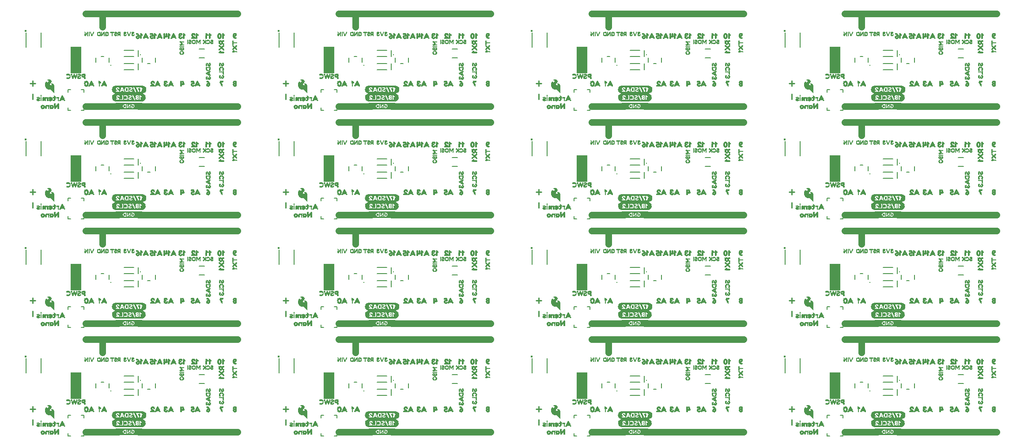
<source format=gbo>
G75*
%MOIN*%
%OFA0B0*%
%FSLAX25Y25*%
%IPPOS*%
%LPD*%
%AMOC8*
5,1,8,0,0,1.08239X$1,22.5*
%
%ADD10C,0.05000*%
%ADD11C,0.01000*%
%ADD12R,0.08000X0.20000*%
%ADD13C,0.00800*%
%ADD14C,0.01000*%
%ADD15C,0.01575*%
%ADD16C,0.00600*%
%ADD17R,0.00827X0.00118*%
%ADD18R,0.00118X0.00118*%
%ADD19R,0.00945X0.00118*%
%ADD20R,0.01417X0.00157*%
%ADD21R,0.00591X0.00157*%
%ADD22R,0.00709X0.00157*%
%ADD23R,0.01654X0.00157*%
%ADD24R,0.01890X0.00118*%
%ADD25R,0.00709X0.00118*%
%ADD26R,0.02008X0.00118*%
%ADD27R,0.02126X0.00118*%
%ADD28R,0.02244X0.00118*%
%ADD29R,0.02362X0.00118*%
%ADD30R,0.01063X0.00118*%
%ADD31R,0.02362X0.00157*%
%ADD32R,0.01063X0.00157*%
%ADD33R,0.00827X0.00157*%
%ADD34R,0.02480X0.00157*%
%ADD35R,0.01181X0.00118*%
%ADD36R,0.02480X0.00118*%
%ADD37R,0.00472X0.00118*%
%ADD38R,0.01299X0.00118*%
%ADD39R,0.01417X0.00118*%
%ADD40R,0.00945X0.00157*%
%ADD41R,0.01535X0.00118*%
%ADD42R,0.01654X0.00118*%
%ADD43R,0.01772X0.00118*%
%ADD44R,0.01535X0.00157*%
%ADD45R,0.02598X0.00118*%
%ADD46R,0.02598X0.00157*%
%ADD47R,0.01181X0.00157*%
%ADD48R,0.01772X0.00157*%
%ADD49R,0.01890X0.00157*%
%ADD50R,0.00591X0.00118*%
%ADD51R,0.00236X0.00118*%
%ADD52R,0.01299X0.00157*%
%ADD53R,0.02953X0.00157*%
%ADD54R,0.03071X0.00118*%
%ADD55R,0.02953X0.00118*%
%ADD56R,0.02244X0.00157*%
%ADD57R,0.02835X0.00157*%
%ADD58R,0.02126X0.00157*%
%ADD59R,0.00354X0.00118*%
%ADD60R,0.02008X0.00157*%
%ADD61R,0.00472X0.00157*%
%ADD62C,0.00300*%
%ADD63R,0.00630X0.00157*%
%ADD64R,0.00157X0.00157*%
%ADD65R,0.00787X0.00157*%
%ADD66R,0.00315X0.00157*%
%ADD67R,0.01102X0.00157*%
%ADD68R,0.01260X0.00157*%
%ADD69R,0.01575X0.00157*%
%ADD70R,0.01732X0.00157*%
%ADD71R,0.02205X0.00157*%
%ADD72R,0.02047X0.00157*%
%ADD73R,0.02520X0.00157*%
%ADD74R,0.04252X0.00157*%
%ADD75R,0.04409X0.00157*%
%ADD76R,0.02992X0.00157*%
%ADD77R,0.03307X0.00157*%
%ADD78R,0.03622X0.00157*%
%ADD79R,0.02677X0.00157*%
%ADD80R,0.03937X0.00157*%
%ADD81R,0.00118X0.00827*%
%ADD82R,0.00118X0.00709*%
%ADD83R,0.00157X0.00591*%
%ADD84R,0.00157X0.00709*%
%ADD85R,0.00157X0.01417*%
%ADD86R,0.00157X0.01299*%
%ADD87R,0.00118X0.01654*%
%ADD88R,0.00118X0.01772*%
%ADD89R,0.00118X0.00945*%
%ADD90R,0.00118X0.01890*%
%ADD91R,0.00118X0.02008*%
%ADD92R,0.00118X0.01063*%
%ADD93R,0.00118X0.02244*%
%ADD94R,0.00157X0.01181*%
%ADD95R,0.00157X0.00827*%
%ADD96R,0.00157X0.02008*%
%ADD97R,0.00157X0.02480*%
%ADD98R,0.00118X0.01181*%
%ADD99R,0.00118X0.02717*%
%ADD100R,0.00118X0.01299*%
%ADD101R,0.00118X0.00354*%
%ADD102R,0.00118X0.01417*%
%ADD103R,0.00157X0.01535*%
%ADD104R,0.00157X0.00945*%
%ADD105R,0.00118X0.01535*%
%ADD106R,0.00118X0.03425*%
%ADD107R,0.00157X0.01772*%
%ADD108R,0.00118X0.00591*%
%ADD109R,0.00157X0.02244*%
%ADD110R,0.00157X0.02598*%
%ADD111R,0.00118X0.02480*%
%ADD112R,0.00157X0.01654*%
%ADD113R,0.00118X0.00236*%
%ADD114R,0.03425X0.00118*%
%ADD115R,0.11457X0.00118*%
%ADD116R,0.11457X0.00079*%
%ADD117R,0.11457X0.00157*%
%ADD118R,0.08268X0.00118*%
%ADD119R,0.00354X0.00157*%
%ADD120R,0.00118X0.00157*%
%ADD121R,0.00236X0.00157*%
%ADD122R,0.19961X0.00118*%
%ADD123R,0.19961X0.00079*%
%ADD124R,0.19961X0.00157*%
%ADD125R,0.06732X0.00118*%
%ADD126R,0.12520X0.00118*%
%ADD127R,0.06496X0.00157*%
%ADD128R,0.06260X0.00118*%
%ADD129R,0.06142X0.00118*%
%ADD130R,0.05906X0.00118*%
%ADD131R,0.06024X0.00118*%
%ADD132R,0.05906X0.00157*%
%ADD133R,0.05787X0.00118*%
%ADD134R,0.05669X0.00118*%
%ADD135R,0.05669X0.00157*%
%ADD136R,0.05551X0.00157*%
%ADD137R,0.05551X0.00118*%
%ADD138R,0.05787X0.00157*%
%ADD139R,0.06378X0.00157*%
%ADD140R,0.06614X0.00118*%
%ADD141R,0.03150X0.00157*%
%ADD142R,0.00118X0.00669*%
%ADD143R,0.00118X0.01929*%
%ADD144R,0.00118X0.02087*%
%ADD145R,0.00157X0.02205*%
%ADD146R,0.00118X0.02362*%
%ADD147R,0.00118X0.02638*%
%ADD148R,0.00118X0.02323*%
%ADD149R,0.00157X0.02362*%
%ADD150R,0.00157X0.02756*%
%ADD151R,0.00118X0.00984*%
%ADD152R,0.00118X0.02913*%
%ADD153R,0.00157X0.00433*%
%ADD154R,0.00157X0.01378*%
%ADD155R,0.00157X0.00669*%
%ADD156R,0.00157X0.00984*%
%ADD157R,0.00118X0.01102*%
%ADD158R,0.00118X0.00433*%
%ADD159R,0.00157X0.00394*%
%ADD160R,0.00118X0.01260*%
%ADD161R,0.00157X0.01811*%
%ADD162R,0.00118X0.02047*%
%ADD163R,0.00118X0.01378*%
%ADD164R,0.00157X0.02087*%
%ADD165R,0.00118X0.01496*%
%ADD166R,0.00118X0.01220*%
%ADD167R,0.00157X0.01102*%
%ADD168R,0.00157X0.00551*%
%ADD169R,0.00118X0.00394*%
%ADD170R,0.00157X0.01220*%
%ADD171R,0.00157X0.02913*%
%ADD172R,0.00157X0.02323*%
%ADD173R,0.00118X0.02598*%
%ADD174R,0.00118X0.02756*%
%ADD175R,0.00157X0.02638*%
%ADD176R,0.00118X0.02205*%
%ADD177R,0.00157X0.01929*%
%ADD178R,0.00157X0.00276*%
%ADD179R,0.00157X0.02047*%
%ADD180R,0.00157X0.01260*%
%ADD181R,0.00118X0.02874*%
%ADD182R,0.00157X0.01496*%
%ADD183R,0.00118X0.03031*%
%ADD184R,0.00157X0.03150*%
%ADD185R,0.00118X0.03307*%
%ADD186R,0.00157X0.02874*%
%ADD187R,0.00157X0.03465*%
%ADD188R,0.00118X0.01811*%
%ADD189R,0.00118X0.00551*%
%ADD190R,0.00118X0.00276*%
%ADD191R,0.00157X0.03583*%
%ADD192R,0.00118X0.03583*%
%ADD193R,0.00157X0.04803*%
%ADD194R,0.00157X0.03307*%
%ADD195R,0.03465X0.00157*%
%ADD196R,0.03780X0.00157*%
%ADD197R,0.00157X0.01575*%
%ADD198R,0.00157X0.00472*%
%ADD199R,0.00157X0.00315*%
%ADD200R,0.00157X0.00787*%
%ADD201R,0.00157X0.02677*%
%ADD202R,0.00157X0.02835*%
%ADD203R,0.00157X0.02992*%
%ADD204R,0.00157X0.01732*%
%ADD205R,0.00157X0.01890*%
%ADD206R,0.00157X0.02520*%
%ADD207R,0.00157X0.00630*%
%ADD208R,0.21654X0.00157*%
%ADD209R,0.22441X0.00118*%
%ADD210R,0.22992X0.00157*%
%ADD211R,0.23543X0.00118*%
%ADD212R,0.23858X0.00157*%
%ADD213R,0.24094X0.00118*%
%ADD214R,0.08701X0.00157*%
%ADD215R,0.15315X0.00157*%
%ADD216R,0.08661X0.00118*%
%ADD217R,0.01220X0.00118*%
%ADD218R,0.09370X0.00118*%
%ADD219R,0.00394X0.00157*%
%ADD220R,0.01929X0.00157*%
%ADD221R,0.00984X0.00157*%
%ADD222R,0.02756X0.00157*%
%ADD223R,0.02323X0.00157*%
%ADD224R,0.03189X0.00157*%
%ADD225R,0.03189X0.00118*%
%ADD226R,0.00276X0.00118*%
%ADD227R,0.00551X0.00118*%
%ADD228R,0.02323X0.00118*%
%ADD229R,0.02087X0.00118*%
%ADD230R,0.03031X0.00118*%
%ADD231R,0.00276X0.00157*%
%ADD232R,0.00551X0.00157*%
%ADD233R,0.03031X0.00157*%
%ADD234R,0.01496X0.00118*%
%ADD235R,0.01811X0.00118*%
%ADD236R,0.02874X0.00118*%
%ADD237R,0.01496X0.00157*%
%ADD238R,0.02913X0.00157*%
%ADD239R,0.02913X0.00118*%
%ADD240R,0.00433X0.00118*%
%ADD241R,0.01378X0.00118*%
%ADD242R,0.01811X0.00157*%
%ADD243R,0.00669X0.00157*%
%ADD244R,0.01378X0.00157*%
%ADD245R,0.02756X0.00118*%
%ADD246R,0.00669X0.00118*%
%ADD247R,0.01102X0.00118*%
%ADD248R,0.01220X0.00157*%
%ADD249R,0.02874X0.00157*%
%ADD250R,0.03583X0.00118*%
%ADD251R,0.03583X0.00157*%
%ADD252R,0.01260X0.00118*%
%ADD253R,0.00394X0.00118*%
%ADD254R,0.02205X0.00118*%
%ADD255R,0.00433X0.00157*%
%ADD256R,0.03307X0.00118*%
%ADD257R,0.03425X0.00157*%
%ADD258R,0.00984X0.00118*%
%ADD259R,0.03740X0.00157*%
%ADD260R,0.03465X0.00118*%
%ADD261R,0.03858X0.00118*%
%ADD262R,0.01929X0.00118*%
%ADD263R,0.03150X0.00118*%
%ADD264R,0.02638X0.00118*%
%ADD265R,0.02047X0.00118*%
%ADD266R,0.07047X0.00157*%
%ADD267R,0.16693X0.00157*%
%ADD268R,0.07008X0.00118*%
%ADD269R,0.16654X0.00118*%
%ADD270R,0.21102X0.00157*%
%ADD271R,0.21890X0.00118*%
%ADD272R,0.22441X0.00157*%
%ADD273R,0.22992X0.00118*%
%ADD274R,0.23307X0.00157*%
%ADD275R,0.08819X0.00157*%
%ADD276R,0.14606X0.00157*%
%ADD277R,0.05354X0.00118*%
%ADD278R,0.05079X0.00118*%
%ADD279R,0.02638X0.00157*%
%ADD280R,0.03701X0.00118*%
%ADD281R,0.03701X0.00157*%
%ADD282R,0.02087X0.00157*%
%ADD283R,0.04016X0.00118*%
%ADD284R,0.07165X0.00157*%
%ADD285R,0.15984X0.00157*%
%ADD286R,0.07165X0.00118*%
%ADD287R,0.15984X0.00118*%
%ADD288R,0.01969X0.00157*%
%ADD289R,0.00866X0.00157*%
%ADD290R,0.01693X0.00157*%
%ADD291R,0.02441X0.00118*%
%ADD292R,0.00866X0.00118*%
%ADD293R,0.02559X0.00157*%
%ADD294R,0.01024X0.00157*%
%ADD295R,0.02717X0.00118*%
%ADD296R,0.02402X0.00118*%
%ADD297R,0.01142X0.00118*%
%ADD298R,0.01024X0.00118*%
%ADD299R,0.02677X0.00118*%
%ADD300R,0.02402X0.00157*%
%ADD301R,0.01142X0.00157*%
%ADD302R,0.01850X0.00157*%
%ADD303R,0.01850X0.00118*%
%ADD304R,0.03976X0.00157*%
%ADD305R,0.02835X0.00118*%
%ADD306R,0.02717X0.00157*%
%ADD307R,0.02559X0.00118*%
%ADD308R,0.01693X0.00118*%
%ADD309R,0.02283X0.00157*%
D10*
X0100250Y0061933D02*
X0124750Y0061933D01*
X0140250Y0061933D02*
X0214750Y0061933D01*
X0291250Y0061933D02*
X0315750Y0061933D01*
X0331250Y0061933D02*
X0405750Y0061933D01*
X0482250Y0061933D02*
X0506750Y0061933D01*
X0522250Y0061933D02*
X0596750Y0061933D01*
X0673250Y0061933D02*
X0697750Y0061933D01*
X0713250Y0061933D02*
X0787750Y0061933D01*
X0685750Y0121933D02*
X0685750Y0131933D01*
X0673250Y0131933D01*
X0685750Y0131933D02*
X0787750Y0131933D01*
X0787750Y0143933D02*
X0713250Y0143933D01*
X0697750Y0143933D02*
X0673250Y0143933D01*
X0596750Y0143933D02*
X0522250Y0143933D01*
X0506750Y0143933D02*
X0482250Y0143933D01*
X0482250Y0131933D02*
X0494750Y0131933D01*
X0494750Y0121933D01*
X0494750Y0131933D02*
X0596750Y0131933D01*
X0685750Y0203933D02*
X0685750Y0213933D01*
X0673250Y0213933D01*
X0685750Y0213933D02*
X0787750Y0213933D01*
X0787750Y0225933D02*
X0713250Y0225933D01*
X0697750Y0225933D02*
X0673250Y0225933D01*
X0596750Y0225933D02*
X0522250Y0225933D01*
X0506750Y0225933D02*
X0482250Y0225933D01*
X0482250Y0213933D02*
X0494750Y0213933D01*
X0494750Y0203933D01*
X0494750Y0213933D02*
X0596750Y0213933D01*
X0685750Y0285933D02*
X0685750Y0295933D01*
X0673250Y0295933D01*
X0685750Y0295933D02*
X0787750Y0295933D01*
X0787750Y0307933D02*
X0713250Y0307933D01*
X0697750Y0307933D02*
X0673250Y0307933D01*
X0596750Y0307933D02*
X0522250Y0307933D01*
X0506750Y0307933D02*
X0482250Y0307933D01*
X0482250Y0295933D02*
X0494750Y0295933D01*
X0494750Y0285933D01*
X0494750Y0295933D02*
X0596750Y0295933D01*
X0685750Y0367933D02*
X0685750Y0377933D01*
X0673250Y0377933D01*
X0685750Y0377933D02*
X0787750Y0377933D01*
X0596750Y0377933D02*
X0494750Y0377933D01*
X0494750Y0367933D01*
X0494750Y0377933D02*
X0482250Y0377933D01*
X0405750Y0377933D02*
X0303750Y0377933D01*
X0303750Y0367933D01*
X0303750Y0377933D02*
X0291250Y0377933D01*
X0214750Y0377933D02*
X0112750Y0377933D01*
X0112750Y0367933D01*
X0112750Y0377933D02*
X0100250Y0377933D01*
X0100250Y0307933D02*
X0124750Y0307933D01*
X0140250Y0307933D02*
X0214750Y0307933D01*
X0214750Y0295933D02*
X0112750Y0295933D01*
X0112750Y0285933D01*
X0112750Y0295933D02*
X0100250Y0295933D01*
X0100250Y0225933D02*
X0124750Y0225933D01*
X0140250Y0225933D02*
X0214750Y0225933D01*
X0214750Y0213933D02*
X0112750Y0213933D01*
X0112750Y0203933D01*
X0112750Y0213933D02*
X0100250Y0213933D01*
X0100250Y0143933D02*
X0124750Y0143933D01*
X0140250Y0143933D02*
X0214750Y0143933D01*
X0214750Y0131933D02*
X0112750Y0131933D01*
X0112750Y0121933D01*
X0112750Y0131933D02*
X0100250Y0131933D01*
X0291250Y0131933D02*
X0303750Y0131933D01*
X0303750Y0121933D01*
X0303750Y0131933D02*
X0405750Y0131933D01*
X0405750Y0143933D02*
X0331250Y0143933D01*
X0315750Y0143933D02*
X0291250Y0143933D01*
X0303750Y0203933D02*
X0303750Y0213933D01*
X0291250Y0213933D01*
X0303750Y0213933D02*
X0405750Y0213933D01*
X0405750Y0225933D02*
X0331250Y0225933D01*
X0315750Y0225933D02*
X0291250Y0225933D01*
X0303750Y0285933D02*
X0303750Y0295933D01*
X0291250Y0295933D01*
X0303750Y0295933D02*
X0405750Y0295933D01*
X0405750Y0307933D02*
X0331250Y0307933D01*
X0315750Y0307933D02*
X0291250Y0307933D01*
D11*
X0251250Y0313133D02*
X0251250Y0317133D01*
X0251250Y0323233D02*
X0251250Y0327233D01*
X0249250Y0325233D02*
X0253250Y0325233D01*
X0062250Y0325233D02*
X0058250Y0325233D01*
X0060250Y0327233D02*
X0060250Y0323233D01*
X0060250Y0317133D02*
X0060250Y0313133D01*
X0060250Y0245233D02*
X0060250Y0241233D01*
X0058250Y0243233D02*
X0062250Y0243233D01*
X0060250Y0235133D02*
X0060250Y0231133D01*
X0060250Y0163233D02*
X0060250Y0159233D01*
X0058250Y0161233D02*
X0062250Y0161233D01*
X0060250Y0153133D02*
X0060250Y0149133D01*
X0060250Y0081233D02*
X0060250Y0077233D01*
X0058250Y0079233D02*
X0062250Y0079233D01*
X0060250Y0071133D02*
X0060250Y0067133D01*
X0249250Y0079233D02*
X0253250Y0079233D01*
X0251250Y0081233D02*
X0251250Y0077233D01*
X0251250Y0071133D02*
X0251250Y0067133D01*
X0251250Y0149133D02*
X0251250Y0153133D01*
X0251250Y0159233D02*
X0251250Y0163233D01*
X0249250Y0161233D02*
X0253250Y0161233D01*
X0251250Y0231133D02*
X0251250Y0235133D01*
X0251250Y0241233D02*
X0251250Y0245233D01*
X0249250Y0243233D02*
X0253250Y0243233D01*
X0440250Y0243233D02*
X0444250Y0243233D01*
X0442250Y0245233D02*
X0442250Y0241233D01*
X0442250Y0235133D02*
X0442250Y0231133D01*
X0442250Y0163233D02*
X0442250Y0159233D01*
X0440250Y0161233D02*
X0444250Y0161233D01*
X0442250Y0153133D02*
X0442250Y0149133D01*
X0442250Y0081233D02*
X0442250Y0077233D01*
X0440250Y0079233D02*
X0444250Y0079233D01*
X0442250Y0071133D02*
X0442250Y0067133D01*
X0631250Y0079233D02*
X0635250Y0079233D01*
X0633250Y0081233D02*
X0633250Y0077233D01*
X0633250Y0071133D02*
X0633250Y0067133D01*
X0633250Y0149133D02*
X0633250Y0153133D01*
X0633250Y0159233D02*
X0633250Y0163233D01*
X0631250Y0161233D02*
X0635250Y0161233D01*
X0633250Y0231133D02*
X0633250Y0235133D01*
X0633250Y0241233D02*
X0633250Y0245233D01*
X0631250Y0243233D02*
X0635250Y0243233D01*
X0633250Y0313133D02*
X0633250Y0317133D01*
X0633250Y0323233D02*
X0633250Y0327233D01*
X0631250Y0325233D02*
X0635250Y0325233D01*
X0444250Y0325233D02*
X0440250Y0325233D01*
X0442250Y0327233D02*
X0442250Y0323233D01*
X0442250Y0317133D02*
X0442250Y0313133D01*
D12*
X0474750Y0342933D03*
X0665750Y0342933D03*
X0665750Y0260933D03*
X0474750Y0260933D03*
X0474750Y0178933D03*
X0665750Y0178933D03*
X0665750Y0096933D03*
X0474750Y0096933D03*
X0283750Y0096933D03*
X0283750Y0178933D03*
X0283750Y0260933D03*
X0283750Y0342933D03*
X0092750Y0342933D03*
X0092750Y0260933D03*
X0092750Y0178933D03*
X0092750Y0096933D03*
D13*
X0107750Y0095243D02*
X0107750Y0098624D01*
X0111693Y0099724D02*
X0113807Y0099724D01*
X0117750Y0098624D02*
X0117750Y0095243D01*
X0129207Y0094394D02*
X0136293Y0094394D01*
X0139719Y0094394D02*
X0139719Y0089472D01*
X0136293Y0089472D02*
X0129207Y0089472D01*
X0142750Y0095243D02*
X0142750Y0098624D01*
X0139719Y0099472D02*
X0139719Y0104394D01*
X0136293Y0104394D02*
X0129207Y0104394D01*
X0129207Y0099472D02*
X0136293Y0099472D01*
X0146693Y0094143D02*
X0148807Y0094143D01*
X0152750Y0095243D02*
X0152750Y0098624D01*
X0185781Y0098587D02*
X0189719Y0098587D01*
X0189719Y0105280D02*
X0185781Y0105280D01*
X0246140Y0106421D02*
X0246140Y0117445D01*
X0257360Y0117445D02*
X0257360Y0106421D01*
X0298750Y0098624D02*
X0298750Y0095243D01*
X0302693Y0099724D02*
X0304807Y0099724D01*
X0308750Y0098624D02*
X0308750Y0095243D01*
X0320207Y0094394D02*
X0327293Y0094394D01*
X0330719Y0094394D02*
X0330719Y0089472D01*
X0327293Y0089472D02*
X0320207Y0089472D01*
X0333750Y0095243D02*
X0333750Y0098624D01*
X0330719Y0099472D02*
X0330719Y0104394D01*
X0327293Y0104394D02*
X0320207Y0104394D01*
X0320207Y0099472D02*
X0327293Y0099472D01*
X0337693Y0094143D02*
X0339807Y0094143D01*
X0343750Y0095243D02*
X0343750Y0098624D01*
X0376781Y0098587D02*
X0380719Y0098587D01*
X0380719Y0105280D02*
X0376781Y0105280D01*
X0437140Y0106421D02*
X0437140Y0117445D01*
X0448360Y0117445D02*
X0448360Y0106421D01*
X0489750Y0098624D02*
X0489750Y0095243D01*
X0493693Y0099724D02*
X0495807Y0099724D01*
X0499750Y0098624D02*
X0499750Y0095243D01*
X0511207Y0094394D02*
X0518293Y0094394D01*
X0521719Y0094394D02*
X0521719Y0089472D01*
X0518293Y0089472D02*
X0511207Y0089472D01*
X0524750Y0095243D02*
X0524750Y0098624D01*
X0521719Y0099472D02*
X0521719Y0104394D01*
X0518293Y0104394D02*
X0511207Y0104394D01*
X0511207Y0099472D02*
X0518293Y0099472D01*
X0528693Y0094143D02*
X0530807Y0094143D01*
X0534750Y0095243D02*
X0534750Y0098624D01*
X0567781Y0098587D02*
X0571719Y0098587D01*
X0571719Y0105280D02*
X0567781Y0105280D01*
X0628140Y0106421D02*
X0628140Y0117445D01*
X0639360Y0117445D02*
X0639360Y0106421D01*
X0680750Y0098624D02*
X0680750Y0095243D01*
X0684693Y0099724D02*
X0686807Y0099724D01*
X0690750Y0098624D02*
X0690750Y0095243D01*
X0702207Y0094394D02*
X0709293Y0094394D01*
X0712719Y0094394D02*
X0712719Y0089472D01*
X0709293Y0089472D02*
X0702207Y0089472D01*
X0715750Y0095243D02*
X0715750Y0098624D01*
X0712719Y0099472D02*
X0712719Y0104394D01*
X0709293Y0104394D02*
X0702207Y0104394D01*
X0702207Y0099472D02*
X0709293Y0099472D01*
X0719693Y0094143D02*
X0721807Y0094143D01*
X0725750Y0095243D02*
X0725750Y0098624D01*
X0758781Y0098587D02*
X0762719Y0098587D01*
X0762719Y0105280D02*
X0758781Y0105280D01*
X0712719Y0171472D02*
X0712719Y0176394D01*
X0715750Y0177243D02*
X0715750Y0180624D01*
X0712719Y0181472D02*
X0712719Y0186394D01*
X0709293Y0186394D02*
X0702207Y0186394D01*
X0702207Y0181472D02*
X0709293Y0181472D01*
X0709293Y0176394D02*
X0702207Y0176394D01*
X0702207Y0171472D02*
X0709293Y0171472D01*
X0719693Y0176143D02*
X0721807Y0176143D01*
X0725750Y0177243D02*
X0725750Y0180624D01*
X0758781Y0180587D02*
X0762719Y0180587D01*
X0762719Y0187280D02*
X0758781Y0187280D01*
X0690750Y0180624D02*
X0690750Y0177243D01*
X0686807Y0181724D02*
X0684693Y0181724D01*
X0680750Y0180624D02*
X0680750Y0177243D01*
X0639360Y0188421D02*
X0639360Y0199445D01*
X0628140Y0199445D02*
X0628140Y0188421D01*
X0571719Y0187280D02*
X0567781Y0187280D01*
X0567781Y0180587D02*
X0571719Y0180587D01*
X0534750Y0180624D02*
X0534750Y0177243D01*
X0530807Y0176143D02*
X0528693Y0176143D01*
X0524750Y0177243D02*
X0524750Y0180624D01*
X0521719Y0181472D02*
X0521719Y0186394D01*
X0518293Y0186394D02*
X0511207Y0186394D01*
X0511207Y0181472D02*
X0518293Y0181472D01*
X0518293Y0176394D02*
X0511207Y0176394D01*
X0511207Y0171472D02*
X0518293Y0171472D01*
X0521719Y0171472D02*
X0521719Y0176394D01*
X0499750Y0177243D02*
X0499750Y0180624D01*
X0495807Y0181724D02*
X0493693Y0181724D01*
X0489750Y0180624D02*
X0489750Y0177243D01*
X0448360Y0188421D02*
X0448360Y0199445D01*
X0437140Y0199445D02*
X0437140Y0188421D01*
X0380719Y0187280D02*
X0376781Y0187280D01*
X0376781Y0180587D02*
X0380719Y0180587D01*
X0343750Y0180624D02*
X0343750Y0177243D01*
X0339807Y0176143D02*
X0337693Y0176143D01*
X0333750Y0177243D02*
X0333750Y0180624D01*
X0330719Y0181472D02*
X0330719Y0186394D01*
X0327293Y0186394D02*
X0320207Y0186394D01*
X0320207Y0181472D02*
X0327293Y0181472D01*
X0327293Y0176394D02*
X0320207Y0176394D01*
X0320207Y0171472D02*
X0327293Y0171472D01*
X0330719Y0171472D02*
X0330719Y0176394D01*
X0308750Y0177243D02*
X0308750Y0180624D01*
X0304807Y0181724D02*
X0302693Y0181724D01*
X0298750Y0180624D02*
X0298750Y0177243D01*
X0257360Y0188421D02*
X0257360Y0199445D01*
X0246140Y0199445D02*
X0246140Y0188421D01*
X0189719Y0187280D02*
X0185781Y0187280D01*
X0185781Y0180587D02*
X0189719Y0180587D01*
X0152750Y0180624D02*
X0152750Y0177243D01*
X0148807Y0176143D02*
X0146693Y0176143D01*
X0142750Y0177243D02*
X0142750Y0180624D01*
X0139719Y0181472D02*
X0139719Y0186394D01*
X0136293Y0186394D02*
X0129207Y0186394D01*
X0129207Y0181472D02*
X0136293Y0181472D01*
X0136293Y0176394D02*
X0129207Y0176394D01*
X0129207Y0171472D02*
X0136293Y0171472D01*
X0139719Y0171472D02*
X0139719Y0176394D01*
X0117750Y0177243D02*
X0117750Y0180624D01*
X0113807Y0181724D02*
X0111693Y0181724D01*
X0107750Y0180624D02*
X0107750Y0177243D01*
X0066360Y0188421D02*
X0066360Y0199445D01*
X0055140Y0199445D02*
X0055140Y0188421D01*
X0129207Y0253472D02*
X0136293Y0253472D01*
X0139719Y0253472D02*
X0139719Y0258394D01*
X0142750Y0259243D02*
X0142750Y0262624D01*
X0139719Y0263472D02*
X0139719Y0268394D01*
X0136293Y0268394D02*
X0129207Y0268394D01*
X0129207Y0263472D02*
X0136293Y0263472D01*
X0136293Y0258394D02*
X0129207Y0258394D01*
X0117750Y0259243D02*
X0117750Y0262624D01*
X0113807Y0263724D02*
X0111693Y0263724D01*
X0107750Y0262624D02*
X0107750Y0259243D01*
X0066360Y0270421D02*
X0066360Y0281445D01*
X0055140Y0281445D02*
X0055140Y0270421D01*
X0146693Y0258143D02*
X0148807Y0258143D01*
X0152750Y0259243D02*
X0152750Y0262624D01*
X0185781Y0262587D02*
X0189719Y0262587D01*
X0189719Y0269280D02*
X0185781Y0269280D01*
X0246140Y0270421D02*
X0246140Y0281445D01*
X0257360Y0281445D02*
X0257360Y0270421D01*
X0298750Y0262624D02*
X0298750Y0259243D01*
X0302693Y0263724D02*
X0304807Y0263724D01*
X0308750Y0262624D02*
X0308750Y0259243D01*
X0320207Y0258394D02*
X0327293Y0258394D01*
X0330719Y0258394D02*
X0330719Y0253472D01*
X0327293Y0253472D02*
X0320207Y0253472D01*
X0337693Y0258143D02*
X0339807Y0258143D01*
X0343750Y0259243D02*
X0343750Y0262624D01*
X0333750Y0262624D02*
X0333750Y0259243D01*
X0330719Y0263472D02*
X0330719Y0268394D01*
X0327293Y0268394D02*
X0320207Y0268394D01*
X0320207Y0263472D02*
X0327293Y0263472D01*
X0376781Y0262587D02*
X0380719Y0262587D01*
X0380719Y0269280D02*
X0376781Y0269280D01*
X0437140Y0270421D02*
X0437140Y0281445D01*
X0448360Y0281445D02*
X0448360Y0270421D01*
X0489750Y0262624D02*
X0489750Y0259243D01*
X0493693Y0263724D02*
X0495807Y0263724D01*
X0499750Y0262624D02*
X0499750Y0259243D01*
X0511207Y0258394D02*
X0518293Y0258394D01*
X0521719Y0258394D02*
X0521719Y0253472D01*
X0518293Y0253472D02*
X0511207Y0253472D01*
X0528693Y0258143D02*
X0530807Y0258143D01*
X0534750Y0259243D02*
X0534750Y0262624D01*
X0524750Y0262624D02*
X0524750Y0259243D01*
X0521719Y0263472D02*
X0521719Y0268394D01*
X0518293Y0268394D02*
X0511207Y0268394D01*
X0511207Y0263472D02*
X0518293Y0263472D01*
X0567781Y0262587D02*
X0571719Y0262587D01*
X0571719Y0269280D02*
X0567781Y0269280D01*
X0628140Y0270421D02*
X0628140Y0281445D01*
X0639360Y0281445D02*
X0639360Y0270421D01*
X0680750Y0262624D02*
X0680750Y0259243D01*
X0684693Y0263724D02*
X0686807Y0263724D01*
X0690750Y0262624D02*
X0690750Y0259243D01*
X0702207Y0258394D02*
X0709293Y0258394D01*
X0712719Y0258394D02*
X0712719Y0253472D01*
X0709293Y0253472D02*
X0702207Y0253472D01*
X0702207Y0263472D02*
X0709293Y0263472D01*
X0712719Y0263472D02*
X0712719Y0268394D01*
X0709293Y0268394D02*
X0702207Y0268394D01*
X0715750Y0262624D02*
X0715750Y0259243D01*
X0719693Y0258143D02*
X0721807Y0258143D01*
X0725750Y0259243D02*
X0725750Y0262624D01*
X0758781Y0262587D02*
X0762719Y0262587D01*
X0762719Y0269280D02*
X0758781Y0269280D01*
X0721807Y0340143D02*
X0719693Y0340143D01*
X0715750Y0341243D02*
X0715750Y0344624D01*
X0712719Y0345472D02*
X0712719Y0350394D01*
X0709293Y0350394D02*
X0702207Y0350394D01*
X0702207Y0345472D02*
X0709293Y0345472D01*
X0709293Y0340394D02*
X0702207Y0340394D01*
X0702207Y0335472D02*
X0709293Y0335472D01*
X0712719Y0335472D02*
X0712719Y0340394D01*
X0725750Y0341243D02*
X0725750Y0344624D01*
X0758781Y0344587D02*
X0762719Y0344587D01*
X0762719Y0351280D02*
X0758781Y0351280D01*
X0690750Y0344624D02*
X0690750Y0341243D01*
X0686807Y0345724D02*
X0684693Y0345724D01*
X0680750Y0344624D02*
X0680750Y0341243D01*
X0639360Y0352421D02*
X0639360Y0363445D01*
X0628140Y0363445D02*
X0628140Y0352421D01*
X0571719Y0351280D02*
X0567781Y0351280D01*
X0567781Y0344587D02*
X0571719Y0344587D01*
X0534750Y0344624D02*
X0534750Y0341243D01*
X0530807Y0340143D02*
X0528693Y0340143D01*
X0524750Y0341243D02*
X0524750Y0344624D01*
X0521719Y0345472D02*
X0521719Y0350394D01*
X0518293Y0350394D02*
X0511207Y0350394D01*
X0511207Y0345472D02*
X0518293Y0345472D01*
X0518293Y0340394D02*
X0511207Y0340394D01*
X0511207Y0335472D02*
X0518293Y0335472D01*
X0521719Y0335472D02*
X0521719Y0340394D01*
X0499750Y0341243D02*
X0499750Y0344624D01*
X0495807Y0345724D02*
X0493693Y0345724D01*
X0489750Y0344624D02*
X0489750Y0341243D01*
X0448360Y0352421D02*
X0448360Y0363445D01*
X0437140Y0363445D02*
X0437140Y0352421D01*
X0380719Y0351280D02*
X0376781Y0351280D01*
X0376781Y0344587D02*
X0380719Y0344587D01*
X0343750Y0344624D02*
X0343750Y0341243D01*
X0339807Y0340143D02*
X0337693Y0340143D01*
X0333750Y0341243D02*
X0333750Y0344624D01*
X0330719Y0345472D02*
X0330719Y0350394D01*
X0327293Y0350394D02*
X0320207Y0350394D01*
X0320207Y0345472D02*
X0327293Y0345472D01*
X0327293Y0340394D02*
X0320207Y0340394D01*
X0320207Y0335472D02*
X0327293Y0335472D01*
X0330719Y0335472D02*
X0330719Y0340394D01*
X0308750Y0341243D02*
X0308750Y0344624D01*
X0304807Y0345724D02*
X0302693Y0345724D01*
X0298750Y0344624D02*
X0298750Y0341243D01*
X0257360Y0352421D02*
X0257360Y0363445D01*
X0246140Y0363445D02*
X0246140Y0352421D01*
X0189719Y0351280D02*
X0185781Y0351280D01*
X0185781Y0344587D02*
X0189719Y0344587D01*
X0152750Y0344624D02*
X0152750Y0341243D01*
X0148807Y0340143D02*
X0146693Y0340143D01*
X0142750Y0341243D02*
X0142750Y0344624D01*
X0139719Y0345472D02*
X0139719Y0350394D01*
X0136293Y0350394D02*
X0129207Y0350394D01*
X0129207Y0345472D02*
X0136293Y0345472D01*
X0136293Y0340394D02*
X0129207Y0340394D01*
X0129207Y0335472D02*
X0136293Y0335472D01*
X0139719Y0335472D02*
X0139719Y0340394D01*
X0117750Y0341243D02*
X0117750Y0344624D01*
X0113807Y0345724D02*
X0111693Y0345724D01*
X0107750Y0344624D02*
X0107750Y0341243D01*
X0066360Y0352421D02*
X0066360Y0363445D01*
X0055140Y0363445D02*
X0055140Y0352421D01*
X0055140Y0117445D02*
X0055140Y0106421D01*
X0066360Y0106421D02*
X0066360Y0117445D01*
D14*
X0119050Y0092933D03*
X0141450Y0100933D03*
X0310050Y0092933D03*
X0332450Y0100933D03*
X0501050Y0092933D03*
X0523450Y0100933D03*
X0692050Y0092933D03*
X0714450Y0100933D03*
X0692050Y0174933D03*
X0714450Y0182933D03*
X0692050Y0256933D03*
X0714450Y0264933D03*
X0692050Y0338933D03*
X0714450Y0346933D03*
X0523450Y0346933D03*
X0501050Y0338933D03*
X0523450Y0264933D03*
X0501050Y0256933D03*
X0523450Y0182933D03*
X0501050Y0174933D03*
X0332450Y0182933D03*
X0310050Y0174933D03*
X0141450Y0182933D03*
X0119050Y0174933D03*
X0119050Y0256933D03*
X0141450Y0264933D03*
X0119050Y0338933D03*
X0141450Y0346933D03*
X0310050Y0338933D03*
X0332450Y0346933D03*
X0332450Y0264933D03*
X0310050Y0256933D03*
D15*
X0245648Y0282823D03*
X0436648Y0282823D03*
X0436648Y0364823D03*
X0245648Y0364823D03*
X0054648Y0364823D03*
X0054648Y0282823D03*
X0054648Y0200823D03*
X0054648Y0118823D03*
X0245648Y0118823D03*
X0436648Y0118823D03*
X0436648Y0200823D03*
X0245648Y0200823D03*
X0627648Y0200823D03*
X0627648Y0282823D03*
X0627648Y0364823D03*
X0627648Y0118823D03*
D16*
X0659750Y0140933D02*
X0661750Y0140933D01*
X0659750Y0140933D02*
X0659750Y0142933D01*
X0669750Y0140933D02*
X0671750Y0140933D01*
X0671750Y0142933D01*
X0671750Y0154539D02*
X0671750Y0156539D01*
X0669750Y0156539D01*
X0661750Y0156539D02*
X0659750Y0156539D01*
X0659750Y0154539D01*
X0659750Y0222933D02*
X0661750Y0222933D01*
X0659750Y0222933D02*
X0659750Y0224933D01*
X0669750Y0222933D02*
X0671750Y0222933D01*
X0671750Y0224933D01*
X0671750Y0236539D02*
X0671750Y0238539D01*
X0669750Y0238539D01*
X0661750Y0238539D02*
X0659750Y0238539D01*
X0659750Y0236539D01*
X0659750Y0304933D02*
X0661750Y0304933D01*
X0659750Y0304933D02*
X0659750Y0306933D01*
X0669750Y0304933D02*
X0671750Y0304933D01*
X0671750Y0306933D01*
X0671750Y0318539D02*
X0671750Y0320539D01*
X0669750Y0320539D01*
X0661750Y0320539D02*
X0659750Y0320539D01*
X0659750Y0318539D01*
X0480750Y0318539D02*
X0480750Y0320539D01*
X0478750Y0320539D01*
X0470750Y0320539D02*
X0468750Y0320539D01*
X0468750Y0318539D01*
X0468750Y0306933D02*
X0468750Y0304933D01*
X0470750Y0304933D01*
X0478750Y0304933D02*
X0480750Y0304933D01*
X0480750Y0306933D01*
X0480750Y0238539D02*
X0480750Y0236539D01*
X0480750Y0238539D02*
X0478750Y0238539D01*
X0470750Y0238539D02*
X0468750Y0238539D01*
X0468750Y0236539D01*
X0468750Y0224933D02*
X0468750Y0222933D01*
X0470750Y0222933D01*
X0478750Y0222933D02*
X0480750Y0222933D01*
X0480750Y0224933D01*
X0480750Y0156539D02*
X0480750Y0154539D01*
X0480750Y0156539D02*
X0478750Y0156539D01*
X0470750Y0156539D02*
X0468750Y0156539D01*
X0468750Y0154539D01*
X0468750Y0142933D02*
X0468750Y0140933D01*
X0470750Y0140933D01*
X0478750Y0140933D02*
X0480750Y0140933D01*
X0480750Y0142933D01*
X0480750Y0074539D02*
X0480750Y0072539D01*
X0480750Y0074539D02*
X0478750Y0074539D01*
X0470750Y0074539D02*
X0468750Y0074539D01*
X0468750Y0072539D01*
X0468750Y0060933D02*
X0468750Y0058933D01*
X0470750Y0058933D01*
X0478750Y0058933D02*
X0480750Y0058933D01*
X0480750Y0060933D01*
X0659750Y0060933D02*
X0659750Y0058933D01*
X0661750Y0058933D01*
X0669750Y0058933D02*
X0671750Y0058933D01*
X0671750Y0060933D01*
X0671750Y0072539D02*
X0671750Y0074539D01*
X0669750Y0074539D01*
X0661750Y0074539D02*
X0659750Y0074539D01*
X0659750Y0072539D01*
X0289750Y0072539D02*
X0289750Y0074539D01*
X0287750Y0074539D01*
X0279750Y0074539D02*
X0277750Y0074539D01*
X0277750Y0072539D01*
X0277750Y0060933D02*
X0277750Y0058933D01*
X0279750Y0058933D01*
X0287750Y0058933D02*
X0289750Y0058933D01*
X0289750Y0060933D01*
X0098750Y0060933D02*
X0098750Y0058933D01*
X0096750Y0058933D01*
X0088750Y0058933D02*
X0086750Y0058933D01*
X0086750Y0060933D01*
X0086750Y0072539D02*
X0086750Y0074539D01*
X0088750Y0074539D01*
X0096750Y0074539D02*
X0098750Y0074539D01*
X0098750Y0072539D01*
X0098750Y0140933D02*
X0096750Y0140933D01*
X0098750Y0140933D02*
X0098750Y0142933D01*
X0088750Y0140933D02*
X0086750Y0140933D01*
X0086750Y0142933D01*
X0086750Y0154539D02*
X0086750Y0156539D01*
X0088750Y0156539D01*
X0096750Y0156539D02*
X0098750Y0156539D01*
X0098750Y0154539D01*
X0098750Y0222933D02*
X0096750Y0222933D01*
X0098750Y0222933D02*
X0098750Y0224933D01*
X0088750Y0222933D02*
X0086750Y0222933D01*
X0086750Y0224933D01*
X0086750Y0236539D02*
X0086750Y0238539D01*
X0088750Y0238539D01*
X0096750Y0238539D02*
X0098750Y0238539D01*
X0098750Y0236539D01*
X0098750Y0304933D02*
X0096750Y0304933D01*
X0098750Y0304933D02*
X0098750Y0306933D01*
X0088750Y0304933D02*
X0086750Y0304933D01*
X0086750Y0306933D01*
X0086750Y0318539D02*
X0086750Y0320539D01*
X0088750Y0320539D01*
X0096750Y0320539D02*
X0098750Y0320539D01*
X0098750Y0318539D01*
X0277750Y0318539D02*
X0277750Y0320539D01*
X0279750Y0320539D01*
X0287750Y0320539D02*
X0289750Y0320539D01*
X0289750Y0318539D01*
X0289750Y0306933D02*
X0289750Y0304933D01*
X0287750Y0304933D01*
X0279750Y0304933D02*
X0277750Y0304933D01*
X0277750Y0306933D01*
X0277750Y0238539D02*
X0279750Y0238539D01*
X0277750Y0238539D02*
X0277750Y0236539D01*
X0287750Y0238539D02*
X0289750Y0238539D01*
X0289750Y0236539D01*
X0289750Y0224933D02*
X0289750Y0222933D01*
X0287750Y0222933D01*
X0279750Y0222933D02*
X0277750Y0222933D01*
X0277750Y0224933D01*
X0277750Y0156539D02*
X0279750Y0156539D01*
X0277750Y0156539D02*
X0277750Y0154539D01*
X0287750Y0156539D02*
X0289750Y0156539D01*
X0289750Y0154539D01*
X0289750Y0142933D02*
X0289750Y0140933D01*
X0287750Y0140933D01*
X0279750Y0140933D02*
X0277750Y0140933D01*
X0277750Y0142933D01*
D17*
X0315392Y0151122D03*
X0315510Y0150571D03*
X0319919Y0151122D03*
X0321179Y0149469D03*
X0322951Y0149193D03*
X0324604Y0149469D03*
X0326258Y0150846D03*
X0323226Y0151398D03*
X0320852Y0154917D03*
X0320026Y0156846D03*
X0315459Y0156571D03*
X0315341Y0156846D03*
X0315341Y0157122D03*
X0325262Y0155469D03*
X0326915Y0156846D03*
X0331876Y0155469D03*
X0331876Y0155193D03*
X0331876Y0154917D03*
X0331376Y0151949D03*
X0329014Y0148642D03*
X0326569Y0144661D03*
X0326439Y0144661D03*
X0326911Y0144150D03*
X0327041Y0144150D03*
X0323498Y0144740D03*
X0323368Y0144740D03*
X0320781Y0144543D03*
X0320652Y0144543D03*
X0320652Y0143205D03*
X0320781Y0143205D03*
X0281356Y0164878D03*
X0282341Y0167988D03*
X0293695Y0197154D03*
X0293695Y0197272D03*
X0293695Y0197350D03*
X0293695Y0197626D03*
X0293695Y0197705D03*
X0293695Y0197823D03*
X0293695Y0198098D03*
X0293695Y0198217D03*
X0293695Y0198295D03*
X0293695Y0198571D03*
X0293695Y0198650D03*
X0293695Y0198768D03*
X0293695Y0199043D03*
X0293695Y0199161D03*
X0293695Y0199240D03*
X0293695Y0199516D03*
X0293695Y0199634D03*
X0293695Y0199713D03*
X0294758Y0199516D03*
X0294876Y0199240D03*
X0294876Y0199161D03*
X0294994Y0199043D03*
X0295112Y0198768D03*
X0295112Y0198650D03*
X0295230Y0198571D03*
X0295348Y0198295D03*
X0295348Y0198217D03*
X0296411Y0198217D03*
X0296411Y0198098D03*
X0296530Y0198295D03*
X0296648Y0198571D03*
X0296648Y0198650D03*
X0296884Y0199161D03*
X0297002Y0199516D03*
X0297120Y0199634D03*
X0297120Y0199713D03*
X0300089Y0198768D03*
X0300089Y0198650D03*
X0300089Y0198098D03*
X0301978Y0198098D03*
X0301978Y0198217D03*
X0301978Y0198295D03*
X0301978Y0198571D03*
X0301978Y0198650D03*
X0301978Y0198768D03*
X0301978Y0199043D03*
X0301978Y0199161D03*
X0303041Y0199161D03*
X0303041Y0199240D03*
X0303041Y0199043D03*
X0303041Y0198768D03*
X0303041Y0198650D03*
X0303041Y0198571D03*
X0303041Y0198295D03*
X0301978Y0197823D03*
X0301978Y0197705D03*
X0303041Y0199516D03*
X0303041Y0199634D03*
X0305049Y0199713D03*
X0305049Y0198295D03*
X0305049Y0198217D03*
X0305049Y0198098D03*
X0305049Y0197823D03*
X0305049Y0197705D03*
X0305049Y0197626D03*
X0305049Y0197350D03*
X0305049Y0197272D03*
X0305049Y0197154D03*
X0306112Y0197705D03*
X0306112Y0197823D03*
X0308002Y0197823D03*
X0308120Y0198098D03*
X0308120Y0198217D03*
X0308120Y0198295D03*
X0308120Y0198571D03*
X0308120Y0198650D03*
X0308120Y0198768D03*
X0306939Y0199988D03*
X0311096Y0199240D03*
X0311096Y0199161D03*
X0311096Y0199043D03*
X0311096Y0198768D03*
X0311096Y0198650D03*
X0311096Y0198571D03*
X0311096Y0198295D03*
X0311096Y0198217D03*
X0311096Y0198098D03*
X0311096Y0197823D03*
X0311096Y0197705D03*
X0311096Y0197626D03*
X0311096Y0197350D03*
X0311096Y0197272D03*
X0312986Y0197626D03*
X0312986Y0197705D03*
X0312986Y0197823D03*
X0314404Y0197626D03*
X0315348Y0197154D03*
X0315467Y0197350D03*
X0315585Y0197626D03*
X0315467Y0198571D03*
X0315348Y0198650D03*
X0315348Y0198768D03*
X0315467Y0199043D03*
X0314404Y0199043D03*
X0314404Y0199161D03*
X0313695Y0199988D03*
X0317002Y0199161D03*
X0317002Y0199043D03*
X0317002Y0198768D03*
X0317002Y0198650D03*
X0317002Y0198571D03*
X0317002Y0197626D03*
X0317002Y0197350D03*
X0317002Y0197272D03*
X0317002Y0197154D03*
X0320061Y0197705D03*
X0320061Y0197823D03*
X0320179Y0197626D03*
X0320179Y0199043D03*
X0320179Y0199161D03*
X0320888Y0199988D03*
X0321596Y0199161D03*
X0322659Y0199516D03*
X0322659Y0199634D03*
X0322778Y0199240D03*
X0322896Y0199043D03*
X0323014Y0198768D03*
X0323014Y0198650D03*
X0323132Y0198571D03*
X0323250Y0198295D03*
X0323250Y0198217D03*
X0323368Y0198098D03*
X0324313Y0198098D03*
X0324313Y0198217D03*
X0324431Y0198295D03*
X0324549Y0198571D03*
X0324549Y0198650D03*
X0324667Y0198768D03*
X0324785Y0199043D03*
X0324785Y0199161D03*
X0324904Y0199240D03*
X0325022Y0199516D03*
X0325022Y0199634D03*
X0325022Y0199713D03*
X0326085Y0199161D03*
X0326085Y0199043D03*
X0326793Y0199988D03*
X0327502Y0199161D03*
X0327620Y0197823D03*
X0327620Y0197705D03*
X0326085Y0197626D03*
X0325967Y0197705D03*
X0325967Y0197823D03*
X0323841Y0197154D03*
X0321715Y0197705D03*
X0321715Y0197823D03*
X0292514Y0199634D03*
X0292514Y0199713D03*
X0290624Y0199713D03*
X0290624Y0199634D03*
X0290624Y0199516D03*
X0290624Y0199240D03*
X0290624Y0199161D03*
X0290624Y0199043D03*
X0290624Y0198768D03*
X0290624Y0198650D03*
X0290624Y0198571D03*
X0320652Y0225205D03*
X0320781Y0225205D03*
X0320781Y0226543D03*
X0320652Y0226543D03*
X0323368Y0226740D03*
X0323498Y0226740D03*
X0326439Y0226661D03*
X0326569Y0226661D03*
X0326911Y0226150D03*
X0327041Y0226150D03*
X0329014Y0230642D03*
X0326258Y0232846D03*
X0324604Y0231469D03*
X0322951Y0231193D03*
X0321179Y0231469D03*
X0319919Y0233122D03*
X0323226Y0233398D03*
X0320852Y0236917D03*
X0320026Y0238846D03*
X0315459Y0238571D03*
X0315341Y0238846D03*
X0315341Y0239122D03*
X0325262Y0237469D03*
X0326915Y0238846D03*
X0331876Y0237469D03*
X0331876Y0237193D03*
X0331876Y0236917D03*
X0331376Y0233949D03*
X0315510Y0232571D03*
X0315392Y0233122D03*
X0281356Y0246878D03*
X0282341Y0249988D03*
X0293695Y0279154D03*
X0293695Y0279272D03*
X0293695Y0279350D03*
X0293695Y0279626D03*
X0293695Y0279705D03*
X0293695Y0279823D03*
X0293695Y0280098D03*
X0293695Y0280217D03*
X0293695Y0280295D03*
X0293695Y0280571D03*
X0293695Y0280650D03*
X0293695Y0280768D03*
X0293695Y0281043D03*
X0293695Y0281161D03*
X0293695Y0281240D03*
X0293695Y0281516D03*
X0293695Y0281634D03*
X0293695Y0281713D03*
X0294758Y0281516D03*
X0294876Y0281240D03*
X0294876Y0281161D03*
X0294994Y0281043D03*
X0295112Y0280768D03*
X0295112Y0280650D03*
X0295230Y0280571D03*
X0295348Y0280295D03*
X0295348Y0280217D03*
X0296411Y0280217D03*
X0296411Y0280098D03*
X0296530Y0280295D03*
X0296648Y0280571D03*
X0296648Y0280650D03*
X0296884Y0281161D03*
X0297002Y0281516D03*
X0297120Y0281634D03*
X0297120Y0281713D03*
X0300089Y0280768D03*
X0300089Y0280650D03*
X0300089Y0280098D03*
X0301978Y0280098D03*
X0301978Y0280217D03*
X0301978Y0280295D03*
X0301978Y0280571D03*
X0301978Y0280650D03*
X0301978Y0280768D03*
X0301978Y0281043D03*
X0301978Y0281161D03*
X0303041Y0281161D03*
X0303041Y0281240D03*
X0303041Y0281043D03*
X0303041Y0280768D03*
X0303041Y0280650D03*
X0303041Y0280571D03*
X0303041Y0280295D03*
X0301978Y0279823D03*
X0301978Y0279705D03*
X0303041Y0281516D03*
X0303041Y0281634D03*
X0305049Y0281713D03*
X0305049Y0280295D03*
X0305049Y0280217D03*
X0305049Y0280098D03*
X0305049Y0279823D03*
X0305049Y0279705D03*
X0305049Y0279626D03*
X0305049Y0279350D03*
X0305049Y0279272D03*
X0305049Y0279154D03*
X0306112Y0279705D03*
X0306112Y0279823D03*
X0308002Y0279823D03*
X0308120Y0280098D03*
X0308120Y0280217D03*
X0308120Y0280295D03*
X0308120Y0280571D03*
X0308120Y0280650D03*
X0308120Y0280768D03*
X0306939Y0281988D03*
X0311096Y0281240D03*
X0311096Y0281161D03*
X0311096Y0281043D03*
X0311096Y0280768D03*
X0311096Y0280650D03*
X0311096Y0280571D03*
X0311096Y0280295D03*
X0311096Y0280217D03*
X0311096Y0280098D03*
X0311096Y0279823D03*
X0311096Y0279705D03*
X0311096Y0279626D03*
X0311096Y0279350D03*
X0311096Y0279272D03*
X0312986Y0279626D03*
X0312986Y0279705D03*
X0312986Y0279823D03*
X0314404Y0279626D03*
X0315348Y0279154D03*
X0315467Y0279350D03*
X0315585Y0279626D03*
X0315467Y0280571D03*
X0315348Y0280650D03*
X0315348Y0280768D03*
X0315467Y0281043D03*
X0314404Y0281043D03*
X0314404Y0281161D03*
X0313695Y0281988D03*
X0317002Y0281161D03*
X0317002Y0281043D03*
X0317002Y0280768D03*
X0317002Y0280650D03*
X0317002Y0280571D03*
X0317002Y0279626D03*
X0317002Y0279350D03*
X0317002Y0279272D03*
X0317002Y0279154D03*
X0320061Y0279705D03*
X0320061Y0279823D03*
X0320179Y0279626D03*
X0320179Y0281043D03*
X0320179Y0281161D03*
X0320888Y0281988D03*
X0321596Y0281161D03*
X0322659Y0281516D03*
X0322659Y0281634D03*
X0322778Y0281240D03*
X0322896Y0281043D03*
X0323014Y0280768D03*
X0323014Y0280650D03*
X0323132Y0280571D03*
X0323250Y0280295D03*
X0323250Y0280217D03*
X0323368Y0280098D03*
X0324313Y0280098D03*
X0324313Y0280217D03*
X0324431Y0280295D03*
X0324549Y0280571D03*
X0324549Y0280650D03*
X0324667Y0280768D03*
X0324785Y0281043D03*
X0324785Y0281161D03*
X0324904Y0281240D03*
X0325022Y0281516D03*
X0325022Y0281634D03*
X0325022Y0281713D03*
X0326085Y0281161D03*
X0326085Y0281043D03*
X0326793Y0281988D03*
X0327502Y0281161D03*
X0327620Y0279823D03*
X0327620Y0279705D03*
X0326085Y0279626D03*
X0325967Y0279705D03*
X0325967Y0279823D03*
X0323841Y0279154D03*
X0321715Y0279705D03*
X0321715Y0279823D03*
X0292514Y0281634D03*
X0292514Y0281713D03*
X0290624Y0281713D03*
X0290624Y0281634D03*
X0290624Y0281516D03*
X0290624Y0281240D03*
X0290624Y0281161D03*
X0290624Y0281043D03*
X0290624Y0280768D03*
X0290624Y0280650D03*
X0290624Y0280571D03*
X0320652Y0307205D03*
X0320781Y0307205D03*
X0320781Y0308543D03*
X0320652Y0308543D03*
X0323368Y0308740D03*
X0323498Y0308740D03*
X0326439Y0308661D03*
X0326569Y0308661D03*
X0326911Y0308150D03*
X0327041Y0308150D03*
X0329014Y0312642D03*
X0326258Y0314846D03*
X0324604Y0313469D03*
X0322951Y0313193D03*
X0321179Y0313469D03*
X0319919Y0315122D03*
X0323226Y0315398D03*
X0320852Y0318917D03*
X0320026Y0320846D03*
X0315459Y0320571D03*
X0315341Y0320846D03*
X0315341Y0321122D03*
X0315392Y0315122D03*
X0315510Y0314571D03*
X0325262Y0319469D03*
X0326915Y0320846D03*
X0331876Y0319469D03*
X0331876Y0319193D03*
X0331876Y0318917D03*
X0331376Y0315949D03*
X0282341Y0331988D03*
X0281356Y0328878D03*
X0293695Y0361154D03*
X0293695Y0361272D03*
X0293695Y0361350D03*
X0293695Y0361626D03*
X0293695Y0361705D03*
X0293695Y0361823D03*
X0293695Y0362098D03*
X0293695Y0362217D03*
X0293695Y0362295D03*
X0293695Y0362571D03*
X0293695Y0362650D03*
X0293695Y0362768D03*
X0293695Y0363043D03*
X0293695Y0363161D03*
X0293695Y0363240D03*
X0293695Y0363516D03*
X0293695Y0363634D03*
X0293695Y0363713D03*
X0294758Y0363516D03*
X0294876Y0363240D03*
X0294876Y0363161D03*
X0294994Y0363043D03*
X0295112Y0362768D03*
X0295112Y0362650D03*
X0295230Y0362571D03*
X0295348Y0362295D03*
X0295348Y0362217D03*
X0296411Y0362217D03*
X0296411Y0362098D03*
X0296530Y0362295D03*
X0296648Y0362571D03*
X0296648Y0362650D03*
X0296884Y0363161D03*
X0297002Y0363516D03*
X0297120Y0363634D03*
X0297120Y0363713D03*
X0300089Y0362768D03*
X0300089Y0362650D03*
X0300089Y0362098D03*
X0301978Y0362098D03*
X0301978Y0362217D03*
X0301978Y0362295D03*
X0301978Y0362571D03*
X0301978Y0362650D03*
X0301978Y0362768D03*
X0301978Y0363043D03*
X0301978Y0363161D03*
X0303041Y0363161D03*
X0303041Y0363240D03*
X0303041Y0363043D03*
X0303041Y0362768D03*
X0303041Y0362650D03*
X0303041Y0362571D03*
X0303041Y0362295D03*
X0301978Y0361823D03*
X0301978Y0361705D03*
X0303041Y0363516D03*
X0303041Y0363634D03*
X0305049Y0363713D03*
X0305049Y0362295D03*
X0305049Y0362217D03*
X0305049Y0362098D03*
X0305049Y0361823D03*
X0305049Y0361705D03*
X0305049Y0361626D03*
X0305049Y0361350D03*
X0305049Y0361272D03*
X0305049Y0361154D03*
X0306112Y0361705D03*
X0306112Y0361823D03*
X0308002Y0361823D03*
X0308120Y0362098D03*
X0308120Y0362217D03*
X0308120Y0362295D03*
X0308120Y0362571D03*
X0308120Y0362650D03*
X0308120Y0362768D03*
X0306939Y0363988D03*
X0311096Y0363240D03*
X0311096Y0363161D03*
X0311096Y0363043D03*
X0311096Y0362768D03*
X0311096Y0362650D03*
X0311096Y0362571D03*
X0311096Y0362295D03*
X0311096Y0362217D03*
X0311096Y0362098D03*
X0311096Y0361823D03*
X0311096Y0361705D03*
X0311096Y0361626D03*
X0311096Y0361350D03*
X0311096Y0361272D03*
X0312986Y0361626D03*
X0312986Y0361705D03*
X0312986Y0361823D03*
X0314404Y0361626D03*
X0315348Y0361154D03*
X0315467Y0361350D03*
X0315585Y0361626D03*
X0315467Y0362571D03*
X0315348Y0362650D03*
X0315348Y0362768D03*
X0315467Y0363043D03*
X0314404Y0363043D03*
X0314404Y0363161D03*
X0313695Y0363988D03*
X0317002Y0363161D03*
X0317002Y0363043D03*
X0317002Y0362768D03*
X0317002Y0362650D03*
X0317002Y0362571D03*
X0317002Y0361626D03*
X0317002Y0361350D03*
X0317002Y0361272D03*
X0317002Y0361154D03*
X0320061Y0361705D03*
X0320061Y0361823D03*
X0320179Y0361626D03*
X0320179Y0363043D03*
X0320179Y0363161D03*
X0320888Y0363988D03*
X0321596Y0363161D03*
X0322659Y0363516D03*
X0322659Y0363634D03*
X0322778Y0363240D03*
X0322896Y0363043D03*
X0323014Y0362768D03*
X0323014Y0362650D03*
X0323132Y0362571D03*
X0323250Y0362295D03*
X0323250Y0362217D03*
X0323368Y0362098D03*
X0324313Y0362098D03*
X0324313Y0362217D03*
X0324431Y0362295D03*
X0324549Y0362571D03*
X0324549Y0362650D03*
X0324667Y0362768D03*
X0324785Y0363043D03*
X0324785Y0363161D03*
X0324904Y0363240D03*
X0325022Y0363516D03*
X0325022Y0363634D03*
X0325022Y0363713D03*
X0326085Y0363161D03*
X0326085Y0363043D03*
X0326793Y0363988D03*
X0327502Y0363161D03*
X0327620Y0361823D03*
X0327620Y0361705D03*
X0326085Y0361626D03*
X0325967Y0361705D03*
X0325967Y0361823D03*
X0323841Y0361154D03*
X0321715Y0361705D03*
X0321715Y0361823D03*
X0292514Y0363634D03*
X0292514Y0363713D03*
X0290624Y0363713D03*
X0290624Y0363634D03*
X0290624Y0363516D03*
X0290624Y0363240D03*
X0290624Y0363161D03*
X0290624Y0363043D03*
X0290624Y0362768D03*
X0290624Y0362650D03*
X0290624Y0362571D03*
X0368053Y0357713D03*
X0368053Y0357634D03*
X0368053Y0357516D03*
X0368053Y0357240D03*
X0368053Y0357161D03*
X0368053Y0357043D03*
X0368053Y0356768D03*
X0368053Y0356650D03*
X0368053Y0356571D03*
X0368053Y0356295D03*
X0368053Y0356217D03*
X0368053Y0356098D03*
X0368053Y0355823D03*
X0368053Y0355705D03*
X0368053Y0355626D03*
X0368053Y0355350D03*
X0368053Y0355272D03*
X0368053Y0355154D03*
X0369116Y0355626D03*
X0369116Y0355705D03*
X0369116Y0355823D03*
X0370533Y0355626D03*
X0371596Y0356098D03*
X0371596Y0356217D03*
X0371596Y0356295D03*
X0371596Y0356571D03*
X0371596Y0356650D03*
X0371596Y0356768D03*
X0371715Y0355823D03*
X0370533Y0357043D03*
X0370533Y0357161D03*
X0369825Y0357988D03*
X0373841Y0356768D03*
X0373841Y0356650D03*
X0373841Y0356571D03*
X0373841Y0356295D03*
X0373841Y0356217D03*
X0373841Y0356098D03*
X0374904Y0356098D03*
X0374904Y0356217D03*
X0374904Y0356295D03*
X0374904Y0355823D03*
X0374904Y0355705D03*
X0374904Y0355626D03*
X0374904Y0355350D03*
X0374904Y0355272D03*
X0374904Y0355154D03*
X0376203Y0355823D03*
X0377502Y0355823D03*
X0377502Y0355705D03*
X0377502Y0355626D03*
X0377502Y0355350D03*
X0377502Y0355272D03*
X0377502Y0355154D03*
X0377502Y0356098D03*
X0377502Y0356217D03*
X0377502Y0356295D03*
X0377502Y0357713D03*
X0374904Y0357713D03*
X0381687Y0357713D03*
X0381687Y0357634D03*
X0381687Y0357516D03*
X0381687Y0357240D03*
X0381687Y0357161D03*
X0381687Y0357043D03*
X0381687Y0355823D03*
X0381687Y0355705D03*
X0381687Y0355626D03*
X0381687Y0355350D03*
X0381687Y0355272D03*
X0381687Y0355154D03*
X0384522Y0355823D03*
X0384640Y0356098D03*
X0384640Y0356217D03*
X0384640Y0356295D03*
X0384640Y0356571D03*
X0384640Y0356650D03*
X0385585Y0355823D03*
X0385585Y0355705D03*
X0385703Y0355626D03*
X0387120Y0357043D03*
X0387002Y0357240D03*
X0386411Y0357988D03*
X0473341Y0331988D03*
X0472356Y0328878D03*
X0506341Y0321122D03*
X0506341Y0320846D03*
X0506459Y0320571D03*
X0511026Y0320846D03*
X0511852Y0318917D03*
X0510919Y0315122D03*
X0512179Y0313469D03*
X0513951Y0313193D03*
X0515604Y0313469D03*
X0517258Y0314846D03*
X0514226Y0315398D03*
X0516262Y0319469D03*
X0517915Y0320846D03*
X0522876Y0319469D03*
X0522876Y0319193D03*
X0522876Y0318917D03*
X0522376Y0315949D03*
X0520014Y0312642D03*
X0517569Y0308661D03*
X0517439Y0308661D03*
X0517911Y0308150D03*
X0518041Y0308150D03*
X0514498Y0308740D03*
X0514368Y0308740D03*
X0511781Y0308543D03*
X0511652Y0308543D03*
X0511652Y0307205D03*
X0511781Y0307205D03*
X0506510Y0314571D03*
X0506392Y0315122D03*
X0504695Y0281988D03*
X0505404Y0281161D03*
X0505404Y0281043D03*
X0506348Y0280768D03*
X0506348Y0280650D03*
X0506467Y0280571D03*
X0506467Y0281043D03*
X0506585Y0279626D03*
X0506467Y0279350D03*
X0506348Y0279154D03*
X0505404Y0279626D03*
X0503986Y0279626D03*
X0503986Y0279705D03*
X0503986Y0279823D03*
X0502096Y0279823D03*
X0502096Y0279705D03*
X0502096Y0279626D03*
X0502096Y0279350D03*
X0502096Y0279272D03*
X0502096Y0280098D03*
X0502096Y0280217D03*
X0502096Y0280295D03*
X0502096Y0280571D03*
X0502096Y0280650D03*
X0502096Y0280768D03*
X0502096Y0281043D03*
X0502096Y0281161D03*
X0502096Y0281240D03*
X0499120Y0280768D03*
X0499120Y0280650D03*
X0499120Y0280571D03*
X0499120Y0280295D03*
X0499120Y0280217D03*
X0499120Y0280098D03*
X0499002Y0279823D03*
X0497112Y0279823D03*
X0497112Y0279705D03*
X0496049Y0279705D03*
X0496049Y0279626D03*
X0496049Y0279823D03*
X0496049Y0280098D03*
X0496049Y0280217D03*
X0496049Y0280295D03*
X0496049Y0279350D03*
X0496049Y0279272D03*
X0496049Y0279154D03*
X0494041Y0280295D03*
X0494041Y0280571D03*
X0494041Y0280650D03*
X0494041Y0280768D03*
X0494041Y0281043D03*
X0494041Y0281161D03*
X0494041Y0281240D03*
X0494041Y0281516D03*
X0494041Y0281634D03*
X0492978Y0281161D03*
X0492978Y0281043D03*
X0492978Y0280768D03*
X0492978Y0280650D03*
X0492978Y0280571D03*
X0492978Y0280295D03*
X0492978Y0280217D03*
X0492978Y0280098D03*
X0492978Y0279823D03*
X0492978Y0279705D03*
X0491089Y0280098D03*
X0491089Y0280650D03*
X0491089Y0280768D03*
X0488120Y0281634D03*
X0488120Y0281713D03*
X0488002Y0281516D03*
X0487884Y0281161D03*
X0487648Y0280650D03*
X0487648Y0280571D03*
X0487530Y0280295D03*
X0487411Y0280217D03*
X0487411Y0280098D03*
X0486348Y0280217D03*
X0486348Y0280295D03*
X0486230Y0280571D03*
X0486112Y0280650D03*
X0486112Y0280768D03*
X0485994Y0281043D03*
X0485876Y0281161D03*
X0485876Y0281240D03*
X0485758Y0281516D03*
X0484695Y0281516D03*
X0484695Y0281634D03*
X0484695Y0281713D03*
X0484695Y0281240D03*
X0484695Y0281161D03*
X0484695Y0281043D03*
X0484695Y0280768D03*
X0484695Y0280650D03*
X0484695Y0280571D03*
X0484695Y0280295D03*
X0484695Y0280217D03*
X0484695Y0280098D03*
X0484695Y0279823D03*
X0484695Y0279705D03*
X0484695Y0279626D03*
X0484695Y0279350D03*
X0484695Y0279272D03*
X0484695Y0279154D03*
X0483514Y0281634D03*
X0483514Y0281713D03*
X0481624Y0281713D03*
X0481624Y0281634D03*
X0481624Y0281516D03*
X0481624Y0281240D03*
X0481624Y0281161D03*
X0481624Y0281043D03*
X0481624Y0280768D03*
X0481624Y0280650D03*
X0481624Y0280571D03*
X0496049Y0281713D03*
X0497939Y0281988D03*
X0508002Y0281161D03*
X0508002Y0281043D03*
X0508002Y0280768D03*
X0508002Y0280650D03*
X0508002Y0280571D03*
X0508002Y0279626D03*
X0508002Y0279350D03*
X0508002Y0279272D03*
X0508002Y0279154D03*
X0511061Y0279705D03*
X0511061Y0279823D03*
X0511179Y0279626D03*
X0511179Y0281043D03*
X0511179Y0281161D03*
X0511888Y0281988D03*
X0512596Y0281161D03*
X0513659Y0281516D03*
X0513659Y0281634D03*
X0513778Y0281240D03*
X0513896Y0281043D03*
X0514014Y0280768D03*
X0514014Y0280650D03*
X0514132Y0280571D03*
X0514250Y0280295D03*
X0514250Y0280217D03*
X0514368Y0280098D03*
X0515313Y0280098D03*
X0515313Y0280217D03*
X0515431Y0280295D03*
X0515549Y0280571D03*
X0515549Y0280650D03*
X0515667Y0280768D03*
X0515785Y0281043D03*
X0515785Y0281161D03*
X0515904Y0281240D03*
X0516022Y0281516D03*
X0516022Y0281634D03*
X0516022Y0281713D03*
X0517085Y0281161D03*
X0517085Y0281043D03*
X0517793Y0281988D03*
X0518502Y0281161D03*
X0518620Y0279823D03*
X0518620Y0279705D03*
X0517085Y0279626D03*
X0516967Y0279705D03*
X0516967Y0279823D03*
X0514841Y0279154D03*
X0512715Y0279705D03*
X0512715Y0279823D03*
X0559053Y0275713D03*
X0559053Y0275634D03*
X0559053Y0275516D03*
X0559053Y0275240D03*
X0559053Y0275161D03*
X0559053Y0275043D03*
X0559053Y0274768D03*
X0559053Y0274650D03*
X0559053Y0274571D03*
X0559053Y0274295D03*
X0559053Y0274217D03*
X0559053Y0274098D03*
X0559053Y0273823D03*
X0559053Y0273705D03*
X0559053Y0273626D03*
X0559053Y0273350D03*
X0559053Y0273272D03*
X0559053Y0273154D03*
X0560116Y0273626D03*
X0560116Y0273705D03*
X0560116Y0273823D03*
X0561533Y0273626D03*
X0562596Y0274098D03*
X0562596Y0274217D03*
X0562596Y0274295D03*
X0562596Y0274571D03*
X0562596Y0274650D03*
X0562596Y0274768D03*
X0562715Y0273823D03*
X0561533Y0275043D03*
X0561533Y0275161D03*
X0560825Y0275988D03*
X0564841Y0274768D03*
X0564841Y0274650D03*
X0564841Y0274571D03*
X0564841Y0274295D03*
X0564841Y0274217D03*
X0564841Y0274098D03*
X0565904Y0274098D03*
X0565904Y0274217D03*
X0565904Y0274295D03*
X0565904Y0273823D03*
X0565904Y0273705D03*
X0565904Y0273626D03*
X0565904Y0273350D03*
X0565904Y0273272D03*
X0565904Y0273154D03*
X0567203Y0273823D03*
X0568502Y0273823D03*
X0568502Y0273705D03*
X0568502Y0273626D03*
X0568502Y0273350D03*
X0568502Y0273272D03*
X0568502Y0273154D03*
X0568502Y0274098D03*
X0568502Y0274217D03*
X0568502Y0274295D03*
X0568502Y0275713D03*
X0565904Y0275713D03*
X0572687Y0275713D03*
X0572687Y0275634D03*
X0572687Y0275516D03*
X0572687Y0275240D03*
X0572687Y0275161D03*
X0572687Y0275043D03*
X0572687Y0273823D03*
X0572687Y0273705D03*
X0572687Y0273626D03*
X0572687Y0273350D03*
X0572687Y0273272D03*
X0572687Y0273154D03*
X0575522Y0273823D03*
X0575640Y0274098D03*
X0575640Y0274217D03*
X0575640Y0274295D03*
X0575640Y0274571D03*
X0575640Y0274650D03*
X0576585Y0273823D03*
X0576585Y0273705D03*
X0576703Y0273626D03*
X0578120Y0275043D03*
X0578002Y0275240D03*
X0577411Y0275988D03*
X0517915Y0238846D03*
X0516262Y0237469D03*
X0511852Y0236917D03*
X0511026Y0238846D03*
X0506459Y0238571D03*
X0506341Y0238846D03*
X0506341Y0239122D03*
X0522876Y0237469D03*
X0522876Y0237193D03*
X0522876Y0236917D03*
X0522376Y0233949D03*
X0520014Y0230642D03*
X0517258Y0232846D03*
X0515604Y0231469D03*
X0513951Y0231193D03*
X0512179Y0231469D03*
X0510919Y0233122D03*
X0514226Y0233398D03*
X0514368Y0226740D03*
X0514498Y0226740D03*
X0511781Y0226543D03*
X0511652Y0226543D03*
X0511652Y0225205D03*
X0511781Y0225205D03*
X0517439Y0226661D03*
X0517569Y0226661D03*
X0517911Y0226150D03*
X0518041Y0226150D03*
X0506510Y0232571D03*
X0506392Y0233122D03*
X0472356Y0246878D03*
X0473341Y0249988D03*
X0387120Y0275043D03*
X0387002Y0275240D03*
X0386411Y0275988D03*
X0384640Y0274650D03*
X0384640Y0274571D03*
X0384640Y0274295D03*
X0384640Y0274217D03*
X0384640Y0274098D03*
X0384522Y0273823D03*
X0385585Y0273823D03*
X0385585Y0273705D03*
X0385703Y0273626D03*
X0381687Y0273626D03*
X0381687Y0273705D03*
X0381687Y0273823D03*
X0381687Y0273350D03*
X0381687Y0273272D03*
X0381687Y0273154D03*
X0381687Y0275043D03*
X0381687Y0275161D03*
X0381687Y0275240D03*
X0381687Y0275516D03*
X0381687Y0275634D03*
X0381687Y0275713D03*
X0377502Y0275713D03*
X0377502Y0274295D03*
X0377502Y0274217D03*
X0377502Y0274098D03*
X0377502Y0273823D03*
X0377502Y0273705D03*
X0377502Y0273626D03*
X0377502Y0273350D03*
X0377502Y0273272D03*
X0377502Y0273154D03*
X0376203Y0273823D03*
X0374904Y0273823D03*
X0374904Y0273705D03*
X0374904Y0273626D03*
X0374904Y0273350D03*
X0374904Y0273272D03*
X0374904Y0273154D03*
X0374904Y0274098D03*
X0374904Y0274217D03*
X0374904Y0274295D03*
X0373841Y0274295D03*
X0373841Y0274217D03*
X0373841Y0274098D03*
X0373841Y0274571D03*
X0373841Y0274650D03*
X0373841Y0274768D03*
X0374904Y0275713D03*
X0371596Y0274768D03*
X0371596Y0274650D03*
X0371596Y0274571D03*
X0371596Y0274295D03*
X0371596Y0274217D03*
X0371596Y0274098D03*
X0371715Y0273823D03*
X0370533Y0273626D03*
X0369116Y0273626D03*
X0369116Y0273705D03*
X0369116Y0273823D03*
X0368053Y0273823D03*
X0368053Y0273705D03*
X0368053Y0273626D03*
X0368053Y0273350D03*
X0368053Y0273272D03*
X0368053Y0273154D03*
X0368053Y0274098D03*
X0368053Y0274217D03*
X0368053Y0274295D03*
X0368053Y0274571D03*
X0368053Y0274650D03*
X0368053Y0274768D03*
X0368053Y0275043D03*
X0368053Y0275161D03*
X0368053Y0275240D03*
X0368053Y0275516D03*
X0368053Y0275634D03*
X0368053Y0275713D03*
X0369825Y0275988D03*
X0370533Y0275161D03*
X0370533Y0275043D03*
X0196120Y0275043D03*
X0196002Y0275240D03*
X0195411Y0275988D03*
X0193640Y0274650D03*
X0193640Y0274571D03*
X0193640Y0274295D03*
X0193640Y0274217D03*
X0193640Y0274098D03*
X0193522Y0273823D03*
X0194585Y0273823D03*
X0194585Y0273705D03*
X0194703Y0273626D03*
X0190687Y0273626D03*
X0190687Y0273705D03*
X0190687Y0273823D03*
X0190687Y0273350D03*
X0190687Y0273272D03*
X0190687Y0273154D03*
X0190687Y0275043D03*
X0190687Y0275161D03*
X0190687Y0275240D03*
X0190687Y0275516D03*
X0190687Y0275634D03*
X0190687Y0275713D03*
X0186502Y0275713D03*
X0186502Y0274295D03*
X0186502Y0274217D03*
X0186502Y0274098D03*
X0186502Y0273823D03*
X0186502Y0273705D03*
X0186502Y0273626D03*
X0186502Y0273350D03*
X0186502Y0273272D03*
X0186502Y0273154D03*
X0185203Y0273823D03*
X0183904Y0273823D03*
X0183904Y0273705D03*
X0183904Y0273626D03*
X0183904Y0273350D03*
X0183904Y0273272D03*
X0183904Y0273154D03*
X0183904Y0274098D03*
X0183904Y0274217D03*
X0183904Y0274295D03*
X0182841Y0274295D03*
X0182841Y0274217D03*
X0182841Y0274098D03*
X0182841Y0274571D03*
X0182841Y0274650D03*
X0182841Y0274768D03*
X0183904Y0275713D03*
X0180596Y0274768D03*
X0180596Y0274650D03*
X0180596Y0274571D03*
X0180596Y0274295D03*
X0180596Y0274217D03*
X0180596Y0274098D03*
X0180715Y0273823D03*
X0179533Y0273626D03*
X0178116Y0273626D03*
X0178116Y0273705D03*
X0178116Y0273823D03*
X0177053Y0273823D03*
X0177053Y0273705D03*
X0177053Y0273626D03*
X0177053Y0273350D03*
X0177053Y0273272D03*
X0177053Y0273154D03*
X0177053Y0274098D03*
X0177053Y0274217D03*
X0177053Y0274295D03*
X0177053Y0274571D03*
X0177053Y0274650D03*
X0177053Y0274768D03*
X0177053Y0275043D03*
X0177053Y0275161D03*
X0177053Y0275240D03*
X0177053Y0275516D03*
X0177053Y0275634D03*
X0177053Y0275713D03*
X0178825Y0275988D03*
X0179533Y0275161D03*
X0179533Y0275043D03*
X0136620Y0279705D03*
X0136620Y0279823D03*
X0136502Y0281161D03*
X0135793Y0281988D03*
X0135085Y0281161D03*
X0135085Y0281043D03*
X0134022Y0281516D03*
X0134022Y0281634D03*
X0134022Y0281713D03*
X0133904Y0281240D03*
X0133785Y0281161D03*
X0133785Y0281043D03*
X0133667Y0280768D03*
X0133549Y0280650D03*
X0133549Y0280571D03*
X0133431Y0280295D03*
X0133313Y0280217D03*
X0133313Y0280098D03*
X0132368Y0280098D03*
X0132250Y0280217D03*
X0132250Y0280295D03*
X0132132Y0280571D03*
X0132014Y0280650D03*
X0132014Y0280768D03*
X0131896Y0281043D03*
X0131778Y0281240D03*
X0131659Y0281516D03*
X0131659Y0281634D03*
X0130596Y0281161D03*
X0129888Y0281988D03*
X0129179Y0281161D03*
X0129179Y0281043D03*
X0129061Y0279823D03*
X0129061Y0279705D03*
X0129179Y0279626D03*
X0130715Y0279705D03*
X0130715Y0279823D03*
X0132841Y0279154D03*
X0134967Y0279705D03*
X0134967Y0279823D03*
X0135085Y0279626D03*
X0126002Y0279626D03*
X0126002Y0279350D03*
X0126002Y0279272D03*
X0126002Y0279154D03*
X0126002Y0280571D03*
X0126002Y0280650D03*
X0126002Y0280768D03*
X0126002Y0281043D03*
X0126002Y0281161D03*
X0124467Y0281043D03*
X0124348Y0280768D03*
X0124348Y0280650D03*
X0124467Y0280571D03*
X0124585Y0279626D03*
X0124467Y0279350D03*
X0124348Y0279154D03*
X0123404Y0279626D03*
X0123404Y0281043D03*
X0123404Y0281161D03*
X0122695Y0281988D03*
X0121986Y0279823D03*
X0121986Y0279705D03*
X0121986Y0279626D03*
X0120096Y0279626D03*
X0120096Y0279705D03*
X0120096Y0279823D03*
X0120096Y0280098D03*
X0120096Y0280217D03*
X0120096Y0280295D03*
X0120096Y0280571D03*
X0120096Y0280650D03*
X0120096Y0280768D03*
X0120096Y0281043D03*
X0120096Y0281161D03*
X0120096Y0281240D03*
X0120096Y0279350D03*
X0120096Y0279272D03*
X0117120Y0280098D03*
X0117120Y0280217D03*
X0117120Y0280295D03*
X0117120Y0280571D03*
X0117120Y0280650D03*
X0117120Y0280768D03*
X0117002Y0279823D03*
X0115112Y0279823D03*
X0115112Y0279705D03*
X0114049Y0279705D03*
X0114049Y0279626D03*
X0114049Y0279823D03*
X0114049Y0280098D03*
X0114049Y0280217D03*
X0114049Y0280295D03*
X0114049Y0279350D03*
X0114049Y0279272D03*
X0114049Y0279154D03*
X0112041Y0280295D03*
X0112041Y0280571D03*
X0112041Y0280650D03*
X0112041Y0280768D03*
X0112041Y0281043D03*
X0112041Y0281161D03*
X0112041Y0281240D03*
X0112041Y0281516D03*
X0112041Y0281634D03*
X0110978Y0281161D03*
X0110978Y0281043D03*
X0110978Y0280768D03*
X0110978Y0280650D03*
X0110978Y0280571D03*
X0110978Y0280295D03*
X0110978Y0280217D03*
X0110978Y0280098D03*
X0110978Y0279823D03*
X0110978Y0279705D03*
X0109089Y0280098D03*
X0109089Y0280650D03*
X0109089Y0280768D03*
X0106120Y0281634D03*
X0106120Y0281713D03*
X0106002Y0281516D03*
X0105884Y0281161D03*
X0105648Y0280650D03*
X0105648Y0280571D03*
X0105530Y0280295D03*
X0105411Y0280217D03*
X0105411Y0280098D03*
X0104348Y0280217D03*
X0104348Y0280295D03*
X0104230Y0280571D03*
X0104112Y0280650D03*
X0104112Y0280768D03*
X0103994Y0281043D03*
X0103876Y0281161D03*
X0103876Y0281240D03*
X0103758Y0281516D03*
X0102695Y0281516D03*
X0102695Y0281634D03*
X0102695Y0281713D03*
X0102695Y0281240D03*
X0102695Y0281161D03*
X0102695Y0281043D03*
X0102695Y0280768D03*
X0102695Y0280650D03*
X0102695Y0280571D03*
X0102695Y0280295D03*
X0102695Y0280217D03*
X0102695Y0280098D03*
X0102695Y0279823D03*
X0102695Y0279705D03*
X0102695Y0279626D03*
X0102695Y0279350D03*
X0102695Y0279272D03*
X0102695Y0279154D03*
X0101514Y0281634D03*
X0101514Y0281713D03*
X0099624Y0281713D03*
X0099624Y0281634D03*
X0099624Y0281516D03*
X0099624Y0281240D03*
X0099624Y0281161D03*
X0099624Y0281043D03*
X0099624Y0280768D03*
X0099624Y0280650D03*
X0099624Y0280571D03*
X0114049Y0281713D03*
X0115939Y0281988D03*
X0129652Y0307205D03*
X0129781Y0307205D03*
X0129781Y0308543D03*
X0129652Y0308543D03*
X0132368Y0308740D03*
X0132498Y0308740D03*
X0135439Y0308661D03*
X0135569Y0308661D03*
X0135911Y0308150D03*
X0136041Y0308150D03*
X0138014Y0312642D03*
X0135258Y0314846D03*
X0133604Y0313469D03*
X0131951Y0313193D03*
X0130179Y0313469D03*
X0128919Y0315122D03*
X0132226Y0315398D03*
X0129852Y0318917D03*
X0129026Y0320846D03*
X0124459Y0320571D03*
X0124341Y0320846D03*
X0124341Y0321122D03*
X0124392Y0315122D03*
X0124510Y0314571D03*
X0134262Y0319469D03*
X0135915Y0320846D03*
X0140876Y0319469D03*
X0140876Y0319193D03*
X0140876Y0318917D03*
X0140376Y0315949D03*
X0091341Y0331988D03*
X0090356Y0328878D03*
X0102695Y0361154D03*
X0102695Y0361272D03*
X0102695Y0361350D03*
X0102695Y0361626D03*
X0102695Y0361705D03*
X0102695Y0361823D03*
X0102695Y0362098D03*
X0102695Y0362217D03*
X0102695Y0362295D03*
X0102695Y0362571D03*
X0102695Y0362650D03*
X0102695Y0362768D03*
X0102695Y0363043D03*
X0102695Y0363161D03*
X0102695Y0363240D03*
X0102695Y0363516D03*
X0102695Y0363634D03*
X0102695Y0363713D03*
X0103758Y0363516D03*
X0103876Y0363240D03*
X0103876Y0363161D03*
X0103994Y0363043D03*
X0104112Y0362768D03*
X0104112Y0362650D03*
X0104230Y0362571D03*
X0104348Y0362295D03*
X0104348Y0362217D03*
X0105411Y0362217D03*
X0105411Y0362098D03*
X0105530Y0362295D03*
X0105648Y0362571D03*
X0105648Y0362650D03*
X0105884Y0363161D03*
X0106002Y0363516D03*
X0106120Y0363634D03*
X0106120Y0363713D03*
X0109089Y0362768D03*
X0109089Y0362650D03*
X0109089Y0362098D03*
X0110978Y0362098D03*
X0110978Y0362217D03*
X0110978Y0362295D03*
X0110978Y0362571D03*
X0110978Y0362650D03*
X0110978Y0362768D03*
X0110978Y0363043D03*
X0110978Y0363161D03*
X0112041Y0363161D03*
X0112041Y0363240D03*
X0112041Y0363043D03*
X0112041Y0362768D03*
X0112041Y0362650D03*
X0112041Y0362571D03*
X0112041Y0362295D03*
X0110978Y0361823D03*
X0110978Y0361705D03*
X0112041Y0363516D03*
X0112041Y0363634D03*
X0114049Y0363713D03*
X0114049Y0362295D03*
X0114049Y0362217D03*
X0114049Y0362098D03*
X0114049Y0361823D03*
X0114049Y0361705D03*
X0114049Y0361626D03*
X0114049Y0361350D03*
X0114049Y0361272D03*
X0114049Y0361154D03*
X0115112Y0361705D03*
X0115112Y0361823D03*
X0117002Y0361823D03*
X0117120Y0362098D03*
X0117120Y0362217D03*
X0117120Y0362295D03*
X0117120Y0362571D03*
X0117120Y0362650D03*
X0117120Y0362768D03*
X0115939Y0363988D03*
X0120096Y0363240D03*
X0120096Y0363161D03*
X0120096Y0363043D03*
X0120096Y0362768D03*
X0120096Y0362650D03*
X0120096Y0362571D03*
X0120096Y0362295D03*
X0120096Y0362217D03*
X0120096Y0362098D03*
X0120096Y0361823D03*
X0120096Y0361705D03*
X0120096Y0361626D03*
X0120096Y0361350D03*
X0120096Y0361272D03*
X0121986Y0361626D03*
X0121986Y0361705D03*
X0121986Y0361823D03*
X0123404Y0361626D03*
X0124348Y0361154D03*
X0124467Y0361350D03*
X0124585Y0361626D03*
X0124467Y0362571D03*
X0124348Y0362650D03*
X0124348Y0362768D03*
X0124467Y0363043D03*
X0123404Y0363043D03*
X0123404Y0363161D03*
X0122695Y0363988D03*
X0126002Y0363161D03*
X0126002Y0363043D03*
X0126002Y0362768D03*
X0126002Y0362650D03*
X0126002Y0362571D03*
X0126002Y0361626D03*
X0126002Y0361350D03*
X0126002Y0361272D03*
X0126002Y0361154D03*
X0129061Y0361705D03*
X0129061Y0361823D03*
X0129179Y0361626D03*
X0129179Y0363043D03*
X0129179Y0363161D03*
X0129888Y0363988D03*
X0130596Y0363161D03*
X0131659Y0363516D03*
X0131659Y0363634D03*
X0131778Y0363240D03*
X0131896Y0363043D03*
X0132014Y0362768D03*
X0132014Y0362650D03*
X0132132Y0362571D03*
X0132250Y0362295D03*
X0132250Y0362217D03*
X0132368Y0362098D03*
X0133313Y0362098D03*
X0133313Y0362217D03*
X0133431Y0362295D03*
X0133549Y0362571D03*
X0133549Y0362650D03*
X0133667Y0362768D03*
X0133785Y0363043D03*
X0133785Y0363161D03*
X0133904Y0363240D03*
X0134022Y0363516D03*
X0134022Y0363634D03*
X0134022Y0363713D03*
X0135085Y0363161D03*
X0135085Y0363043D03*
X0135793Y0363988D03*
X0136502Y0363161D03*
X0136620Y0361823D03*
X0136620Y0361705D03*
X0135085Y0361626D03*
X0134967Y0361705D03*
X0134967Y0361823D03*
X0132841Y0361154D03*
X0130715Y0361705D03*
X0130715Y0361823D03*
X0101514Y0363634D03*
X0101514Y0363713D03*
X0099624Y0363713D03*
X0099624Y0363634D03*
X0099624Y0363516D03*
X0099624Y0363240D03*
X0099624Y0363161D03*
X0099624Y0363043D03*
X0099624Y0362768D03*
X0099624Y0362650D03*
X0099624Y0362571D03*
X0177053Y0357713D03*
X0177053Y0357634D03*
X0177053Y0357516D03*
X0177053Y0357240D03*
X0177053Y0357161D03*
X0177053Y0357043D03*
X0177053Y0356768D03*
X0177053Y0356650D03*
X0177053Y0356571D03*
X0177053Y0356295D03*
X0177053Y0356217D03*
X0177053Y0356098D03*
X0177053Y0355823D03*
X0177053Y0355705D03*
X0177053Y0355626D03*
X0177053Y0355350D03*
X0177053Y0355272D03*
X0177053Y0355154D03*
X0178116Y0355626D03*
X0178116Y0355705D03*
X0178116Y0355823D03*
X0179533Y0355626D03*
X0180596Y0356098D03*
X0180596Y0356217D03*
X0180596Y0356295D03*
X0180596Y0356571D03*
X0180596Y0356650D03*
X0180596Y0356768D03*
X0180715Y0355823D03*
X0179533Y0357043D03*
X0179533Y0357161D03*
X0178825Y0357988D03*
X0182841Y0356768D03*
X0182841Y0356650D03*
X0182841Y0356571D03*
X0182841Y0356295D03*
X0182841Y0356217D03*
X0182841Y0356098D03*
X0183904Y0356098D03*
X0183904Y0356217D03*
X0183904Y0356295D03*
X0183904Y0355823D03*
X0183904Y0355705D03*
X0183904Y0355626D03*
X0183904Y0355350D03*
X0183904Y0355272D03*
X0183904Y0355154D03*
X0185203Y0355823D03*
X0186502Y0355823D03*
X0186502Y0355705D03*
X0186502Y0355626D03*
X0186502Y0355350D03*
X0186502Y0355272D03*
X0186502Y0355154D03*
X0186502Y0356098D03*
X0186502Y0356217D03*
X0186502Y0356295D03*
X0186502Y0357713D03*
X0183904Y0357713D03*
X0190687Y0357713D03*
X0190687Y0357634D03*
X0190687Y0357516D03*
X0190687Y0357240D03*
X0190687Y0357161D03*
X0190687Y0357043D03*
X0190687Y0355823D03*
X0190687Y0355705D03*
X0190687Y0355626D03*
X0190687Y0355350D03*
X0190687Y0355272D03*
X0190687Y0355154D03*
X0193522Y0355823D03*
X0193640Y0356098D03*
X0193640Y0356217D03*
X0193640Y0356295D03*
X0193640Y0356571D03*
X0193640Y0356650D03*
X0194585Y0355823D03*
X0194585Y0355705D03*
X0194703Y0355626D03*
X0196120Y0357043D03*
X0196002Y0357240D03*
X0195411Y0357988D03*
X0091341Y0249988D03*
X0090356Y0246878D03*
X0124341Y0239122D03*
X0124341Y0238846D03*
X0124459Y0238571D03*
X0129026Y0238846D03*
X0129852Y0236917D03*
X0128919Y0233122D03*
X0130179Y0231469D03*
X0131951Y0231193D03*
X0133604Y0231469D03*
X0135258Y0232846D03*
X0132226Y0233398D03*
X0134262Y0237469D03*
X0135915Y0238846D03*
X0140876Y0237469D03*
X0140876Y0237193D03*
X0140876Y0236917D03*
X0140376Y0233949D03*
X0138014Y0230642D03*
X0135569Y0226661D03*
X0135439Y0226661D03*
X0135911Y0226150D03*
X0136041Y0226150D03*
X0132498Y0226740D03*
X0132368Y0226740D03*
X0129781Y0226543D03*
X0129652Y0226543D03*
X0129652Y0225205D03*
X0129781Y0225205D03*
X0124510Y0232571D03*
X0124392Y0233122D03*
X0122695Y0199988D03*
X0123404Y0199161D03*
X0123404Y0199043D03*
X0124348Y0198768D03*
X0124348Y0198650D03*
X0124467Y0198571D03*
X0124467Y0199043D03*
X0124585Y0197626D03*
X0124467Y0197350D03*
X0124348Y0197154D03*
X0123404Y0197626D03*
X0121986Y0197626D03*
X0121986Y0197705D03*
X0121986Y0197823D03*
X0120096Y0197823D03*
X0120096Y0197705D03*
X0120096Y0197626D03*
X0120096Y0197350D03*
X0120096Y0197272D03*
X0120096Y0198098D03*
X0120096Y0198217D03*
X0120096Y0198295D03*
X0120096Y0198571D03*
X0120096Y0198650D03*
X0120096Y0198768D03*
X0120096Y0199043D03*
X0120096Y0199161D03*
X0120096Y0199240D03*
X0117120Y0198768D03*
X0117120Y0198650D03*
X0117120Y0198571D03*
X0117120Y0198295D03*
X0117120Y0198217D03*
X0117120Y0198098D03*
X0117002Y0197823D03*
X0115112Y0197823D03*
X0115112Y0197705D03*
X0114049Y0197705D03*
X0114049Y0197626D03*
X0114049Y0197823D03*
X0114049Y0198098D03*
X0114049Y0198217D03*
X0114049Y0198295D03*
X0114049Y0197350D03*
X0114049Y0197272D03*
X0114049Y0197154D03*
X0112041Y0198295D03*
X0112041Y0198571D03*
X0112041Y0198650D03*
X0112041Y0198768D03*
X0112041Y0199043D03*
X0112041Y0199161D03*
X0112041Y0199240D03*
X0112041Y0199516D03*
X0112041Y0199634D03*
X0110978Y0199161D03*
X0110978Y0199043D03*
X0110978Y0198768D03*
X0110978Y0198650D03*
X0110978Y0198571D03*
X0110978Y0198295D03*
X0110978Y0198217D03*
X0110978Y0198098D03*
X0110978Y0197823D03*
X0110978Y0197705D03*
X0109089Y0198098D03*
X0109089Y0198650D03*
X0109089Y0198768D03*
X0106120Y0199634D03*
X0106120Y0199713D03*
X0106002Y0199516D03*
X0105884Y0199161D03*
X0105648Y0198650D03*
X0105648Y0198571D03*
X0105530Y0198295D03*
X0105411Y0198217D03*
X0105411Y0198098D03*
X0104348Y0198217D03*
X0104348Y0198295D03*
X0104230Y0198571D03*
X0104112Y0198650D03*
X0104112Y0198768D03*
X0103994Y0199043D03*
X0103876Y0199161D03*
X0103876Y0199240D03*
X0103758Y0199516D03*
X0102695Y0199516D03*
X0102695Y0199634D03*
X0102695Y0199713D03*
X0102695Y0199240D03*
X0102695Y0199161D03*
X0102695Y0199043D03*
X0102695Y0198768D03*
X0102695Y0198650D03*
X0102695Y0198571D03*
X0102695Y0198295D03*
X0102695Y0198217D03*
X0102695Y0198098D03*
X0102695Y0197823D03*
X0102695Y0197705D03*
X0102695Y0197626D03*
X0102695Y0197350D03*
X0102695Y0197272D03*
X0102695Y0197154D03*
X0101514Y0199634D03*
X0101514Y0199713D03*
X0099624Y0199713D03*
X0099624Y0199634D03*
X0099624Y0199516D03*
X0099624Y0199240D03*
X0099624Y0199161D03*
X0099624Y0199043D03*
X0099624Y0198768D03*
X0099624Y0198650D03*
X0099624Y0198571D03*
X0114049Y0199713D03*
X0115939Y0199988D03*
X0126002Y0199161D03*
X0126002Y0199043D03*
X0126002Y0198768D03*
X0126002Y0198650D03*
X0126002Y0198571D03*
X0126002Y0197626D03*
X0126002Y0197350D03*
X0126002Y0197272D03*
X0126002Y0197154D03*
X0129061Y0197705D03*
X0129061Y0197823D03*
X0129179Y0197626D03*
X0129179Y0199043D03*
X0129179Y0199161D03*
X0129888Y0199988D03*
X0130596Y0199161D03*
X0131659Y0199516D03*
X0131659Y0199634D03*
X0131778Y0199240D03*
X0131896Y0199043D03*
X0132014Y0198768D03*
X0132014Y0198650D03*
X0132132Y0198571D03*
X0132250Y0198295D03*
X0132250Y0198217D03*
X0132368Y0198098D03*
X0133313Y0198098D03*
X0133313Y0198217D03*
X0133431Y0198295D03*
X0133549Y0198571D03*
X0133549Y0198650D03*
X0133667Y0198768D03*
X0133785Y0199043D03*
X0133785Y0199161D03*
X0133904Y0199240D03*
X0134022Y0199516D03*
X0134022Y0199634D03*
X0134022Y0199713D03*
X0135085Y0199161D03*
X0135085Y0199043D03*
X0135793Y0199988D03*
X0136502Y0199161D03*
X0136620Y0197823D03*
X0136620Y0197705D03*
X0135085Y0197626D03*
X0134967Y0197705D03*
X0134967Y0197823D03*
X0132841Y0197154D03*
X0130715Y0197705D03*
X0130715Y0197823D03*
X0177053Y0193713D03*
X0177053Y0193634D03*
X0177053Y0193516D03*
X0177053Y0193240D03*
X0177053Y0193161D03*
X0177053Y0193043D03*
X0177053Y0192768D03*
X0177053Y0192650D03*
X0177053Y0192571D03*
X0177053Y0192295D03*
X0177053Y0192217D03*
X0177053Y0192098D03*
X0177053Y0191823D03*
X0177053Y0191705D03*
X0177053Y0191626D03*
X0177053Y0191350D03*
X0177053Y0191272D03*
X0177053Y0191154D03*
X0178116Y0191626D03*
X0178116Y0191705D03*
X0178116Y0191823D03*
X0179533Y0191626D03*
X0180596Y0192098D03*
X0180596Y0192217D03*
X0180596Y0192295D03*
X0180596Y0192571D03*
X0180596Y0192650D03*
X0180596Y0192768D03*
X0180715Y0191823D03*
X0179533Y0193043D03*
X0179533Y0193161D03*
X0178825Y0193988D03*
X0182841Y0192768D03*
X0182841Y0192650D03*
X0182841Y0192571D03*
X0182841Y0192295D03*
X0182841Y0192217D03*
X0182841Y0192098D03*
X0183904Y0192098D03*
X0183904Y0192217D03*
X0183904Y0192295D03*
X0183904Y0191823D03*
X0183904Y0191705D03*
X0183904Y0191626D03*
X0183904Y0191350D03*
X0183904Y0191272D03*
X0183904Y0191154D03*
X0185203Y0191823D03*
X0186502Y0191823D03*
X0186502Y0191705D03*
X0186502Y0191626D03*
X0186502Y0191350D03*
X0186502Y0191272D03*
X0186502Y0191154D03*
X0186502Y0192098D03*
X0186502Y0192217D03*
X0186502Y0192295D03*
X0186502Y0193713D03*
X0183904Y0193713D03*
X0190687Y0193713D03*
X0190687Y0193634D03*
X0190687Y0193516D03*
X0190687Y0193240D03*
X0190687Y0193161D03*
X0190687Y0193043D03*
X0190687Y0191823D03*
X0190687Y0191705D03*
X0190687Y0191626D03*
X0190687Y0191350D03*
X0190687Y0191272D03*
X0190687Y0191154D03*
X0193522Y0191823D03*
X0193640Y0192098D03*
X0193640Y0192217D03*
X0193640Y0192295D03*
X0193640Y0192571D03*
X0193640Y0192650D03*
X0194585Y0191823D03*
X0194585Y0191705D03*
X0194703Y0191626D03*
X0196120Y0193043D03*
X0196002Y0193240D03*
X0195411Y0193988D03*
X0140876Y0155469D03*
X0140876Y0155193D03*
X0140876Y0154917D03*
X0140376Y0151949D03*
X0138014Y0148642D03*
X0135258Y0150846D03*
X0133604Y0149469D03*
X0131951Y0149193D03*
X0130179Y0149469D03*
X0128919Y0151122D03*
X0132226Y0151398D03*
X0129852Y0154917D03*
X0129026Y0156846D03*
X0124459Y0156571D03*
X0124341Y0156846D03*
X0124341Y0157122D03*
X0124392Y0151122D03*
X0124510Y0150571D03*
X0129652Y0144543D03*
X0129781Y0144543D03*
X0129781Y0143205D03*
X0129652Y0143205D03*
X0132368Y0144740D03*
X0132498Y0144740D03*
X0135439Y0144661D03*
X0135569Y0144661D03*
X0135911Y0144150D03*
X0136041Y0144150D03*
X0134262Y0155469D03*
X0135915Y0156846D03*
X0091341Y0167988D03*
X0090356Y0164878D03*
X0099624Y0117713D03*
X0099624Y0117634D03*
X0099624Y0117516D03*
X0099624Y0117240D03*
X0099624Y0117161D03*
X0099624Y0117043D03*
X0099624Y0116768D03*
X0099624Y0116650D03*
X0099624Y0116571D03*
X0101514Y0117634D03*
X0101514Y0117713D03*
X0102695Y0117713D03*
X0102695Y0117634D03*
X0102695Y0117516D03*
X0102695Y0117240D03*
X0102695Y0117161D03*
X0102695Y0117043D03*
X0102695Y0116768D03*
X0102695Y0116650D03*
X0102695Y0116571D03*
X0102695Y0116295D03*
X0102695Y0116217D03*
X0102695Y0116098D03*
X0102695Y0115823D03*
X0102695Y0115705D03*
X0102695Y0115626D03*
X0102695Y0115350D03*
X0102695Y0115272D03*
X0102695Y0115154D03*
X0104348Y0116217D03*
X0104348Y0116295D03*
X0104230Y0116571D03*
X0104112Y0116650D03*
X0104112Y0116768D03*
X0103994Y0117043D03*
X0103876Y0117161D03*
X0103876Y0117240D03*
X0103758Y0117516D03*
X0105648Y0116650D03*
X0105648Y0116571D03*
X0105530Y0116295D03*
X0105411Y0116217D03*
X0105411Y0116098D03*
X0105884Y0117161D03*
X0106002Y0117516D03*
X0106120Y0117634D03*
X0106120Y0117713D03*
X0109089Y0116768D03*
X0109089Y0116650D03*
X0109089Y0116098D03*
X0110978Y0116098D03*
X0110978Y0116217D03*
X0110978Y0116295D03*
X0110978Y0116571D03*
X0110978Y0116650D03*
X0110978Y0116768D03*
X0110978Y0117043D03*
X0110978Y0117161D03*
X0112041Y0117161D03*
X0112041Y0117240D03*
X0112041Y0117043D03*
X0112041Y0116768D03*
X0112041Y0116650D03*
X0112041Y0116571D03*
X0112041Y0116295D03*
X0110978Y0115823D03*
X0110978Y0115705D03*
X0112041Y0117516D03*
X0112041Y0117634D03*
X0114049Y0117713D03*
X0114049Y0116295D03*
X0114049Y0116217D03*
X0114049Y0116098D03*
X0114049Y0115823D03*
X0114049Y0115705D03*
X0114049Y0115626D03*
X0114049Y0115350D03*
X0114049Y0115272D03*
X0114049Y0115154D03*
X0115112Y0115705D03*
X0115112Y0115823D03*
X0117002Y0115823D03*
X0117120Y0116098D03*
X0117120Y0116217D03*
X0117120Y0116295D03*
X0117120Y0116571D03*
X0117120Y0116650D03*
X0117120Y0116768D03*
X0115939Y0117988D03*
X0120096Y0117240D03*
X0120096Y0117161D03*
X0120096Y0117043D03*
X0120096Y0116768D03*
X0120096Y0116650D03*
X0120096Y0116571D03*
X0120096Y0116295D03*
X0120096Y0116217D03*
X0120096Y0116098D03*
X0120096Y0115823D03*
X0120096Y0115705D03*
X0120096Y0115626D03*
X0120096Y0115350D03*
X0120096Y0115272D03*
X0121986Y0115626D03*
X0121986Y0115705D03*
X0121986Y0115823D03*
X0123404Y0115626D03*
X0124348Y0115154D03*
X0124467Y0115350D03*
X0124585Y0115626D03*
X0124467Y0116571D03*
X0124348Y0116650D03*
X0124348Y0116768D03*
X0124467Y0117043D03*
X0123404Y0117043D03*
X0123404Y0117161D03*
X0122695Y0117988D03*
X0126002Y0117161D03*
X0126002Y0117043D03*
X0126002Y0116768D03*
X0126002Y0116650D03*
X0126002Y0116571D03*
X0126002Y0115626D03*
X0126002Y0115350D03*
X0126002Y0115272D03*
X0126002Y0115154D03*
X0129061Y0115705D03*
X0129061Y0115823D03*
X0129179Y0115626D03*
X0129179Y0117043D03*
X0129179Y0117161D03*
X0129888Y0117988D03*
X0130596Y0117161D03*
X0131659Y0117516D03*
X0131659Y0117634D03*
X0131778Y0117240D03*
X0131896Y0117043D03*
X0132014Y0116768D03*
X0132014Y0116650D03*
X0132132Y0116571D03*
X0132250Y0116295D03*
X0132250Y0116217D03*
X0132368Y0116098D03*
X0133313Y0116098D03*
X0133313Y0116217D03*
X0133431Y0116295D03*
X0133549Y0116571D03*
X0133549Y0116650D03*
X0133667Y0116768D03*
X0133785Y0117043D03*
X0133785Y0117161D03*
X0133904Y0117240D03*
X0134022Y0117516D03*
X0134022Y0117634D03*
X0134022Y0117713D03*
X0135085Y0117161D03*
X0135085Y0117043D03*
X0135793Y0117988D03*
X0136502Y0117161D03*
X0136620Y0115823D03*
X0136620Y0115705D03*
X0135085Y0115626D03*
X0134967Y0115705D03*
X0134967Y0115823D03*
X0132841Y0115154D03*
X0130715Y0115705D03*
X0130715Y0115823D03*
X0177053Y0111713D03*
X0177053Y0111634D03*
X0177053Y0111516D03*
X0177053Y0111240D03*
X0177053Y0111161D03*
X0177053Y0111043D03*
X0177053Y0110768D03*
X0177053Y0110650D03*
X0177053Y0110571D03*
X0177053Y0110295D03*
X0177053Y0110217D03*
X0177053Y0110098D03*
X0177053Y0109823D03*
X0177053Y0109705D03*
X0177053Y0109626D03*
X0177053Y0109350D03*
X0177053Y0109272D03*
X0177053Y0109154D03*
X0178116Y0109626D03*
X0178116Y0109705D03*
X0178116Y0109823D03*
X0179533Y0109626D03*
X0180596Y0110098D03*
X0180596Y0110217D03*
X0180596Y0110295D03*
X0180596Y0110571D03*
X0180596Y0110650D03*
X0180596Y0110768D03*
X0180715Y0109823D03*
X0179533Y0111043D03*
X0179533Y0111161D03*
X0178825Y0111988D03*
X0182841Y0110768D03*
X0182841Y0110650D03*
X0182841Y0110571D03*
X0182841Y0110295D03*
X0182841Y0110217D03*
X0182841Y0110098D03*
X0183904Y0110098D03*
X0183904Y0110217D03*
X0183904Y0110295D03*
X0183904Y0109823D03*
X0183904Y0109705D03*
X0183904Y0109626D03*
X0183904Y0109350D03*
X0183904Y0109272D03*
X0183904Y0109154D03*
X0185203Y0109823D03*
X0186502Y0109823D03*
X0186502Y0109705D03*
X0186502Y0109626D03*
X0186502Y0109350D03*
X0186502Y0109272D03*
X0186502Y0109154D03*
X0186502Y0110098D03*
X0186502Y0110217D03*
X0186502Y0110295D03*
X0186502Y0111713D03*
X0183904Y0111713D03*
X0190687Y0111713D03*
X0190687Y0111634D03*
X0190687Y0111516D03*
X0190687Y0111240D03*
X0190687Y0111161D03*
X0190687Y0111043D03*
X0190687Y0109823D03*
X0190687Y0109705D03*
X0190687Y0109626D03*
X0190687Y0109350D03*
X0190687Y0109272D03*
X0190687Y0109154D03*
X0193522Y0109823D03*
X0193640Y0110098D03*
X0193640Y0110217D03*
X0193640Y0110295D03*
X0193640Y0110571D03*
X0193640Y0110650D03*
X0194585Y0109823D03*
X0194585Y0109705D03*
X0194703Y0109626D03*
X0196120Y0111043D03*
X0196002Y0111240D03*
X0195411Y0111988D03*
X0282341Y0085988D03*
X0281356Y0082878D03*
X0315341Y0075122D03*
X0315341Y0074846D03*
X0315459Y0074571D03*
X0320026Y0074846D03*
X0320852Y0072917D03*
X0319919Y0069122D03*
X0321179Y0067469D03*
X0322951Y0067193D03*
X0324604Y0067469D03*
X0326258Y0068846D03*
X0323226Y0069398D03*
X0325262Y0073469D03*
X0326915Y0074846D03*
X0331876Y0073469D03*
X0331876Y0073193D03*
X0331876Y0072917D03*
X0331376Y0069949D03*
X0329014Y0066642D03*
X0326569Y0062661D03*
X0326439Y0062661D03*
X0326911Y0062150D03*
X0327041Y0062150D03*
X0323498Y0062740D03*
X0323368Y0062740D03*
X0320781Y0062543D03*
X0320652Y0062543D03*
X0320652Y0061205D03*
X0320781Y0061205D03*
X0315510Y0068571D03*
X0315392Y0069122D03*
X0368053Y0109154D03*
X0368053Y0109272D03*
X0368053Y0109350D03*
X0368053Y0109626D03*
X0368053Y0109705D03*
X0368053Y0109823D03*
X0368053Y0110098D03*
X0368053Y0110217D03*
X0368053Y0110295D03*
X0368053Y0110571D03*
X0368053Y0110650D03*
X0368053Y0110768D03*
X0368053Y0111043D03*
X0368053Y0111161D03*
X0368053Y0111240D03*
X0368053Y0111516D03*
X0368053Y0111634D03*
X0368053Y0111713D03*
X0369825Y0111988D03*
X0370533Y0111161D03*
X0370533Y0111043D03*
X0371596Y0110768D03*
X0371596Y0110650D03*
X0371596Y0110571D03*
X0371596Y0110295D03*
X0371596Y0110217D03*
X0371596Y0110098D03*
X0371715Y0109823D03*
X0370533Y0109626D03*
X0369116Y0109626D03*
X0369116Y0109705D03*
X0369116Y0109823D03*
X0373841Y0110098D03*
X0373841Y0110217D03*
X0373841Y0110295D03*
X0373841Y0110571D03*
X0373841Y0110650D03*
X0373841Y0110768D03*
X0374904Y0110295D03*
X0374904Y0110217D03*
X0374904Y0110098D03*
X0374904Y0109823D03*
X0374904Y0109705D03*
X0374904Y0109626D03*
X0374904Y0109350D03*
X0374904Y0109272D03*
X0374904Y0109154D03*
X0376203Y0109823D03*
X0377502Y0109823D03*
X0377502Y0109705D03*
X0377502Y0109626D03*
X0377502Y0109350D03*
X0377502Y0109272D03*
X0377502Y0109154D03*
X0377502Y0110098D03*
X0377502Y0110217D03*
X0377502Y0110295D03*
X0377502Y0111713D03*
X0374904Y0111713D03*
X0381687Y0111713D03*
X0381687Y0111634D03*
X0381687Y0111516D03*
X0381687Y0111240D03*
X0381687Y0111161D03*
X0381687Y0111043D03*
X0381687Y0109823D03*
X0381687Y0109705D03*
X0381687Y0109626D03*
X0381687Y0109350D03*
X0381687Y0109272D03*
X0381687Y0109154D03*
X0384522Y0109823D03*
X0384640Y0110098D03*
X0384640Y0110217D03*
X0384640Y0110295D03*
X0384640Y0110571D03*
X0384640Y0110650D03*
X0385585Y0109823D03*
X0385585Y0109705D03*
X0385703Y0109626D03*
X0387120Y0111043D03*
X0387002Y0111240D03*
X0386411Y0111988D03*
X0327620Y0115705D03*
X0327620Y0115823D03*
X0327502Y0117161D03*
X0326793Y0117988D03*
X0326085Y0117161D03*
X0326085Y0117043D03*
X0325022Y0117516D03*
X0325022Y0117634D03*
X0325022Y0117713D03*
X0324904Y0117240D03*
X0324785Y0117161D03*
X0324785Y0117043D03*
X0324667Y0116768D03*
X0324549Y0116650D03*
X0324549Y0116571D03*
X0324431Y0116295D03*
X0324313Y0116217D03*
X0324313Y0116098D03*
X0323368Y0116098D03*
X0323250Y0116217D03*
X0323250Y0116295D03*
X0323132Y0116571D03*
X0323014Y0116650D03*
X0323014Y0116768D03*
X0322896Y0117043D03*
X0322778Y0117240D03*
X0322659Y0117516D03*
X0322659Y0117634D03*
X0321596Y0117161D03*
X0320888Y0117988D03*
X0320179Y0117161D03*
X0320179Y0117043D03*
X0320061Y0115823D03*
X0320061Y0115705D03*
X0320179Y0115626D03*
X0321715Y0115705D03*
X0321715Y0115823D03*
X0323841Y0115154D03*
X0325967Y0115705D03*
X0325967Y0115823D03*
X0326085Y0115626D03*
X0317002Y0115626D03*
X0317002Y0115350D03*
X0317002Y0115272D03*
X0317002Y0115154D03*
X0317002Y0116571D03*
X0317002Y0116650D03*
X0317002Y0116768D03*
X0317002Y0117043D03*
X0317002Y0117161D03*
X0315467Y0117043D03*
X0315348Y0116768D03*
X0315348Y0116650D03*
X0315467Y0116571D03*
X0315585Y0115626D03*
X0315467Y0115350D03*
X0315348Y0115154D03*
X0314404Y0115626D03*
X0314404Y0117043D03*
X0314404Y0117161D03*
X0313695Y0117988D03*
X0312986Y0115823D03*
X0312986Y0115705D03*
X0312986Y0115626D03*
X0311096Y0115626D03*
X0311096Y0115705D03*
X0311096Y0115823D03*
X0311096Y0116098D03*
X0311096Y0116217D03*
X0311096Y0116295D03*
X0311096Y0116571D03*
X0311096Y0116650D03*
X0311096Y0116768D03*
X0311096Y0117043D03*
X0311096Y0117161D03*
X0311096Y0117240D03*
X0311096Y0115350D03*
X0311096Y0115272D03*
X0308120Y0116098D03*
X0308120Y0116217D03*
X0308120Y0116295D03*
X0308120Y0116571D03*
X0308120Y0116650D03*
X0308120Y0116768D03*
X0308002Y0115823D03*
X0306112Y0115823D03*
X0306112Y0115705D03*
X0305049Y0115705D03*
X0305049Y0115626D03*
X0305049Y0115823D03*
X0305049Y0116098D03*
X0305049Y0116217D03*
X0305049Y0116295D03*
X0305049Y0115350D03*
X0305049Y0115272D03*
X0305049Y0115154D03*
X0303041Y0116295D03*
X0303041Y0116571D03*
X0303041Y0116650D03*
X0303041Y0116768D03*
X0303041Y0117043D03*
X0303041Y0117161D03*
X0303041Y0117240D03*
X0303041Y0117516D03*
X0303041Y0117634D03*
X0301978Y0117161D03*
X0301978Y0117043D03*
X0301978Y0116768D03*
X0301978Y0116650D03*
X0301978Y0116571D03*
X0301978Y0116295D03*
X0301978Y0116217D03*
X0301978Y0116098D03*
X0301978Y0115823D03*
X0301978Y0115705D03*
X0300089Y0116098D03*
X0300089Y0116650D03*
X0300089Y0116768D03*
X0297120Y0117634D03*
X0297120Y0117713D03*
X0297002Y0117516D03*
X0296884Y0117161D03*
X0296648Y0116650D03*
X0296648Y0116571D03*
X0296530Y0116295D03*
X0296411Y0116217D03*
X0296411Y0116098D03*
X0295348Y0116217D03*
X0295348Y0116295D03*
X0295230Y0116571D03*
X0295112Y0116650D03*
X0295112Y0116768D03*
X0294994Y0117043D03*
X0294876Y0117161D03*
X0294876Y0117240D03*
X0294758Y0117516D03*
X0293695Y0117516D03*
X0293695Y0117634D03*
X0293695Y0117713D03*
X0293695Y0117240D03*
X0293695Y0117161D03*
X0293695Y0117043D03*
X0293695Y0116768D03*
X0293695Y0116650D03*
X0293695Y0116571D03*
X0293695Y0116295D03*
X0293695Y0116217D03*
X0293695Y0116098D03*
X0293695Y0115823D03*
X0293695Y0115705D03*
X0293695Y0115626D03*
X0293695Y0115350D03*
X0293695Y0115272D03*
X0293695Y0115154D03*
X0292514Y0117634D03*
X0292514Y0117713D03*
X0290624Y0117713D03*
X0290624Y0117634D03*
X0290624Y0117516D03*
X0290624Y0117240D03*
X0290624Y0117161D03*
X0290624Y0117043D03*
X0290624Y0116768D03*
X0290624Y0116650D03*
X0290624Y0116571D03*
X0305049Y0117713D03*
X0306939Y0117988D03*
X0472356Y0082878D03*
X0473341Y0085988D03*
X0506341Y0075122D03*
X0506341Y0074846D03*
X0506459Y0074571D03*
X0511026Y0074846D03*
X0511852Y0072917D03*
X0510919Y0069122D03*
X0512179Y0067469D03*
X0513951Y0067193D03*
X0515604Y0067469D03*
X0517258Y0068846D03*
X0514226Y0069398D03*
X0516262Y0073469D03*
X0517915Y0074846D03*
X0522876Y0073469D03*
X0522876Y0073193D03*
X0522876Y0072917D03*
X0522376Y0069949D03*
X0520014Y0066642D03*
X0517569Y0062661D03*
X0517439Y0062661D03*
X0517911Y0062150D03*
X0518041Y0062150D03*
X0514498Y0062740D03*
X0514368Y0062740D03*
X0511781Y0062543D03*
X0511652Y0062543D03*
X0511652Y0061205D03*
X0511781Y0061205D03*
X0506510Y0068571D03*
X0506392Y0069122D03*
X0559053Y0109154D03*
X0559053Y0109272D03*
X0559053Y0109350D03*
X0559053Y0109626D03*
X0559053Y0109705D03*
X0559053Y0109823D03*
X0559053Y0110098D03*
X0559053Y0110217D03*
X0559053Y0110295D03*
X0559053Y0110571D03*
X0559053Y0110650D03*
X0559053Y0110768D03*
X0559053Y0111043D03*
X0559053Y0111161D03*
X0559053Y0111240D03*
X0559053Y0111516D03*
X0559053Y0111634D03*
X0559053Y0111713D03*
X0560825Y0111988D03*
X0561533Y0111161D03*
X0561533Y0111043D03*
X0562596Y0110768D03*
X0562596Y0110650D03*
X0562596Y0110571D03*
X0562596Y0110295D03*
X0562596Y0110217D03*
X0562596Y0110098D03*
X0562715Y0109823D03*
X0561533Y0109626D03*
X0560116Y0109626D03*
X0560116Y0109705D03*
X0560116Y0109823D03*
X0564841Y0110098D03*
X0564841Y0110217D03*
X0564841Y0110295D03*
X0564841Y0110571D03*
X0564841Y0110650D03*
X0564841Y0110768D03*
X0565904Y0110295D03*
X0565904Y0110217D03*
X0565904Y0110098D03*
X0565904Y0109823D03*
X0565904Y0109705D03*
X0565904Y0109626D03*
X0565904Y0109350D03*
X0565904Y0109272D03*
X0565904Y0109154D03*
X0567203Y0109823D03*
X0568502Y0109823D03*
X0568502Y0109705D03*
X0568502Y0109626D03*
X0568502Y0109350D03*
X0568502Y0109272D03*
X0568502Y0109154D03*
X0568502Y0110098D03*
X0568502Y0110217D03*
X0568502Y0110295D03*
X0568502Y0111713D03*
X0565904Y0111713D03*
X0572687Y0111713D03*
X0572687Y0111634D03*
X0572687Y0111516D03*
X0572687Y0111240D03*
X0572687Y0111161D03*
X0572687Y0111043D03*
X0572687Y0109823D03*
X0572687Y0109705D03*
X0572687Y0109626D03*
X0572687Y0109350D03*
X0572687Y0109272D03*
X0572687Y0109154D03*
X0575522Y0109823D03*
X0575640Y0110098D03*
X0575640Y0110217D03*
X0575640Y0110295D03*
X0575640Y0110571D03*
X0575640Y0110650D03*
X0576585Y0109823D03*
X0576585Y0109705D03*
X0576703Y0109626D03*
X0578120Y0111043D03*
X0578002Y0111240D03*
X0577411Y0111988D03*
X0518620Y0115705D03*
X0518620Y0115823D03*
X0518502Y0117161D03*
X0517793Y0117988D03*
X0517085Y0117161D03*
X0517085Y0117043D03*
X0516022Y0117516D03*
X0516022Y0117634D03*
X0516022Y0117713D03*
X0515904Y0117240D03*
X0515785Y0117161D03*
X0515785Y0117043D03*
X0515667Y0116768D03*
X0515549Y0116650D03*
X0515549Y0116571D03*
X0515431Y0116295D03*
X0515313Y0116217D03*
X0515313Y0116098D03*
X0514368Y0116098D03*
X0514250Y0116217D03*
X0514250Y0116295D03*
X0514132Y0116571D03*
X0514014Y0116650D03*
X0514014Y0116768D03*
X0513896Y0117043D03*
X0513778Y0117240D03*
X0513659Y0117516D03*
X0513659Y0117634D03*
X0512596Y0117161D03*
X0511888Y0117988D03*
X0511179Y0117161D03*
X0511179Y0117043D03*
X0511061Y0115823D03*
X0511061Y0115705D03*
X0511179Y0115626D03*
X0512715Y0115705D03*
X0512715Y0115823D03*
X0514841Y0115154D03*
X0516967Y0115705D03*
X0516967Y0115823D03*
X0517085Y0115626D03*
X0508002Y0115626D03*
X0508002Y0115350D03*
X0508002Y0115272D03*
X0508002Y0115154D03*
X0508002Y0116571D03*
X0508002Y0116650D03*
X0508002Y0116768D03*
X0508002Y0117043D03*
X0508002Y0117161D03*
X0506467Y0117043D03*
X0506348Y0116768D03*
X0506348Y0116650D03*
X0506467Y0116571D03*
X0506585Y0115626D03*
X0506467Y0115350D03*
X0506348Y0115154D03*
X0505404Y0115626D03*
X0505404Y0117043D03*
X0505404Y0117161D03*
X0504695Y0117988D03*
X0503986Y0115823D03*
X0503986Y0115705D03*
X0503986Y0115626D03*
X0502096Y0115626D03*
X0502096Y0115705D03*
X0502096Y0115823D03*
X0502096Y0116098D03*
X0502096Y0116217D03*
X0502096Y0116295D03*
X0502096Y0116571D03*
X0502096Y0116650D03*
X0502096Y0116768D03*
X0502096Y0117043D03*
X0502096Y0117161D03*
X0502096Y0117240D03*
X0502096Y0115350D03*
X0502096Y0115272D03*
X0499120Y0116098D03*
X0499120Y0116217D03*
X0499120Y0116295D03*
X0499120Y0116571D03*
X0499120Y0116650D03*
X0499120Y0116768D03*
X0499002Y0115823D03*
X0497112Y0115823D03*
X0497112Y0115705D03*
X0496049Y0115705D03*
X0496049Y0115626D03*
X0496049Y0115823D03*
X0496049Y0116098D03*
X0496049Y0116217D03*
X0496049Y0116295D03*
X0496049Y0115350D03*
X0496049Y0115272D03*
X0496049Y0115154D03*
X0494041Y0116295D03*
X0494041Y0116571D03*
X0494041Y0116650D03*
X0494041Y0116768D03*
X0494041Y0117043D03*
X0494041Y0117161D03*
X0494041Y0117240D03*
X0494041Y0117516D03*
X0494041Y0117634D03*
X0492978Y0117161D03*
X0492978Y0117043D03*
X0492978Y0116768D03*
X0492978Y0116650D03*
X0492978Y0116571D03*
X0492978Y0116295D03*
X0492978Y0116217D03*
X0492978Y0116098D03*
X0492978Y0115823D03*
X0492978Y0115705D03*
X0491089Y0116098D03*
X0491089Y0116650D03*
X0491089Y0116768D03*
X0488120Y0117634D03*
X0488120Y0117713D03*
X0488002Y0117516D03*
X0487884Y0117161D03*
X0487648Y0116650D03*
X0487648Y0116571D03*
X0487530Y0116295D03*
X0487411Y0116217D03*
X0487411Y0116098D03*
X0486348Y0116217D03*
X0486348Y0116295D03*
X0486230Y0116571D03*
X0486112Y0116650D03*
X0486112Y0116768D03*
X0485994Y0117043D03*
X0485876Y0117161D03*
X0485876Y0117240D03*
X0485758Y0117516D03*
X0484695Y0117516D03*
X0484695Y0117634D03*
X0484695Y0117713D03*
X0484695Y0117240D03*
X0484695Y0117161D03*
X0484695Y0117043D03*
X0484695Y0116768D03*
X0484695Y0116650D03*
X0484695Y0116571D03*
X0484695Y0116295D03*
X0484695Y0116217D03*
X0484695Y0116098D03*
X0484695Y0115823D03*
X0484695Y0115705D03*
X0484695Y0115626D03*
X0484695Y0115350D03*
X0484695Y0115272D03*
X0484695Y0115154D03*
X0483514Y0117634D03*
X0483514Y0117713D03*
X0481624Y0117713D03*
X0481624Y0117634D03*
X0481624Y0117516D03*
X0481624Y0117240D03*
X0481624Y0117161D03*
X0481624Y0117043D03*
X0481624Y0116768D03*
X0481624Y0116650D03*
X0481624Y0116571D03*
X0496049Y0117713D03*
X0497939Y0117988D03*
X0511652Y0143205D03*
X0511781Y0143205D03*
X0511781Y0144543D03*
X0511652Y0144543D03*
X0514368Y0144740D03*
X0514498Y0144740D03*
X0517439Y0144661D03*
X0517569Y0144661D03*
X0517911Y0144150D03*
X0518041Y0144150D03*
X0520014Y0148642D03*
X0517258Y0150846D03*
X0515604Y0149469D03*
X0513951Y0149193D03*
X0512179Y0149469D03*
X0510919Y0151122D03*
X0514226Y0151398D03*
X0511852Y0154917D03*
X0511026Y0156846D03*
X0506459Y0156571D03*
X0506341Y0156846D03*
X0506341Y0157122D03*
X0506392Y0151122D03*
X0506510Y0150571D03*
X0516262Y0155469D03*
X0517915Y0156846D03*
X0522876Y0155469D03*
X0522876Y0155193D03*
X0522876Y0154917D03*
X0522376Y0151949D03*
X0473341Y0167988D03*
X0472356Y0164878D03*
X0484695Y0197154D03*
X0484695Y0197272D03*
X0484695Y0197350D03*
X0484695Y0197626D03*
X0484695Y0197705D03*
X0484695Y0197823D03*
X0484695Y0198098D03*
X0484695Y0198217D03*
X0484695Y0198295D03*
X0484695Y0198571D03*
X0484695Y0198650D03*
X0484695Y0198768D03*
X0484695Y0199043D03*
X0484695Y0199161D03*
X0484695Y0199240D03*
X0484695Y0199516D03*
X0484695Y0199634D03*
X0484695Y0199713D03*
X0485758Y0199516D03*
X0485876Y0199240D03*
X0485876Y0199161D03*
X0485994Y0199043D03*
X0486112Y0198768D03*
X0486112Y0198650D03*
X0486230Y0198571D03*
X0486348Y0198295D03*
X0486348Y0198217D03*
X0487411Y0198217D03*
X0487411Y0198098D03*
X0487530Y0198295D03*
X0487648Y0198571D03*
X0487648Y0198650D03*
X0487884Y0199161D03*
X0488002Y0199516D03*
X0488120Y0199634D03*
X0488120Y0199713D03*
X0491089Y0198768D03*
X0491089Y0198650D03*
X0491089Y0198098D03*
X0492978Y0198098D03*
X0492978Y0198217D03*
X0492978Y0198295D03*
X0492978Y0198571D03*
X0492978Y0198650D03*
X0492978Y0198768D03*
X0492978Y0199043D03*
X0492978Y0199161D03*
X0494041Y0199161D03*
X0494041Y0199240D03*
X0494041Y0199043D03*
X0494041Y0198768D03*
X0494041Y0198650D03*
X0494041Y0198571D03*
X0494041Y0198295D03*
X0492978Y0197823D03*
X0492978Y0197705D03*
X0494041Y0199516D03*
X0494041Y0199634D03*
X0496049Y0199713D03*
X0496049Y0198295D03*
X0496049Y0198217D03*
X0496049Y0198098D03*
X0496049Y0197823D03*
X0496049Y0197705D03*
X0496049Y0197626D03*
X0496049Y0197350D03*
X0496049Y0197272D03*
X0496049Y0197154D03*
X0497112Y0197705D03*
X0497112Y0197823D03*
X0499002Y0197823D03*
X0499120Y0198098D03*
X0499120Y0198217D03*
X0499120Y0198295D03*
X0499120Y0198571D03*
X0499120Y0198650D03*
X0499120Y0198768D03*
X0497939Y0199988D03*
X0502096Y0199240D03*
X0502096Y0199161D03*
X0502096Y0199043D03*
X0502096Y0198768D03*
X0502096Y0198650D03*
X0502096Y0198571D03*
X0502096Y0198295D03*
X0502096Y0198217D03*
X0502096Y0198098D03*
X0502096Y0197823D03*
X0502096Y0197705D03*
X0502096Y0197626D03*
X0502096Y0197350D03*
X0502096Y0197272D03*
X0503986Y0197626D03*
X0503986Y0197705D03*
X0503986Y0197823D03*
X0505404Y0197626D03*
X0506348Y0197154D03*
X0506467Y0197350D03*
X0506585Y0197626D03*
X0506467Y0198571D03*
X0506348Y0198650D03*
X0506348Y0198768D03*
X0506467Y0199043D03*
X0505404Y0199043D03*
X0505404Y0199161D03*
X0504695Y0199988D03*
X0508002Y0199161D03*
X0508002Y0199043D03*
X0508002Y0198768D03*
X0508002Y0198650D03*
X0508002Y0198571D03*
X0508002Y0197626D03*
X0508002Y0197350D03*
X0508002Y0197272D03*
X0508002Y0197154D03*
X0511061Y0197705D03*
X0511061Y0197823D03*
X0511179Y0197626D03*
X0511179Y0199043D03*
X0511179Y0199161D03*
X0511888Y0199988D03*
X0512596Y0199161D03*
X0513659Y0199516D03*
X0513659Y0199634D03*
X0513778Y0199240D03*
X0513896Y0199043D03*
X0514014Y0198768D03*
X0514014Y0198650D03*
X0514132Y0198571D03*
X0514250Y0198295D03*
X0514250Y0198217D03*
X0514368Y0198098D03*
X0515313Y0198098D03*
X0515313Y0198217D03*
X0515431Y0198295D03*
X0515549Y0198571D03*
X0515549Y0198650D03*
X0515667Y0198768D03*
X0515785Y0199043D03*
X0515785Y0199161D03*
X0515904Y0199240D03*
X0516022Y0199516D03*
X0516022Y0199634D03*
X0516022Y0199713D03*
X0517085Y0199161D03*
X0517085Y0199043D03*
X0517793Y0199988D03*
X0518502Y0199161D03*
X0518620Y0197823D03*
X0518620Y0197705D03*
X0517085Y0197626D03*
X0516967Y0197705D03*
X0516967Y0197823D03*
X0514841Y0197154D03*
X0512715Y0197705D03*
X0512715Y0197823D03*
X0483514Y0199634D03*
X0483514Y0199713D03*
X0481624Y0199713D03*
X0481624Y0199634D03*
X0481624Y0199516D03*
X0481624Y0199240D03*
X0481624Y0199161D03*
X0481624Y0199043D03*
X0481624Y0198768D03*
X0481624Y0198650D03*
X0481624Y0198571D03*
X0559053Y0193713D03*
X0559053Y0193634D03*
X0559053Y0193516D03*
X0559053Y0193240D03*
X0559053Y0193161D03*
X0559053Y0193043D03*
X0559053Y0192768D03*
X0559053Y0192650D03*
X0559053Y0192571D03*
X0559053Y0192295D03*
X0559053Y0192217D03*
X0559053Y0192098D03*
X0559053Y0191823D03*
X0559053Y0191705D03*
X0559053Y0191626D03*
X0559053Y0191350D03*
X0559053Y0191272D03*
X0559053Y0191154D03*
X0560116Y0191626D03*
X0560116Y0191705D03*
X0560116Y0191823D03*
X0561533Y0191626D03*
X0562596Y0192098D03*
X0562596Y0192217D03*
X0562596Y0192295D03*
X0562596Y0192571D03*
X0562596Y0192650D03*
X0562596Y0192768D03*
X0562715Y0191823D03*
X0561533Y0193043D03*
X0561533Y0193161D03*
X0560825Y0193988D03*
X0564841Y0192768D03*
X0564841Y0192650D03*
X0564841Y0192571D03*
X0564841Y0192295D03*
X0564841Y0192217D03*
X0564841Y0192098D03*
X0565904Y0192098D03*
X0565904Y0192217D03*
X0565904Y0192295D03*
X0565904Y0191823D03*
X0565904Y0191705D03*
X0565904Y0191626D03*
X0565904Y0191350D03*
X0565904Y0191272D03*
X0565904Y0191154D03*
X0567203Y0191823D03*
X0568502Y0191823D03*
X0568502Y0191705D03*
X0568502Y0191626D03*
X0568502Y0191350D03*
X0568502Y0191272D03*
X0568502Y0191154D03*
X0568502Y0192098D03*
X0568502Y0192217D03*
X0568502Y0192295D03*
X0568502Y0193713D03*
X0565904Y0193713D03*
X0572687Y0193713D03*
X0572687Y0193634D03*
X0572687Y0193516D03*
X0572687Y0193240D03*
X0572687Y0193161D03*
X0572687Y0193043D03*
X0572687Y0191823D03*
X0572687Y0191705D03*
X0572687Y0191626D03*
X0572687Y0191350D03*
X0572687Y0191272D03*
X0572687Y0191154D03*
X0575522Y0191823D03*
X0575640Y0192098D03*
X0575640Y0192217D03*
X0575640Y0192295D03*
X0575640Y0192571D03*
X0575640Y0192650D03*
X0576585Y0191823D03*
X0576585Y0191705D03*
X0576703Y0191626D03*
X0578120Y0193043D03*
X0578002Y0193240D03*
X0577411Y0193988D03*
X0664341Y0167988D03*
X0663356Y0164878D03*
X0697341Y0157122D03*
X0697341Y0156846D03*
X0697459Y0156571D03*
X0702026Y0156846D03*
X0702852Y0154917D03*
X0701919Y0151122D03*
X0703179Y0149469D03*
X0704951Y0149193D03*
X0706604Y0149469D03*
X0708258Y0150846D03*
X0705226Y0151398D03*
X0707262Y0155469D03*
X0708915Y0156846D03*
X0713876Y0155469D03*
X0713876Y0155193D03*
X0713876Y0154917D03*
X0713376Y0151949D03*
X0711014Y0148642D03*
X0708569Y0144661D03*
X0708439Y0144661D03*
X0708911Y0144150D03*
X0709041Y0144150D03*
X0705498Y0144740D03*
X0705368Y0144740D03*
X0702781Y0144543D03*
X0702652Y0144543D03*
X0702652Y0143205D03*
X0702781Y0143205D03*
X0697510Y0150571D03*
X0697392Y0151122D03*
X0695695Y0117988D03*
X0696404Y0117161D03*
X0696404Y0117043D03*
X0697348Y0116768D03*
X0697348Y0116650D03*
X0697467Y0116571D03*
X0697467Y0117043D03*
X0697585Y0115626D03*
X0697467Y0115350D03*
X0697348Y0115154D03*
X0696404Y0115626D03*
X0694986Y0115626D03*
X0694986Y0115705D03*
X0694986Y0115823D03*
X0693096Y0115823D03*
X0693096Y0115705D03*
X0693096Y0115626D03*
X0693096Y0115350D03*
X0693096Y0115272D03*
X0693096Y0116098D03*
X0693096Y0116217D03*
X0693096Y0116295D03*
X0693096Y0116571D03*
X0693096Y0116650D03*
X0693096Y0116768D03*
X0693096Y0117043D03*
X0693096Y0117161D03*
X0693096Y0117240D03*
X0690120Y0116768D03*
X0690120Y0116650D03*
X0690120Y0116571D03*
X0690120Y0116295D03*
X0690120Y0116217D03*
X0690120Y0116098D03*
X0690002Y0115823D03*
X0688112Y0115823D03*
X0688112Y0115705D03*
X0687049Y0115705D03*
X0687049Y0115626D03*
X0687049Y0115823D03*
X0687049Y0116098D03*
X0687049Y0116217D03*
X0687049Y0116295D03*
X0687049Y0115350D03*
X0687049Y0115272D03*
X0687049Y0115154D03*
X0685041Y0116295D03*
X0685041Y0116571D03*
X0685041Y0116650D03*
X0685041Y0116768D03*
X0685041Y0117043D03*
X0685041Y0117161D03*
X0685041Y0117240D03*
X0685041Y0117516D03*
X0685041Y0117634D03*
X0683978Y0117161D03*
X0683978Y0117043D03*
X0683978Y0116768D03*
X0683978Y0116650D03*
X0683978Y0116571D03*
X0683978Y0116295D03*
X0683978Y0116217D03*
X0683978Y0116098D03*
X0683978Y0115823D03*
X0683978Y0115705D03*
X0682089Y0116098D03*
X0682089Y0116650D03*
X0682089Y0116768D03*
X0679120Y0117634D03*
X0679120Y0117713D03*
X0679002Y0117516D03*
X0678884Y0117161D03*
X0678648Y0116650D03*
X0678648Y0116571D03*
X0678530Y0116295D03*
X0678411Y0116217D03*
X0678411Y0116098D03*
X0677348Y0116217D03*
X0677348Y0116295D03*
X0677230Y0116571D03*
X0677112Y0116650D03*
X0677112Y0116768D03*
X0676994Y0117043D03*
X0676876Y0117161D03*
X0676876Y0117240D03*
X0676758Y0117516D03*
X0675695Y0117516D03*
X0675695Y0117634D03*
X0675695Y0117713D03*
X0675695Y0117240D03*
X0675695Y0117161D03*
X0675695Y0117043D03*
X0675695Y0116768D03*
X0675695Y0116650D03*
X0675695Y0116571D03*
X0675695Y0116295D03*
X0675695Y0116217D03*
X0675695Y0116098D03*
X0675695Y0115823D03*
X0675695Y0115705D03*
X0675695Y0115626D03*
X0675695Y0115350D03*
X0675695Y0115272D03*
X0675695Y0115154D03*
X0674514Y0117634D03*
X0674514Y0117713D03*
X0672624Y0117713D03*
X0672624Y0117634D03*
X0672624Y0117516D03*
X0672624Y0117240D03*
X0672624Y0117161D03*
X0672624Y0117043D03*
X0672624Y0116768D03*
X0672624Y0116650D03*
X0672624Y0116571D03*
X0687049Y0117713D03*
X0688939Y0117988D03*
X0699002Y0117161D03*
X0699002Y0117043D03*
X0699002Y0116768D03*
X0699002Y0116650D03*
X0699002Y0116571D03*
X0699002Y0115626D03*
X0699002Y0115350D03*
X0699002Y0115272D03*
X0699002Y0115154D03*
X0702061Y0115705D03*
X0702061Y0115823D03*
X0702179Y0115626D03*
X0702179Y0117043D03*
X0702179Y0117161D03*
X0702888Y0117988D03*
X0703596Y0117161D03*
X0704659Y0117516D03*
X0704659Y0117634D03*
X0704778Y0117240D03*
X0704896Y0117043D03*
X0705014Y0116768D03*
X0705014Y0116650D03*
X0705132Y0116571D03*
X0705250Y0116295D03*
X0705250Y0116217D03*
X0705368Y0116098D03*
X0706313Y0116098D03*
X0706313Y0116217D03*
X0706431Y0116295D03*
X0706549Y0116571D03*
X0706549Y0116650D03*
X0706667Y0116768D03*
X0706785Y0117043D03*
X0706785Y0117161D03*
X0706904Y0117240D03*
X0707022Y0117516D03*
X0707022Y0117634D03*
X0707022Y0117713D03*
X0708085Y0117161D03*
X0708085Y0117043D03*
X0708793Y0117988D03*
X0709502Y0117161D03*
X0709620Y0115823D03*
X0709620Y0115705D03*
X0708085Y0115626D03*
X0707967Y0115705D03*
X0707967Y0115823D03*
X0705841Y0115154D03*
X0703715Y0115705D03*
X0703715Y0115823D03*
X0750053Y0111713D03*
X0750053Y0111634D03*
X0750053Y0111516D03*
X0750053Y0111240D03*
X0750053Y0111161D03*
X0750053Y0111043D03*
X0750053Y0110768D03*
X0750053Y0110650D03*
X0750053Y0110571D03*
X0750053Y0110295D03*
X0750053Y0110217D03*
X0750053Y0110098D03*
X0750053Y0109823D03*
X0750053Y0109705D03*
X0750053Y0109626D03*
X0750053Y0109350D03*
X0750053Y0109272D03*
X0750053Y0109154D03*
X0751116Y0109626D03*
X0751116Y0109705D03*
X0751116Y0109823D03*
X0752533Y0109626D03*
X0753596Y0110098D03*
X0753596Y0110217D03*
X0753596Y0110295D03*
X0753596Y0110571D03*
X0753596Y0110650D03*
X0753596Y0110768D03*
X0753715Y0109823D03*
X0752533Y0111043D03*
X0752533Y0111161D03*
X0751825Y0111988D03*
X0755841Y0110768D03*
X0755841Y0110650D03*
X0755841Y0110571D03*
X0755841Y0110295D03*
X0755841Y0110217D03*
X0755841Y0110098D03*
X0756904Y0110098D03*
X0756904Y0110217D03*
X0756904Y0110295D03*
X0756904Y0109823D03*
X0756904Y0109705D03*
X0756904Y0109626D03*
X0756904Y0109350D03*
X0756904Y0109272D03*
X0756904Y0109154D03*
X0758203Y0109823D03*
X0759502Y0109823D03*
X0759502Y0109705D03*
X0759502Y0109626D03*
X0759502Y0109350D03*
X0759502Y0109272D03*
X0759502Y0109154D03*
X0759502Y0110098D03*
X0759502Y0110217D03*
X0759502Y0110295D03*
X0759502Y0111713D03*
X0756904Y0111713D03*
X0763687Y0111713D03*
X0763687Y0111634D03*
X0763687Y0111516D03*
X0763687Y0111240D03*
X0763687Y0111161D03*
X0763687Y0111043D03*
X0763687Y0109823D03*
X0763687Y0109705D03*
X0763687Y0109626D03*
X0763687Y0109350D03*
X0763687Y0109272D03*
X0763687Y0109154D03*
X0766522Y0109823D03*
X0766640Y0110098D03*
X0766640Y0110217D03*
X0766640Y0110295D03*
X0766640Y0110571D03*
X0766640Y0110650D03*
X0767585Y0109823D03*
X0767585Y0109705D03*
X0767703Y0109626D03*
X0769120Y0111043D03*
X0769002Y0111240D03*
X0768411Y0111988D03*
X0713876Y0073469D03*
X0713876Y0073193D03*
X0713876Y0072917D03*
X0713376Y0069949D03*
X0711014Y0066642D03*
X0708258Y0068846D03*
X0706604Y0067469D03*
X0704951Y0067193D03*
X0703179Y0067469D03*
X0701919Y0069122D03*
X0705226Y0069398D03*
X0702852Y0072917D03*
X0702026Y0074846D03*
X0697459Y0074571D03*
X0697341Y0074846D03*
X0697341Y0075122D03*
X0697392Y0069122D03*
X0697510Y0068571D03*
X0702652Y0062543D03*
X0702781Y0062543D03*
X0702781Y0061205D03*
X0702652Y0061205D03*
X0705368Y0062740D03*
X0705498Y0062740D03*
X0708439Y0062661D03*
X0708569Y0062661D03*
X0708911Y0062150D03*
X0709041Y0062150D03*
X0707262Y0073469D03*
X0708915Y0074846D03*
X0664341Y0085988D03*
X0663356Y0082878D03*
X0750053Y0191154D03*
X0750053Y0191272D03*
X0750053Y0191350D03*
X0750053Y0191626D03*
X0750053Y0191705D03*
X0750053Y0191823D03*
X0750053Y0192098D03*
X0750053Y0192217D03*
X0750053Y0192295D03*
X0750053Y0192571D03*
X0750053Y0192650D03*
X0750053Y0192768D03*
X0750053Y0193043D03*
X0750053Y0193161D03*
X0750053Y0193240D03*
X0750053Y0193516D03*
X0750053Y0193634D03*
X0750053Y0193713D03*
X0751825Y0193988D03*
X0752533Y0193161D03*
X0752533Y0193043D03*
X0753596Y0192768D03*
X0753596Y0192650D03*
X0753596Y0192571D03*
X0753596Y0192295D03*
X0753596Y0192217D03*
X0753596Y0192098D03*
X0753715Y0191823D03*
X0752533Y0191626D03*
X0751116Y0191626D03*
X0751116Y0191705D03*
X0751116Y0191823D03*
X0755841Y0192098D03*
X0755841Y0192217D03*
X0755841Y0192295D03*
X0755841Y0192571D03*
X0755841Y0192650D03*
X0755841Y0192768D03*
X0756904Y0192295D03*
X0756904Y0192217D03*
X0756904Y0192098D03*
X0756904Y0191823D03*
X0756904Y0191705D03*
X0756904Y0191626D03*
X0756904Y0191350D03*
X0756904Y0191272D03*
X0756904Y0191154D03*
X0758203Y0191823D03*
X0759502Y0191823D03*
X0759502Y0191705D03*
X0759502Y0191626D03*
X0759502Y0191350D03*
X0759502Y0191272D03*
X0759502Y0191154D03*
X0759502Y0192098D03*
X0759502Y0192217D03*
X0759502Y0192295D03*
X0759502Y0193713D03*
X0756904Y0193713D03*
X0763687Y0193713D03*
X0763687Y0193634D03*
X0763687Y0193516D03*
X0763687Y0193240D03*
X0763687Y0193161D03*
X0763687Y0193043D03*
X0763687Y0191823D03*
X0763687Y0191705D03*
X0763687Y0191626D03*
X0763687Y0191350D03*
X0763687Y0191272D03*
X0763687Y0191154D03*
X0766522Y0191823D03*
X0766640Y0192098D03*
X0766640Y0192217D03*
X0766640Y0192295D03*
X0766640Y0192571D03*
X0766640Y0192650D03*
X0767585Y0191823D03*
X0767585Y0191705D03*
X0767703Y0191626D03*
X0769120Y0193043D03*
X0769002Y0193240D03*
X0768411Y0193988D03*
X0709620Y0197705D03*
X0709620Y0197823D03*
X0709502Y0199161D03*
X0708793Y0199988D03*
X0708085Y0199161D03*
X0708085Y0199043D03*
X0707022Y0199516D03*
X0707022Y0199634D03*
X0707022Y0199713D03*
X0706904Y0199240D03*
X0706785Y0199161D03*
X0706785Y0199043D03*
X0706667Y0198768D03*
X0706549Y0198650D03*
X0706549Y0198571D03*
X0706431Y0198295D03*
X0706313Y0198217D03*
X0706313Y0198098D03*
X0705368Y0198098D03*
X0705250Y0198217D03*
X0705250Y0198295D03*
X0705132Y0198571D03*
X0705014Y0198650D03*
X0705014Y0198768D03*
X0704896Y0199043D03*
X0704778Y0199240D03*
X0704659Y0199516D03*
X0704659Y0199634D03*
X0703596Y0199161D03*
X0702888Y0199988D03*
X0702179Y0199161D03*
X0702179Y0199043D03*
X0702061Y0197823D03*
X0702061Y0197705D03*
X0702179Y0197626D03*
X0703715Y0197705D03*
X0703715Y0197823D03*
X0705841Y0197154D03*
X0707967Y0197705D03*
X0707967Y0197823D03*
X0708085Y0197626D03*
X0699002Y0197626D03*
X0699002Y0197350D03*
X0699002Y0197272D03*
X0699002Y0197154D03*
X0699002Y0198571D03*
X0699002Y0198650D03*
X0699002Y0198768D03*
X0699002Y0199043D03*
X0699002Y0199161D03*
X0697467Y0199043D03*
X0697348Y0198768D03*
X0697348Y0198650D03*
X0697467Y0198571D03*
X0697585Y0197626D03*
X0697467Y0197350D03*
X0697348Y0197154D03*
X0696404Y0197626D03*
X0696404Y0199043D03*
X0696404Y0199161D03*
X0695695Y0199988D03*
X0694986Y0197823D03*
X0694986Y0197705D03*
X0694986Y0197626D03*
X0693096Y0197626D03*
X0693096Y0197705D03*
X0693096Y0197823D03*
X0693096Y0198098D03*
X0693096Y0198217D03*
X0693096Y0198295D03*
X0693096Y0198571D03*
X0693096Y0198650D03*
X0693096Y0198768D03*
X0693096Y0199043D03*
X0693096Y0199161D03*
X0693096Y0199240D03*
X0693096Y0197350D03*
X0693096Y0197272D03*
X0690120Y0198098D03*
X0690120Y0198217D03*
X0690120Y0198295D03*
X0690120Y0198571D03*
X0690120Y0198650D03*
X0690120Y0198768D03*
X0690002Y0197823D03*
X0688112Y0197823D03*
X0688112Y0197705D03*
X0687049Y0197705D03*
X0687049Y0197626D03*
X0687049Y0197823D03*
X0687049Y0198098D03*
X0687049Y0198217D03*
X0687049Y0198295D03*
X0687049Y0197350D03*
X0687049Y0197272D03*
X0687049Y0197154D03*
X0685041Y0198295D03*
X0685041Y0198571D03*
X0685041Y0198650D03*
X0685041Y0198768D03*
X0685041Y0199043D03*
X0685041Y0199161D03*
X0685041Y0199240D03*
X0685041Y0199516D03*
X0685041Y0199634D03*
X0683978Y0199161D03*
X0683978Y0199043D03*
X0683978Y0198768D03*
X0683978Y0198650D03*
X0683978Y0198571D03*
X0683978Y0198295D03*
X0683978Y0198217D03*
X0683978Y0198098D03*
X0683978Y0197823D03*
X0683978Y0197705D03*
X0682089Y0198098D03*
X0682089Y0198650D03*
X0682089Y0198768D03*
X0679120Y0199634D03*
X0679120Y0199713D03*
X0679002Y0199516D03*
X0678884Y0199161D03*
X0678648Y0198650D03*
X0678648Y0198571D03*
X0678530Y0198295D03*
X0678411Y0198217D03*
X0678411Y0198098D03*
X0677348Y0198217D03*
X0677348Y0198295D03*
X0677230Y0198571D03*
X0677112Y0198650D03*
X0677112Y0198768D03*
X0676994Y0199043D03*
X0676876Y0199161D03*
X0676876Y0199240D03*
X0676758Y0199516D03*
X0675695Y0199516D03*
X0675695Y0199634D03*
X0675695Y0199713D03*
X0675695Y0199240D03*
X0675695Y0199161D03*
X0675695Y0199043D03*
X0675695Y0198768D03*
X0675695Y0198650D03*
X0675695Y0198571D03*
X0675695Y0198295D03*
X0675695Y0198217D03*
X0675695Y0198098D03*
X0675695Y0197823D03*
X0675695Y0197705D03*
X0675695Y0197626D03*
X0675695Y0197350D03*
X0675695Y0197272D03*
X0675695Y0197154D03*
X0674514Y0199634D03*
X0674514Y0199713D03*
X0672624Y0199713D03*
X0672624Y0199634D03*
X0672624Y0199516D03*
X0672624Y0199240D03*
X0672624Y0199161D03*
X0672624Y0199043D03*
X0672624Y0198768D03*
X0672624Y0198650D03*
X0672624Y0198571D03*
X0687049Y0199713D03*
X0688939Y0199988D03*
X0702652Y0225205D03*
X0702781Y0225205D03*
X0702781Y0226543D03*
X0702652Y0226543D03*
X0705368Y0226740D03*
X0705498Y0226740D03*
X0708439Y0226661D03*
X0708569Y0226661D03*
X0708911Y0226150D03*
X0709041Y0226150D03*
X0711014Y0230642D03*
X0708258Y0232846D03*
X0706604Y0231469D03*
X0704951Y0231193D03*
X0703179Y0231469D03*
X0701919Y0233122D03*
X0705226Y0233398D03*
X0702852Y0236917D03*
X0702026Y0238846D03*
X0697459Y0238571D03*
X0697341Y0238846D03*
X0697341Y0239122D03*
X0707262Y0237469D03*
X0708915Y0238846D03*
X0713876Y0237469D03*
X0713876Y0237193D03*
X0713876Y0236917D03*
X0713376Y0233949D03*
X0697510Y0232571D03*
X0697392Y0233122D03*
X0663356Y0246878D03*
X0664341Y0249988D03*
X0675695Y0279154D03*
X0675695Y0279272D03*
X0675695Y0279350D03*
X0675695Y0279626D03*
X0675695Y0279705D03*
X0675695Y0279823D03*
X0675695Y0280098D03*
X0675695Y0280217D03*
X0675695Y0280295D03*
X0675695Y0280571D03*
X0675695Y0280650D03*
X0675695Y0280768D03*
X0675695Y0281043D03*
X0675695Y0281161D03*
X0675695Y0281240D03*
X0675695Y0281516D03*
X0675695Y0281634D03*
X0675695Y0281713D03*
X0676758Y0281516D03*
X0676876Y0281240D03*
X0676876Y0281161D03*
X0676994Y0281043D03*
X0677112Y0280768D03*
X0677112Y0280650D03*
X0677230Y0280571D03*
X0677348Y0280295D03*
X0677348Y0280217D03*
X0678411Y0280217D03*
X0678411Y0280098D03*
X0678530Y0280295D03*
X0678648Y0280571D03*
X0678648Y0280650D03*
X0678884Y0281161D03*
X0679002Y0281516D03*
X0679120Y0281634D03*
X0679120Y0281713D03*
X0682089Y0280768D03*
X0682089Y0280650D03*
X0682089Y0280098D03*
X0683978Y0280098D03*
X0683978Y0280217D03*
X0683978Y0280295D03*
X0683978Y0280571D03*
X0683978Y0280650D03*
X0683978Y0280768D03*
X0683978Y0281043D03*
X0683978Y0281161D03*
X0685041Y0281161D03*
X0685041Y0281240D03*
X0685041Y0281043D03*
X0685041Y0280768D03*
X0685041Y0280650D03*
X0685041Y0280571D03*
X0685041Y0280295D03*
X0683978Y0279823D03*
X0683978Y0279705D03*
X0685041Y0281516D03*
X0685041Y0281634D03*
X0687049Y0281713D03*
X0687049Y0280295D03*
X0687049Y0280217D03*
X0687049Y0280098D03*
X0687049Y0279823D03*
X0687049Y0279705D03*
X0687049Y0279626D03*
X0687049Y0279350D03*
X0687049Y0279272D03*
X0687049Y0279154D03*
X0688112Y0279705D03*
X0688112Y0279823D03*
X0690002Y0279823D03*
X0690120Y0280098D03*
X0690120Y0280217D03*
X0690120Y0280295D03*
X0690120Y0280571D03*
X0690120Y0280650D03*
X0690120Y0280768D03*
X0688939Y0281988D03*
X0693096Y0281240D03*
X0693096Y0281161D03*
X0693096Y0281043D03*
X0693096Y0280768D03*
X0693096Y0280650D03*
X0693096Y0280571D03*
X0693096Y0280295D03*
X0693096Y0280217D03*
X0693096Y0280098D03*
X0693096Y0279823D03*
X0693096Y0279705D03*
X0693096Y0279626D03*
X0693096Y0279350D03*
X0693096Y0279272D03*
X0694986Y0279626D03*
X0694986Y0279705D03*
X0694986Y0279823D03*
X0696404Y0279626D03*
X0697348Y0279154D03*
X0697467Y0279350D03*
X0697585Y0279626D03*
X0697467Y0280571D03*
X0697348Y0280650D03*
X0697348Y0280768D03*
X0697467Y0281043D03*
X0696404Y0281043D03*
X0696404Y0281161D03*
X0695695Y0281988D03*
X0699002Y0281161D03*
X0699002Y0281043D03*
X0699002Y0280768D03*
X0699002Y0280650D03*
X0699002Y0280571D03*
X0699002Y0279626D03*
X0699002Y0279350D03*
X0699002Y0279272D03*
X0699002Y0279154D03*
X0702061Y0279705D03*
X0702061Y0279823D03*
X0702179Y0279626D03*
X0702179Y0281043D03*
X0702179Y0281161D03*
X0702888Y0281988D03*
X0703596Y0281161D03*
X0704659Y0281516D03*
X0704659Y0281634D03*
X0704778Y0281240D03*
X0704896Y0281043D03*
X0705014Y0280768D03*
X0705014Y0280650D03*
X0705132Y0280571D03*
X0705250Y0280295D03*
X0705250Y0280217D03*
X0705368Y0280098D03*
X0706313Y0280098D03*
X0706313Y0280217D03*
X0706431Y0280295D03*
X0706549Y0280571D03*
X0706549Y0280650D03*
X0706667Y0280768D03*
X0706785Y0281043D03*
X0706785Y0281161D03*
X0706904Y0281240D03*
X0707022Y0281516D03*
X0707022Y0281634D03*
X0707022Y0281713D03*
X0708085Y0281161D03*
X0708085Y0281043D03*
X0708793Y0281988D03*
X0709502Y0281161D03*
X0709620Y0279823D03*
X0709620Y0279705D03*
X0708085Y0279626D03*
X0707967Y0279705D03*
X0707967Y0279823D03*
X0705841Y0279154D03*
X0703715Y0279705D03*
X0703715Y0279823D03*
X0674514Y0281634D03*
X0674514Y0281713D03*
X0672624Y0281713D03*
X0672624Y0281634D03*
X0672624Y0281516D03*
X0672624Y0281240D03*
X0672624Y0281161D03*
X0672624Y0281043D03*
X0672624Y0280768D03*
X0672624Y0280650D03*
X0672624Y0280571D03*
X0702652Y0307205D03*
X0702781Y0307205D03*
X0702781Y0308543D03*
X0702652Y0308543D03*
X0705368Y0308740D03*
X0705498Y0308740D03*
X0708439Y0308661D03*
X0708569Y0308661D03*
X0708911Y0308150D03*
X0709041Y0308150D03*
X0711014Y0312642D03*
X0708258Y0314846D03*
X0706604Y0313469D03*
X0704951Y0313193D03*
X0703179Y0313469D03*
X0701919Y0315122D03*
X0705226Y0315398D03*
X0702852Y0318917D03*
X0702026Y0320846D03*
X0697459Y0320571D03*
X0697341Y0320846D03*
X0697341Y0321122D03*
X0697392Y0315122D03*
X0697510Y0314571D03*
X0707262Y0319469D03*
X0708915Y0320846D03*
X0713876Y0319469D03*
X0713876Y0319193D03*
X0713876Y0318917D03*
X0713376Y0315949D03*
X0664341Y0331988D03*
X0663356Y0328878D03*
X0675695Y0361154D03*
X0675695Y0361272D03*
X0675695Y0361350D03*
X0675695Y0361626D03*
X0675695Y0361705D03*
X0675695Y0361823D03*
X0675695Y0362098D03*
X0675695Y0362217D03*
X0675695Y0362295D03*
X0675695Y0362571D03*
X0675695Y0362650D03*
X0675695Y0362768D03*
X0675695Y0363043D03*
X0675695Y0363161D03*
X0675695Y0363240D03*
X0675695Y0363516D03*
X0675695Y0363634D03*
X0675695Y0363713D03*
X0676758Y0363516D03*
X0676876Y0363240D03*
X0676876Y0363161D03*
X0676994Y0363043D03*
X0677112Y0362768D03*
X0677112Y0362650D03*
X0677230Y0362571D03*
X0677348Y0362295D03*
X0677348Y0362217D03*
X0678411Y0362217D03*
X0678411Y0362098D03*
X0678530Y0362295D03*
X0678648Y0362571D03*
X0678648Y0362650D03*
X0678884Y0363161D03*
X0679002Y0363516D03*
X0679120Y0363634D03*
X0679120Y0363713D03*
X0682089Y0362768D03*
X0682089Y0362650D03*
X0682089Y0362098D03*
X0683978Y0362098D03*
X0683978Y0362217D03*
X0683978Y0362295D03*
X0683978Y0362571D03*
X0683978Y0362650D03*
X0683978Y0362768D03*
X0683978Y0363043D03*
X0683978Y0363161D03*
X0685041Y0363161D03*
X0685041Y0363240D03*
X0685041Y0363043D03*
X0685041Y0362768D03*
X0685041Y0362650D03*
X0685041Y0362571D03*
X0685041Y0362295D03*
X0683978Y0361823D03*
X0683978Y0361705D03*
X0685041Y0363516D03*
X0685041Y0363634D03*
X0687049Y0363713D03*
X0687049Y0362295D03*
X0687049Y0362217D03*
X0687049Y0362098D03*
X0687049Y0361823D03*
X0687049Y0361705D03*
X0687049Y0361626D03*
X0687049Y0361350D03*
X0687049Y0361272D03*
X0687049Y0361154D03*
X0688112Y0361705D03*
X0688112Y0361823D03*
X0690002Y0361823D03*
X0690120Y0362098D03*
X0690120Y0362217D03*
X0690120Y0362295D03*
X0690120Y0362571D03*
X0690120Y0362650D03*
X0690120Y0362768D03*
X0688939Y0363988D03*
X0693096Y0363240D03*
X0693096Y0363161D03*
X0693096Y0363043D03*
X0693096Y0362768D03*
X0693096Y0362650D03*
X0693096Y0362571D03*
X0693096Y0362295D03*
X0693096Y0362217D03*
X0693096Y0362098D03*
X0693096Y0361823D03*
X0693096Y0361705D03*
X0693096Y0361626D03*
X0693096Y0361350D03*
X0693096Y0361272D03*
X0694986Y0361626D03*
X0694986Y0361705D03*
X0694986Y0361823D03*
X0696404Y0361626D03*
X0697348Y0361154D03*
X0697467Y0361350D03*
X0697585Y0361626D03*
X0697467Y0362571D03*
X0697348Y0362650D03*
X0697348Y0362768D03*
X0697467Y0363043D03*
X0696404Y0363043D03*
X0696404Y0363161D03*
X0695695Y0363988D03*
X0699002Y0363161D03*
X0699002Y0363043D03*
X0699002Y0362768D03*
X0699002Y0362650D03*
X0699002Y0362571D03*
X0699002Y0361626D03*
X0699002Y0361350D03*
X0699002Y0361272D03*
X0699002Y0361154D03*
X0702061Y0361705D03*
X0702061Y0361823D03*
X0702179Y0361626D03*
X0702179Y0363043D03*
X0702179Y0363161D03*
X0702888Y0363988D03*
X0703596Y0363161D03*
X0704659Y0363516D03*
X0704659Y0363634D03*
X0704778Y0363240D03*
X0704896Y0363043D03*
X0705014Y0362768D03*
X0705014Y0362650D03*
X0705132Y0362571D03*
X0705250Y0362295D03*
X0705250Y0362217D03*
X0705368Y0362098D03*
X0706313Y0362098D03*
X0706313Y0362217D03*
X0706431Y0362295D03*
X0706549Y0362571D03*
X0706549Y0362650D03*
X0706667Y0362768D03*
X0706785Y0363043D03*
X0706785Y0363161D03*
X0706904Y0363240D03*
X0707022Y0363516D03*
X0707022Y0363634D03*
X0707022Y0363713D03*
X0708085Y0363161D03*
X0708085Y0363043D03*
X0708793Y0363988D03*
X0709502Y0363161D03*
X0709620Y0361823D03*
X0709620Y0361705D03*
X0708085Y0361626D03*
X0707967Y0361705D03*
X0707967Y0361823D03*
X0705841Y0361154D03*
X0703715Y0361705D03*
X0703715Y0361823D03*
X0674514Y0363634D03*
X0674514Y0363713D03*
X0672624Y0363713D03*
X0672624Y0363634D03*
X0672624Y0363516D03*
X0672624Y0363240D03*
X0672624Y0363161D03*
X0672624Y0363043D03*
X0672624Y0362768D03*
X0672624Y0362650D03*
X0672624Y0362571D03*
X0750053Y0357713D03*
X0750053Y0357634D03*
X0750053Y0357516D03*
X0750053Y0357240D03*
X0750053Y0357161D03*
X0750053Y0357043D03*
X0750053Y0356768D03*
X0750053Y0356650D03*
X0750053Y0356571D03*
X0750053Y0356295D03*
X0750053Y0356217D03*
X0750053Y0356098D03*
X0750053Y0355823D03*
X0750053Y0355705D03*
X0750053Y0355626D03*
X0750053Y0355350D03*
X0750053Y0355272D03*
X0750053Y0355154D03*
X0751116Y0355626D03*
X0751116Y0355705D03*
X0751116Y0355823D03*
X0752533Y0355626D03*
X0753596Y0356098D03*
X0753596Y0356217D03*
X0753596Y0356295D03*
X0753596Y0356571D03*
X0753596Y0356650D03*
X0753596Y0356768D03*
X0753715Y0355823D03*
X0752533Y0357043D03*
X0752533Y0357161D03*
X0751825Y0357988D03*
X0755841Y0356768D03*
X0755841Y0356650D03*
X0755841Y0356571D03*
X0755841Y0356295D03*
X0755841Y0356217D03*
X0755841Y0356098D03*
X0756904Y0356098D03*
X0756904Y0356217D03*
X0756904Y0356295D03*
X0756904Y0355823D03*
X0756904Y0355705D03*
X0756904Y0355626D03*
X0756904Y0355350D03*
X0756904Y0355272D03*
X0756904Y0355154D03*
X0758203Y0355823D03*
X0759502Y0355823D03*
X0759502Y0355705D03*
X0759502Y0355626D03*
X0759502Y0355350D03*
X0759502Y0355272D03*
X0759502Y0355154D03*
X0759502Y0356098D03*
X0759502Y0356217D03*
X0759502Y0356295D03*
X0759502Y0357713D03*
X0756904Y0357713D03*
X0763687Y0357713D03*
X0763687Y0357634D03*
X0763687Y0357516D03*
X0763687Y0357240D03*
X0763687Y0357161D03*
X0763687Y0357043D03*
X0763687Y0355823D03*
X0763687Y0355705D03*
X0763687Y0355626D03*
X0763687Y0355350D03*
X0763687Y0355272D03*
X0763687Y0355154D03*
X0766522Y0355823D03*
X0766640Y0356098D03*
X0766640Y0356217D03*
X0766640Y0356295D03*
X0766640Y0356571D03*
X0766640Y0356650D03*
X0767585Y0355823D03*
X0767585Y0355705D03*
X0767703Y0355626D03*
X0769120Y0357043D03*
X0769002Y0357240D03*
X0768411Y0357988D03*
X0768411Y0275988D03*
X0769002Y0275240D03*
X0769120Y0275043D03*
X0767585Y0273823D03*
X0767585Y0273705D03*
X0767703Y0273626D03*
X0766640Y0274098D03*
X0766640Y0274217D03*
X0766640Y0274295D03*
X0766640Y0274571D03*
X0766640Y0274650D03*
X0766522Y0273823D03*
X0763687Y0273823D03*
X0763687Y0273705D03*
X0763687Y0273626D03*
X0763687Y0273350D03*
X0763687Y0273272D03*
X0763687Y0273154D03*
X0763687Y0275043D03*
X0763687Y0275161D03*
X0763687Y0275240D03*
X0763687Y0275516D03*
X0763687Y0275634D03*
X0763687Y0275713D03*
X0759502Y0275713D03*
X0759502Y0274295D03*
X0759502Y0274217D03*
X0759502Y0274098D03*
X0759502Y0273823D03*
X0759502Y0273705D03*
X0759502Y0273626D03*
X0759502Y0273350D03*
X0759502Y0273272D03*
X0759502Y0273154D03*
X0758203Y0273823D03*
X0756904Y0273823D03*
X0756904Y0273705D03*
X0756904Y0273626D03*
X0756904Y0273350D03*
X0756904Y0273272D03*
X0756904Y0273154D03*
X0756904Y0274098D03*
X0756904Y0274217D03*
X0756904Y0274295D03*
X0755841Y0274295D03*
X0755841Y0274217D03*
X0755841Y0274098D03*
X0755841Y0274571D03*
X0755841Y0274650D03*
X0755841Y0274768D03*
X0756904Y0275713D03*
X0753596Y0274768D03*
X0753596Y0274650D03*
X0753596Y0274571D03*
X0753596Y0274295D03*
X0753596Y0274217D03*
X0753596Y0274098D03*
X0753715Y0273823D03*
X0752533Y0273626D03*
X0751116Y0273626D03*
X0751116Y0273705D03*
X0751116Y0273823D03*
X0750053Y0273823D03*
X0750053Y0273705D03*
X0750053Y0273626D03*
X0750053Y0273350D03*
X0750053Y0273272D03*
X0750053Y0273154D03*
X0750053Y0274098D03*
X0750053Y0274217D03*
X0750053Y0274295D03*
X0750053Y0274571D03*
X0750053Y0274650D03*
X0750053Y0274768D03*
X0750053Y0275043D03*
X0750053Y0275161D03*
X0750053Y0275240D03*
X0750053Y0275516D03*
X0750053Y0275634D03*
X0750053Y0275713D03*
X0751825Y0275988D03*
X0752533Y0275161D03*
X0752533Y0275043D03*
X0572687Y0355154D03*
X0572687Y0355272D03*
X0572687Y0355350D03*
X0572687Y0355626D03*
X0572687Y0355705D03*
X0572687Y0355823D03*
X0572687Y0357043D03*
X0572687Y0357161D03*
X0572687Y0357240D03*
X0572687Y0357516D03*
X0572687Y0357634D03*
X0572687Y0357713D03*
X0575640Y0356650D03*
X0575640Y0356571D03*
X0575640Y0356295D03*
X0575640Y0356217D03*
X0575640Y0356098D03*
X0575522Y0355823D03*
X0576585Y0355823D03*
X0576585Y0355705D03*
X0576703Y0355626D03*
X0578120Y0357043D03*
X0578002Y0357240D03*
X0577411Y0357988D03*
X0568502Y0357713D03*
X0568502Y0356295D03*
X0568502Y0356217D03*
X0568502Y0356098D03*
X0568502Y0355823D03*
X0568502Y0355705D03*
X0568502Y0355626D03*
X0568502Y0355350D03*
X0568502Y0355272D03*
X0568502Y0355154D03*
X0567203Y0355823D03*
X0565904Y0355823D03*
X0565904Y0355705D03*
X0565904Y0355626D03*
X0565904Y0355350D03*
X0565904Y0355272D03*
X0565904Y0355154D03*
X0565904Y0356098D03*
X0565904Y0356217D03*
X0565904Y0356295D03*
X0564841Y0356295D03*
X0564841Y0356217D03*
X0564841Y0356098D03*
X0564841Y0356571D03*
X0564841Y0356650D03*
X0564841Y0356768D03*
X0565904Y0357713D03*
X0562596Y0356768D03*
X0562596Y0356650D03*
X0562596Y0356571D03*
X0562596Y0356295D03*
X0562596Y0356217D03*
X0562596Y0356098D03*
X0562715Y0355823D03*
X0561533Y0355626D03*
X0560116Y0355626D03*
X0560116Y0355705D03*
X0560116Y0355823D03*
X0559053Y0355823D03*
X0559053Y0355705D03*
X0559053Y0355626D03*
X0559053Y0355350D03*
X0559053Y0355272D03*
X0559053Y0355154D03*
X0559053Y0356098D03*
X0559053Y0356217D03*
X0559053Y0356295D03*
X0559053Y0356571D03*
X0559053Y0356650D03*
X0559053Y0356768D03*
X0559053Y0357043D03*
X0559053Y0357161D03*
X0559053Y0357240D03*
X0559053Y0357516D03*
X0559053Y0357634D03*
X0559053Y0357713D03*
X0560825Y0357988D03*
X0561533Y0357161D03*
X0561533Y0357043D03*
X0518620Y0361705D03*
X0518620Y0361823D03*
X0518502Y0363161D03*
X0517793Y0363988D03*
X0517085Y0363161D03*
X0517085Y0363043D03*
X0516022Y0363516D03*
X0516022Y0363634D03*
X0516022Y0363713D03*
X0515904Y0363240D03*
X0515785Y0363161D03*
X0515785Y0363043D03*
X0515667Y0362768D03*
X0515549Y0362650D03*
X0515549Y0362571D03*
X0515431Y0362295D03*
X0515313Y0362217D03*
X0515313Y0362098D03*
X0514368Y0362098D03*
X0514250Y0362217D03*
X0514250Y0362295D03*
X0514132Y0362571D03*
X0514014Y0362650D03*
X0514014Y0362768D03*
X0513896Y0363043D03*
X0513778Y0363240D03*
X0513659Y0363516D03*
X0513659Y0363634D03*
X0512596Y0363161D03*
X0511888Y0363988D03*
X0511179Y0363161D03*
X0511179Y0363043D03*
X0511061Y0361823D03*
X0511061Y0361705D03*
X0511179Y0361626D03*
X0512715Y0361705D03*
X0512715Y0361823D03*
X0514841Y0361154D03*
X0516967Y0361705D03*
X0516967Y0361823D03*
X0517085Y0361626D03*
X0508002Y0361626D03*
X0508002Y0361350D03*
X0508002Y0361272D03*
X0508002Y0361154D03*
X0508002Y0362571D03*
X0508002Y0362650D03*
X0508002Y0362768D03*
X0508002Y0363043D03*
X0508002Y0363161D03*
X0506467Y0363043D03*
X0506348Y0362768D03*
X0506348Y0362650D03*
X0506467Y0362571D03*
X0506585Y0361626D03*
X0506467Y0361350D03*
X0506348Y0361154D03*
X0505404Y0361626D03*
X0505404Y0363043D03*
X0505404Y0363161D03*
X0504695Y0363988D03*
X0503986Y0361823D03*
X0503986Y0361705D03*
X0503986Y0361626D03*
X0502096Y0361626D03*
X0502096Y0361705D03*
X0502096Y0361823D03*
X0502096Y0362098D03*
X0502096Y0362217D03*
X0502096Y0362295D03*
X0502096Y0362571D03*
X0502096Y0362650D03*
X0502096Y0362768D03*
X0502096Y0363043D03*
X0502096Y0363161D03*
X0502096Y0363240D03*
X0502096Y0361350D03*
X0502096Y0361272D03*
X0499120Y0362098D03*
X0499120Y0362217D03*
X0499120Y0362295D03*
X0499120Y0362571D03*
X0499120Y0362650D03*
X0499120Y0362768D03*
X0499002Y0361823D03*
X0497112Y0361823D03*
X0497112Y0361705D03*
X0496049Y0361705D03*
X0496049Y0361626D03*
X0496049Y0361823D03*
X0496049Y0362098D03*
X0496049Y0362217D03*
X0496049Y0362295D03*
X0496049Y0361350D03*
X0496049Y0361272D03*
X0496049Y0361154D03*
X0494041Y0362295D03*
X0494041Y0362571D03*
X0494041Y0362650D03*
X0494041Y0362768D03*
X0494041Y0363043D03*
X0494041Y0363161D03*
X0494041Y0363240D03*
X0494041Y0363516D03*
X0494041Y0363634D03*
X0492978Y0363161D03*
X0492978Y0363043D03*
X0492978Y0362768D03*
X0492978Y0362650D03*
X0492978Y0362571D03*
X0492978Y0362295D03*
X0492978Y0362217D03*
X0492978Y0362098D03*
X0492978Y0361823D03*
X0492978Y0361705D03*
X0491089Y0362098D03*
X0491089Y0362650D03*
X0491089Y0362768D03*
X0488120Y0363634D03*
X0488120Y0363713D03*
X0488002Y0363516D03*
X0487884Y0363161D03*
X0487648Y0362650D03*
X0487648Y0362571D03*
X0487530Y0362295D03*
X0487411Y0362217D03*
X0487411Y0362098D03*
X0486348Y0362217D03*
X0486348Y0362295D03*
X0486230Y0362571D03*
X0486112Y0362650D03*
X0486112Y0362768D03*
X0485994Y0363043D03*
X0485876Y0363161D03*
X0485876Y0363240D03*
X0485758Y0363516D03*
X0484695Y0363516D03*
X0484695Y0363634D03*
X0484695Y0363713D03*
X0484695Y0363240D03*
X0484695Y0363161D03*
X0484695Y0363043D03*
X0484695Y0362768D03*
X0484695Y0362650D03*
X0484695Y0362571D03*
X0484695Y0362295D03*
X0484695Y0362217D03*
X0484695Y0362098D03*
X0484695Y0361823D03*
X0484695Y0361705D03*
X0484695Y0361626D03*
X0484695Y0361350D03*
X0484695Y0361272D03*
X0484695Y0361154D03*
X0483514Y0363634D03*
X0483514Y0363713D03*
X0481624Y0363713D03*
X0481624Y0363634D03*
X0481624Y0363516D03*
X0481624Y0363240D03*
X0481624Y0363161D03*
X0481624Y0363043D03*
X0481624Y0362768D03*
X0481624Y0362650D03*
X0481624Y0362571D03*
X0496049Y0363713D03*
X0497939Y0363988D03*
X0386411Y0193988D03*
X0387002Y0193240D03*
X0387120Y0193043D03*
X0385585Y0191823D03*
X0385585Y0191705D03*
X0385703Y0191626D03*
X0384640Y0192098D03*
X0384640Y0192217D03*
X0384640Y0192295D03*
X0384640Y0192571D03*
X0384640Y0192650D03*
X0384522Y0191823D03*
X0381687Y0191823D03*
X0381687Y0191705D03*
X0381687Y0191626D03*
X0381687Y0191350D03*
X0381687Y0191272D03*
X0381687Y0191154D03*
X0381687Y0193043D03*
X0381687Y0193161D03*
X0381687Y0193240D03*
X0381687Y0193516D03*
X0381687Y0193634D03*
X0381687Y0193713D03*
X0377502Y0193713D03*
X0377502Y0192295D03*
X0377502Y0192217D03*
X0377502Y0192098D03*
X0377502Y0191823D03*
X0377502Y0191705D03*
X0377502Y0191626D03*
X0377502Y0191350D03*
X0377502Y0191272D03*
X0377502Y0191154D03*
X0376203Y0191823D03*
X0374904Y0191823D03*
X0374904Y0191705D03*
X0374904Y0191626D03*
X0374904Y0191350D03*
X0374904Y0191272D03*
X0374904Y0191154D03*
X0374904Y0192098D03*
X0374904Y0192217D03*
X0374904Y0192295D03*
X0373841Y0192295D03*
X0373841Y0192217D03*
X0373841Y0192098D03*
X0373841Y0192571D03*
X0373841Y0192650D03*
X0373841Y0192768D03*
X0374904Y0193713D03*
X0371596Y0192768D03*
X0371596Y0192650D03*
X0371596Y0192571D03*
X0371596Y0192295D03*
X0371596Y0192217D03*
X0371596Y0192098D03*
X0371715Y0191823D03*
X0370533Y0191626D03*
X0369116Y0191626D03*
X0369116Y0191705D03*
X0369116Y0191823D03*
X0368053Y0191823D03*
X0368053Y0191705D03*
X0368053Y0191626D03*
X0368053Y0191350D03*
X0368053Y0191272D03*
X0368053Y0191154D03*
X0368053Y0192098D03*
X0368053Y0192217D03*
X0368053Y0192295D03*
X0368053Y0192571D03*
X0368053Y0192650D03*
X0368053Y0192768D03*
X0368053Y0193043D03*
X0368053Y0193161D03*
X0368053Y0193240D03*
X0368053Y0193516D03*
X0368053Y0193634D03*
X0368053Y0193713D03*
X0369825Y0193988D03*
X0370533Y0193161D03*
X0370533Y0193043D03*
X0091341Y0085988D03*
X0090356Y0082878D03*
X0124341Y0075122D03*
X0124341Y0074846D03*
X0124459Y0074571D03*
X0129026Y0074846D03*
X0129852Y0072917D03*
X0128919Y0069122D03*
X0130179Y0067469D03*
X0131951Y0067193D03*
X0133604Y0067469D03*
X0135258Y0068846D03*
X0132226Y0069398D03*
X0134262Y0073469D03*
X0135915Y0074846D03*
X0140876Y0073469D03*
X0140876Y0073193D03*
X0140876Y0072917D03*
X0140376Y0069949D03*
X0138014Y0066642D03*
X0135569Y0062661D03*
X0135439Y0062661D03*
X0135911Y0062150D03*
X0136041Y0062150D03*
X0132498Y0062740D03*
X0132368Y0062740D03*
X0129781Y0062543D03*
X0129652Y0062543D03*
X0129652Y0061205D03*
X0129781Y0061205D03*
X0124510Y0068571D03*
X0124392Y0069122D03*
D18*
X0132014Y0061795D03*
X0132144Y0061795D03*
X0212612Y0103917D03*
X0190687Y0111988D03*
X0186502Y0111988D03*
X0183904Y0111988D03*
X0178825Y0108760D03*
X0177053Y0111988D03*
X0171195Y0110685D03*
X0171195Y0108087D03*
X0171195Y0107024D03*
X0122695Y0114760D03*
X0115230Y0117043D03*
X0114049Y0117988D03*
X0112041Y0117988D03*
X0102695Y0117988D03*
X0099624Y0117988D03*
X0132014Y0143795D03*
X0132144Y0143795D03*
X0212612Y0185917D03*
X0190687Y0193988D03*
X0186502Y0193988D03*
X0183904Y0193988D03*
X0178825Y0190760D03*
X0177053Y0193988D03*
X0171195Y0192685D03*
X0171195Y0190087D03*
X0171195Y0189024D03*
X0122695Y0196760D03*
X0115230Y0199043D03*
X0114049Y0199988D03*
X0112041Y0199988D03*
X0102695Y0199988D03*
X0099624Y0199988D03*
X0132014Y0225795D03*
X0132144Y0225795D03*
X0212612Y0267917D03*
X0190687Y0275988D03*
X0186502Y0275988D03*
X0183904Y0275988D03*
X0178825Y0272760D03*
X0177053Y0275988D03*
X0171195Y0274685D03*
X0171195Y0272087D03*
X0171195Y0271024D03*
X0122695Y0278760D03*
X0115230Y0281043D03*
X0114049Y0281988D03*
X0112041Y0281988D03*
X0102695Y0281988D03*
X0099624Y0281988D03*
X0132014Y0307795D03*
X0132144Y0307795D03*
X0212612Y0349917D03*
X0190687Y0357988D03*
X0186502Y0357988D03*
X0183904Y0357988D03*
X0178825Y0354760D03*
X0177053Y0357988D03*
X0171195Y0356685D03*
X0171195Y0354087D03*
X0171195Y0353024D03*
X0122695Y0360760D03*
X0115230Y0363043D03*
X0114049Y0363988D03*
X0112041Y0363988D03*
X0102695Y0363988D03*
X0099624Y0363988D03*
X0290624Y0363988D03*
X0293695Y0363988D03*
X0303041Y0363988D03*
X0305049Y0363988D03*
X0306230Y0363043D03*
X0313695Y0360760D03*
X0362195Y0356685D03*
X0362195Y0354087D03*
X0362195Y0353024D03*
X0368053Y0357988D03*
X0369825Y0354760D03*
X0374904Y0357988D03*
X0377502Y0357988D03*
X0381687Y0357988D03*
X0403612Y0349917D03*
X0481624Y0363988D03*
X0484695Y0363988D03*
X0494041Y0363988D03*
X0496049Y0363988D03*
X0497230Y0363043D03*
X0504695Y0360760D03*
X0553195Y0356685D03*
X0553195Y0354087D03*
X0553195Y0353024D03*
X0559053Y0357988D03*
X0560825Y0354760D03*
X0565904Y0357988D03*
X0568502Y0357988D03*
X0572687Y0357988D03*
X0594612Y0349917D03*
X0672624Y0363988D03*
X0675695Y0363988D03*
X0685041Y0363988D03*
X0687049Y0363988D03*
X0688230Y0363043D03*
X0695695Y0360760D03*
X0744195Y0356685D03*
X0744195Y0354087D03*
X0744195Y0353024D03*
X0750053Y0357988D03*
X0751825Y0354760D03*
X0756904Y0357988D03*
X0759502Y0357988D03*
X0763687Y0357988D03*
X0785612Y0349917D03*
X0705144Y0307795D03*
X0705014Y0307795D03*
X0687049Y0281988D03*
X0688230Y0281043D03*
X0685041Y0281988D03*
X0675695Y0281988D03*
X0672624Y0281988D03*
X0695695Y0278760D03*
X0744195Y0274685D03*
X0744195Y0272087D03*
X0744195Y0271024D03*
X0750053Y0275988D03*
X0751825Y0272760D03*
X0756904Y0275988D03*
X0759502Y0275988D03*
X0763687Y0275988D03*
X0785612Y0267917D03*
X0705144Y0225795D03*
X0705014Y0225795D03*
X0687049Y0199988D03*
X0688230Y0199043D03*
X0685041Y0199988D03*
X0675695Y0199988D03*
X0672624Y0199988D03*
X0695695Y0196760D03*
X0744195Y0192685D03*
X0744195Y0190087D03*
X0744195Y0189024D03*
X0750053Y0193988D03*
X0751825Y0190760D03*
X0756904Y0193988D03*
X0759502Y0193988D03*
X0763687Y0193988D03*
X0785612Y0185917D03*
X0705144Y0143795D03*
X0705014Y0143795D03*
X0687049Y0117988D03*
X0688230Y0117043D03*
X0685041Y0117988D03*
X0675695Y0117988D03*
X0672624Y0117988D03*
X0695695Y0114760D03*
X0744195Y0110685D03*
X0744195Y0108087D03*
X0744195Y0107024D03*
X0750053Y0111988D03*
X0751825Y0108760D03*
X0756904Y0111988D03*
X0759502Y0111988D03*
X0763687Y0111988D03*
X0785612Y0103917D03*
X0705144Y0061795D03*
X0705014Y0061795D03*
X0594612Y0103917D03*
X0572687Y0111988D03*
X0568502Y0111988D03*
X0565904Y0111988D03*
X0560825Y0108760D03*
X0559053Y0111988D03*
X0553195Y0110685D03*
X0553195Y0108087D03*
X0553195Y0107024D03*
X0504695Y0114760D03*
X0497230Y0117043D03*
X0496049Y0117988D03*
X0494041Y0117988D03*
X0484695Y0117988D03*
X0481624Y0117988D03*
X0514014Y0143795D03*
X0514144Y0143795D03*
X0594612Y0185917D03*
X0572687Y0193988D03*
X0568502Y0193988D03*
X0565904Y0193988D03*
X0560825Y0190760D03*
X0559053Y0193988D03*
X0553195Y0192685D03*
X0553195Y0190087D03*
X0553195Y0189024D03*
X0504695Y0196760D03*
X0497230Y0199043D03*
X0496049Y0199988D03*
X0494041Y0199988D03*
X0484695Y0199988D03*
X0481624Y0199988D03*
X0514014Y0225795D03*
X0514144Y0225795D03*
X0594612Y0267917D03*
X0572687Y0275988D03*
X0568502Y0275988D03*
X0565904Y0275988D03*
X0560825Y0272760D03*
X0559053Y0275988D03*
X0553195Y0274685D03*
X0553195Y0272087D03*
X0553195Y0271024D03*
X0504695Y0278760D03*
X0497230Y0281043D03*
X0496049Y0281988D03*
X0494041Y0281988D03*
X0484695Y0281988D03*
X0481624Y0281988D03*
X0514014Y0307795D03*
X0514144Y0307795D03*
X0403612Y0267917D03*
X0381687Y0275988D03*
X0377502Y0275988D03*
X0374904Y0275988D03*
X0369825Y0272760D03*
X0368053Y0275988D03*
X0362195Y0274685D03*
X0362195Y0272087D03*
X0362195Y0271024D03*
X0313695Y0278760D03*
X0306230Y0281043D03*
X0305049Y0281988D03*
X0303041Y0281988D03*
X0293695Y0281988D03*
X0290624Y0281988D03*
X0323014Y0307795D03*
X0323144Y0307795D03*
X0323144Y0225795D03*
X0323014Y0225795D03*
X0305049Y0199988D03*
X0306230Y0199043D03*
X0303041Y0199988D03*
X0293695Y0199988D03*
X0290624Y0199988D03*
X0313695Y0196760D03*
X0362195Y0192685D03*
X0362195Y0190087D03*
X0362195Y0189024D03*
X0368053Y0193988D03*
X0369825Y0190760D03*
X0374904Y0193988D03*
X0377502Y0193988D03*
X0381687Y0193988D03*
X0403612Y0185917D03*
X0323144Y0143795D03*
X0323014Y0143795D03*
X0305049Y0117988D03*
X0306230Y0117043D03*
X0303041Y0117988D03*
X0293695Y0117988D03*
X0290624Y0117988D03*
X0313695Y0114760D03*
X0362195Y0110685D03*
X0362195Y0108087D03*
X0362195Y0107024D03*
X0368053Y0111988D03*
X0369825Y0108760D03*
X0374904Y0111988D03*
X0377502Y0111988D03*
X0381687Y0111988D03*
X0403612Y0103917D03*
X0323144Y0061795D03*
X0323014Y0061795D03*
X0514014Y0061795D03*
X0514144Y0061795D03*
D19*
X0514663Y0060850D03*
X0514663Y0060772D03*
X0514793Y0060772D03*
X0514793Y0060850D03*
X0516317Y0060378D03*
X0516447Y0060378D03*
X0517498Y0061205D03*
X0517628Y0061205D03*
X0511722Y0061323D03*
X0511593Y0061323D03*
X0506451Y0068846D03*
X0519404Y0068020D03*
X0521057Y0067744D03*
X0522935Y0072642D03*
X0562774Y0109705D03*
X0562774Y0111043D03*
X0561474Y0111240D03*
X0564663Y0111043D03*
X0564781Y0109823D03*
X0564663Y0109705D03*
X0565963Y0111634D03*
X0568443Y0111634D03*
X0571093Y0111634D03*
X0571093Y0109154D03*
X0575463Y0111043D03*
X0575581Y0110768D03*
X0578061Y0109626D03*
X0518561Y0115626D03*
X0517144Y0116098D03*
X0513837Y0117161D03*
X0512656Y0115626D03*
X0511238Y0116098D03*
X0506526Y0117161D03*
X0505344Y0117240D03*
X0506407Y0115272D03*
X0498943Y0115705D03*
X0498943Y0117043D03*
X0497171Y0115626D03*
X0495045Y0116295D03*
X0494100Y0115154D03*
X0491266Y0115705D03*
X0491148Y0115823D03*
X0491266Y0117043D03*
X0492565Y0117988D03*
X0495990Y0117634D03*
X0487943Y0117240D03*
X0487825Y0117043D03*
X0487707Y0116768D03*
X0486880Y0115272D03*
X0486880Y0115154D03*
X0485699Y0117634D03*
X0483455Y0117516D03*
X0481683Y0115272D03*
X0481683Y0115154D03*
X0511593Y0143323D03*
X0511722Y0143323D03*
X0514663Y0142850D03*
X0514663Y0142772D03*
X0514793Y0142772D03*
X0514793Y0142850D03*
X0516317Y0142378D03*
X0516447Y0142378D03*
X0517498Y0143205D03*
X0517628Y0143205D03*
X0519404Y0150020D03*
X0521057Y0149744D03*
X0522935Y0154642D03*
X0506451Y0150846D03*
X0562774Y0191705D03*
X0562774Y0193043D03*
X0561474Y0193240D03*
X0564663Y0193043D03*
X0564781Y0191823D03*
X0564663Y0191705D03*
X0565963Y0193634D03*
X0568443Y0193634D03*
X0571093Y0193634D03*
X0571093Y0191154D03*
X0575463Y0193043D03*
X0575581Y0192768D03*
X0578061Y0191626D03*
X0518561Y0197626D03*
X0517144Y0198098D03*
X0513837Y0199161D03*
X0512656Y0197626D03*
X0511238Y0198098D03*
X0506526Y0199161D03*
X0505344Y0199240D03*
X0506407Y0197272D03*
X0498943Y0197705D03*
X0498943Y0199043D03*
X0497171Y0197626D03*
X0495045Y0198295D03*
X0494100Y0197154D03*
X0491266Y0197705D03*
X0491148Y0197823D03*
X0491266Y0199043D03*
X0492565Y0199988D03*
X0495990Y0199634D03*
X0487943Y0199240D03*
X0487825Y0199043D03*
X0487707Y0198768D03*
X0486880Y0197272D03*
X0486880Y0197154D03*
X0485699Y0199634D03*
X0483455Y0199516D03*
X0481683Y0197272D03*
X0481683Y0197154D03*
X0511593Y0225323D03*
X0511722Y0225323D03*
X0514663Y0224850D03*
X0514663Y0224772D03*
X0514793Y0224772D03*
X0514793Y0224850D03*
X0516317Y0224378D03*
X0516447Y0224378D03*
X0517498Y0225205D03*
X0517628Y0225205D03*
X0519404Y0232020D03*
X0521057Y0231744D03*
X0522935Y0236642D03*
X0506451Y0232846D03*
X0562774Y0273705D03*
X0562774Y0275043D03*
X0561474Y0275240D03*
X0564663Y0275043D03*
X0564781Y0273823D03*
X0564663Y0273705D03*
X0565963Y0275634D03*
X0568443Y0275634D03*
X0571093Y0275634D03*
X0571093Y0273154D03*
X0575463Y0275043D03*
X0575581Y0274768D03*
X0578061Y0273626D03*
X0518561Y0279626D03*
X0517144Y0280098D03*
X0513837Y0281161D03*
X0512656Y0279626D03*
X0511238Y0280098D03*
X0506526Y0281161D03*
X0505344Y0281240D03*
X0506407Y0279272D03*
X0498943Y0279705D03*
X0498943Y0281043D03*
X0497171Y0279626D03*
X0495045Y0280295D03*
X0494100Y0279154D03*
X0491266Y0279705D03*
X0491148Y0279823D03*
X0491266Y0281043D03*
X0492565Y0281988D03*
X0495990Y0281634D03*
X0487943Y0281240D03*
X0487825Y0281043D03*
X0487707Y0280768D03*
X0486880Y0279272D03*
X0486880Y0279154D03*
X0485699Y0281634D03*
X0483455Y0281516D03*
X0481683Y0279272D03*
X0481683Y0279154D03*
X0511593Y0307323D03*
X0511722Y0307323D03*
X0514663Y0306850D03*
X0514663Y0306772D03*
X0514793Y0306772D03*
X0514793Y0306850D03*
X0516317Y0306378D03*
X0516447Y0306378D03*
X0517498Y0307205D03*
X0517628Y0307205D03*
X0519404Y0314020D03*
X0521057Y0313744D03*
X0522935Y0318642D03*
X0506451Y0314846D03*
X0571093Y0355154D03*
X0571093Y0357634D03*
X0568443Y0357634D03*
X0565963Y0357634D03*
X0564663Y0357043D03*
X0564781Y0355823D03*
X0564663Y0355705D03*
X0562774Y0355705D03*
X0562774Y0357043D03*
X0561474Y0357240D03*
X0575463Y0357043D03*
X0575581Y0356768D03*
X0578061Y0355626D03*
X0518561Y0361626D03*
X0517144Y0362098D03*
X0513837Y0363161D03*
X0512656Y0361626D03*
X0511238Y0362098D03*
X0506526Y0363161D03*
X0505344Y0363240D03*
X0506407Y0361272D03*
X0498943Y0361705D03*
X0498943Y0363043D03*
X0497171Y0361626D03*
X0495045Y0362295D03*
X0494100Y0361154D03*
X0491266Y0361705D03*
X0491148Y0361823D03*
X0491266Y0363043D03*
X0492565Y0363988D03*
X0495990Y0363634D03*
X0487943Y0363240D03*
X0487825Y0363043D03*
X0487707Y0362768D03*
X0486880Y0361272D03*
X0486880Y0361154D03*
X0485699Y0363634D03*
X0483455Y0363516D03*
X0481683Y0361272D03*
X0481683Y0361154D03*
X0387061Y0355626D03*
X0384581Y0356768D03*
X0384463Y0357043D03*
X0380093Y0357634D03*
X0380093Y0355154D03*
X0377443Y0357634D03*
X0374963Y0357634D03*
X0373663Y0357043D03*
X0373781Y0355823D03*
X0373663Y0355705D03*
X0371774Y0355705D03*
X0371774Y0357043D03*
X0370474Y0357240D03*
X0327561Y0361626D03*
X0326144Y0362098D03*
X0322837Y0363161D03*
X0321656Y0361626D03*
X0320238Y0362098D03*
X0315526Y0363161D03*
X0314344Y0363240D03*
X0315407Y0361272D03*
X0307943Y0361705D03*
X0307943Y0363043D03*
X0306171Y0361626D03*
X0304045Y0362295D03*
X0303100Y0361154D03*
X0300266Y0361705D03*
X0300148Y0361823D03*
X0300266Y0363043D03*
X0301565Y0363988D03*
X0304990Y0363634D03*
X0296943Y0363240D03*
X0296825Y0363043D03*
X0296707Y0362768D03*
X0295880Y0361272D03*
X0295880Y0361154D03*
X0294699Y0363634D03*
X0292455Y0363516D03*
X0290683Y0361272D03*
X0290683Y0361154D03*
X0196061Y0355626D03*
X0193581Y0356768D03*
X0193463Y0357043D03*
X0189093Y0357634D03*
X0189093Y0355154D03*
X0186443Y0357634D03*
X0183963Y0357634D03*
X0182663Y0357043D03*
X0182781Y0355823D03*
X0182663Y0355705D03*
X0180774Y0355705D03*
X0180774Y0357043D03*
X0179474Y0357240D03*
X0136561Y0361626D03*
X0135144Y0362098D03*
X0131837Y0363161D03*
X0130656Y0361626D03*
X0129238Y0362098D03*
X0124526Y0363161D03*
X0123344Y0363240D03*
X0124407Y0361272D03*
X0116943Y0361705D03*
X0116943Y0363043D03*
X0115171Y0361626D03*
X0113045Y0362295D03*
X0112100Y0361154D03*
X0109266Y0361705D03*
X0109148Y0361823D03*
X0109266Y0363043D03*
X0110565Y0363988D03*
X0113990Y0363634D03*
X0105943Y0363240D03*
X0105825Y0363043D03*
X0105707Y0362768D03*
X0104880Y0361272D03*
X0104880Y0361154D03*
X0103699Y0363634D03*
X0101455Y0363516D03*
X0099683Y0361272D03*
X0099683Y0361154D03*
X0140935Y0318642D03*
X0139057Y0313744D03*
X0137404Y0314020D03*
X0135628Y0307205D03*
X0135498Y0307205D03*
X0134447Y0306378D03*
X0134317Y0306378D03*
X0132793Y0306772D03*
X0132793Y0306850D03*
X0132663Y0306850D03*
X0132663Y0306772D03*
X0129722Y0307323D03*
X0129593Y0307323D03*
X0124451Y0314846D03*
X0123344Y0281240D03*
X0124526Y0281161D03*
X0124407Y0279272D03*
X0129238Y0280098D03*
X0130656Y0279626D03*
X0131837Y0281161D03*
X0135144Y0280098D03*
X0136561Y0279626D03*
X0116943Y0279705D03*
X0116943Y0281043D03*
X0115171Y0279626D03*
X0113045Y0280295D03*
X0112100Y0279154D03*
X0109266Y0279705D03*
X0109148Y0279823D03*
X0109266Y0281043D03*
X0110565Y0281988D03*
X0113990Y0281634D03*
X0105943Y0281240D03*
X0105825Y0281043D03*
X0105707Y0280768D03*
X0104880Y0279272D03*
X0104880Y0279154D03*
X0103699Y0281634D03*
X0101455Y0281516D03*
X0099683Y0279272D03*
X0099683Y0279154D03*
X0179474Y0275240D03*
X0180774Y0275043D03*
X0180774Y0273705D03*
X0182663Y0273705D03*
X0182781Y0273823D03*
X0182663Y0275043D03*
X0183963Y0275634D03*
X0186443Y0275634D03*
X0189093Y0275634D03*
X0189093Y0273154D03*
X0193463Y0275043D03*
X0193581Y0274768D03*
X0196061Y0273626D03*
X0140935Y0236642D03*
X0139057Y0231744D03*
X0137404Y0232020D03*
X0135628Y0225205D03*
X0135498Y0225205D03*
X0134447Y0224378D03*
X0134317Y0224378D03*
X0132793Y0224772D03*
X0132793Y0224850D03*
X0132663Y0224850D03*
X0132663Y0224772D03*
X0129722Y0225323D03*
X0129593Y0225323D03*
X0124451Y0232846D03*
X0123344Y0199240D03*
X0124526Y0199161D03*
X0124407Y0197272D03*
X0129238Y0198098D03*
X0130656Y0197626D03*
X0131837Y0199161D03*
X0135144Y0198098D03*
X0136561Y0197626D03*
X0116943Y0197705D03*
X0116943Y0199043D03*
X0115171Y0197626D03*
X0113045Y0198295D03*
X0112100Y0197154D03*
X0109266Y0197705D03*
X0109148Y0197823D03*
X0109266Y0199043D03*
X0110565Y0199988D03*
X0113990Y0199634D03*
X0105943Y0199240D03*
X0105825Y0199043D03*
X0105707Y0198768D03*
X0104880Y0197272D03*
X0104880Y0197154D03*
X0103699Y0199634D03*
X0101455Y0199516D03*
X0099683Y0197272D03*
X0099683Y0197154D03*
X0179474Y0193240D03*
X0180774Y0193043D03*
X0180774Y0191705D03*
X0182663Y0191705D03*
X0182781Y0191823D03*
X0182663Y0193043D03*
X0183963Y0193634D03*
X0186443Y0193634D03*
X0189093Y0193634D03*
X0189093Y0191154D03*
X0193463Y0193043D03*
X0193581Y0192768D03*
X0196061Y0191626D03*
X0140935Y0154642D03*
X0139057Y0149744D03*
X0137404Y0150020D03*
X0135628Y0143205D03*
X0135498Y0143205D03*
X0134447Y0142378D03*
X0134317Y0142378D03*
X0132793Y0142772D03*
X0132793Y0142850D03*
X0132663Y0142850D03*
X0132663Y0142772D03*
X0129722Y0143323D03*
X0129593Y0143323D03*
X0124451Y0150846D03*
X0123344Y0117240D03*
X0124526Y0117161D03*
X0124407Y0115272D03*
X0129238Y0116098D03*
X0130656Y0115626D03*
X0131837Y0117161D03*
X0135144Y0116098D03*
X0136561Y0115626D03*
X0116943Y0115705D03*
X0116943Y0117043D03*
X0115171Y0115626D03*
X0113045Y0116295D03*
X0112100Y0115154D03*
X0109266Y0115705D03*
X0109148Y0115823D03*
X0109266Y0117043D03*
X0110565Y0117988D03*
X0113990Y0117634D03*
X0105943Y0117240D03*
X0105825Y0117043D03*
X0105707Y0116768D03*
X0104880Y0115272D03*
X0104880Y0115154D03*
X0103699Y0117634D03*
X0101455Y0117516D03*
X0099683Y0115272D03*
X0099683Y0115154D03*
X0179474Y0111240D03*
X0180774Y0111043D03*
X0180774Y0109705D03*
X0182663Y0109705D03*
X0182781Y0109823D03*
X0182663Y0111043D03*
X0183963Y0111634D03*
X0186443Y0111634D03*
X0189093Y0111634D03*
X0189093Y0109154D03*
X0193463Y0111043D03*
X0193581Y0110768D03*
X0196061Y0109626D03*
X0140935Y0072642D03*
X0139057Y0067744D03*
X0137404Y0068020D03*
X0135628Y0061205D03*
X0135498Y0061205D03*
X0134447Y0060378D03*
X0134317Y0060378D03*
X0132793Y0060772D03*
X0132793Y0060850D03*
X0132663Y0060850D03*
X0132663Y0060772D03*
X0129722Y0061323D03*
X0129593Y0061323D03*
X0124451Y0068846D03*
X0290683Y0115154D03*
X0290683Y0115272D03*
X0292455Y0117516D03*
X0294699Y0117634D03*
X0296707Y0116768D03*
X0296825Y0117043D03*
X0296943Y0117240D03*
X0295880Y0115272D03*
X0295880Y0115154D03*
X0300148Y0115823D03*
X0300266Y0115705D03*
X0300266Y0117043D03*
X0301565Y0117988D03*
X0304045Y0116295D03*
X0303100Y0115154D03*
X0306171Y0115626D03*
X0307943Y0115705D03*
X0307943Y0117043D03*
X0304990Y0117634D03*
X0314344Y0117240D03*
X0315526Y0117161D03*
X0315407Y0115272D03*
X0320238Y0116098D03*
X0321656Y0115626D03*
X0322837Y0117161D03*
X0326144Y0116098D03*
X0327561Y0115626D03*
X0370474Y0111240D03*
X0371774Y0111043D03*
X0371774Y0109705D03*
X0373663Y0109705D03*
X0373781Y0109823D03*
X0373663Y0111043D03*
X0374963Y0111634D03*
X0377443Y0111634D03*
X0380093Y0111634D03*
X0380093Y0109154D03*
X0384463Y0111043D03*
X0384581Y0110768D03*
X0387061Y0109626D03*
X0331935Y0072642D03*
X0330057Y0067744D03*
X0328404Y0068020D03*
X0326628Y0061205D03*
X0326498Y0061205D03*
X0325447Y0060378D03*
X0325317Y0060378D03*
X0323793Y0060772D03*
X0323793Y0060850D03*
X0323663Y0060850D03*
X0323663Y0060772D03*
X0320722Y0061323D03*
X0320593Y0061323D03*
X0315451Y0068846D03*
X0325317Y0142378D03*
X0325447Y0142378D03*
X0326498Y0143205D03*
X0326628Y0143205D03*
X0323793Y0142850D03*
X0323793Y0142772D03*
X0323663Y0142772D03*
X0323663Y0142850D03*
X0320722Y0143323D03*
X0320593Y0143323D03*
X0315451Y0150846D03*
X0328404Y0150020D03*
X0330057Y0149744D03*
X0331935Y0154642D03*
X0371774Y0191705D03*
X0371774Y0193043D03*
X0370474Y0193240D03*
X0373663Y0193043D03*
X0373781Y0191823D03*
X0373663Y0191705D03*
X0374963Y0193634D03*
X0377443Y0193634D03*
X0380093Y0193634D03*
X0380093Y0191154D03*
X0384463Y0193043D03*
X0384581Y0192768D03*
X0387061Y0191626D03*
X0327561Y0197626D03*
X0326144Y0198098D03*
X0322837Y0199161D03*
X0321656Y0197626D03*
X0320238Y0198098D03*
X0315526Y0199161D03*
X0314344Y0199240D03*
X0315407Y0197272D03*
X0307943Y0197705D03*
X0307943Y0199043D03*
X0306171Y0197626D03*
X0304045Y0198295D03*
X0303100Y0197154D03*
X0300266Y0197705D03*
X0300148Y0197823D03*
X0300266Y0199043D03*
X0301565Y0199988D03*
X0304990Y0199634D03*
X0296943Y0199240D03*
X0296825Y0199043D03*
X0296707Y0198768D03*
X0295880Y0197272D03*
X0295880Y0197154D03*
X0294699Y0199634D03*
X0292455Y0199516D03*
X0290683Y0197272D03*
X0290683Y0197154D03*
X0320593Y0225323D03*
X0320722Y0225323D03*
X0323663Y0224850D03*
X0323663Y0224772D03*
X0323793Y0224772D03*
X0323793Y0224850D03*
X0325317Y0224378D03*
X0325447Y0224378D03*
X0326498Y0225205D03*
X0326628Y0225205D03*
X0328404Y0232020D03*
X0330057Y0231744D03*
X0331935Y0236642D03*
X0315451Y0232846D03*
X0371774Y0273705D03*
X0371774Y0275043D03*
X0370474Y0275240D03*
X0373663Y0275043D03*
X0373781Y0273823D03*
X0373663Y0273705D03*
X0374963Y0275634D03*
X0377443Y0275634D03*
X0380093Y0275634D03*
X0380093Y0273154D03*
X0384463Y0275043D03*
X0384581Y0274768D03*
X0387061Y0273626D03*
X0327561Y0279626D03*
X0326144Y0280098D03*
X0322837Y0281161D03*
X0321656Y0279626D03*
X0320238Y0280098D03*
X0315526Y0281161D03*
X0314344Y0281240D03*
X0315407Y0279272D03*
X0307943Y0279705D03*
X0307943Y0281043D03*
X0306171Y0279626D03*
X0304045Y0280295D03*
X0303100Y0279154D03*
X0300266Y0279705D03*
X0300148Y0279823D03*
X0300266Y0281043D03*
X0301565Y0281988D03*
X0304990Y0281634D03*
X0296943Y0281240D03*
X0296825Y0281043D03*
X0296707Y0280768D03*
X0295880Y0279272D03*
X0295880Y0279154D03*
X0294699Y0281634D03*
X0292455Y0281516D03*
X0290683Y0279272D03*
X0290683Y0279154D03*
X0320593Y0307323D03*
X0320722Y0307323D03*
X0323663Y0306850D03*
X0323663Y0306772D03*
X0323793Y0306772D03*
X0323793Y0306850D03*
X0325317Y0306378D03*
X0325447Y0306378D03*
X0326498Y0307205D03*
X0326628Y0307205D03*
X0328404Y0314020D03*
X0330057Y0313744D03*
X0331935Y0318642D03*
X0315451Y0314846D03*
X0672683Y0279272D03*
X0672683Y0279154D03*
X0674455Y0281516D03*
X0676699Y0281634D03*
X0678707Y0280768D03*
X0678825Y0281043D03*
X0678943Y0281240D03*
X0677880Y0279272D03*
X0677880Y0279154D03*
X0682148Y0279823D03*
X0682266Y0279705D03*
X0682266Y0281043D03*
X0683565Y0281988D03*
X0686045Y0280295D03*
X0685100Y0279154D03*
X0688171Y0279626D03*
X0689943Y0279705D03*
X0689943Y0281043D03*
X0686990Y0281634D03*
X0696344Y0281240D03*
X0697526Y0281161D03*
X0697407Y0279272D03*
X0702238Y0280098D03*
X0703656Y0279626D03*
X0704837Y0281161D03*
X0708144Y0280098D03*
X0709561Y0279626D03*
X0752474Y0275240D03*
X0753774Y0275043D03*
X0753774Y0273705D03*
X0755663Y0273705D03*
X0755781Y0273823D03*
X0755663Y0275043D03*
X0756963Y0275634D03*
X0759443Y0275634D03*
X0762093Y0275634D03*
X0762093Y0273154D03*
X0766463Y0275043D03*
X0766581Y0274768D03*
X0769061Y0273626D03*
X0713935Y0236642D03*
X0712057Y0231744D03*
X0710404Y0232020D03*
X0708628Y0225205D03*
X0708498Y0225205D03*
X0707447Y0224378D03*
X0707317Y0224378D03*
X0705793Y0224772D03*
X0705793Y0224850D03*
X0705663Y0224850D03*
X0705663Y0224772D03*
X0702722Y0225323D03*
X0702593Y0225323D03*
X0697451Y0232846D03*
X0696344Y0199240D03*
X0697526Y0199161D03*
X0697407Y0197272D03*
X0702238Y0198098D03*
X0703656Y0197626D03*
X0704837Y0199161D03*
X0708144Y0198098D03*
X0709561Y0197626D03*
X0689943Y0197705D03*
X0689943Y0199043D03*
X0688171Y0197626D03*
X0686045Y0198295D03*
X0685100Y0197154D03*
X0682266Y0197705D03*
X0682148Y0197823D03*
X0682266Y0199043D03*
X0683565Y0199988D03*
X0686990Y0199634D03*
X0678943Y0199240D03*
X0678825Y0199043D03*
X0678707Y0198768D03*
X0677880Y0197272D03*
X0677880Y0197154D03*
X0676699Y0199634D03*
X0674455Y0199516D03*
X0672683Y0197272D03*
X0672683Y0197154D03*
X0752474Y0193240D03*
X0753774Y0193043D03*
X0753774Y0191705D03*
X0755663Y0191705D03*
X0755781Y0191823D03*
X0755663Y0193043D03*
X0756963Y0193634D03*
X0759443Y0193634D03*
X0762093Y0193634D03*
X0762093Y0191154D03*
X0766463Y0193043D03*
X0766581Y0192768D03*
X0769061Y0191626D03*
X0713935Y0154642D03*
X0712057Y0149744D03*
X0710404Y0150020D03*
X0708628Y0143205D03*
X0708498Y0143205D03*
X0707447Y0142378D03*
X0707317Y0142378D03*
X0705793Y0142772D03*
X0705793Y0142850D03*
X0705663Y0142850D03*
X0705663Y0142772D03*
X0702722Y0143323D03*
X0702593Y0143323D03*
X0697451Y0150846D03*
X0696344Y0117240D03*
X0697526Y0117161D03*
X0697407Y0115272D03*
X0702238Y0116098D03*
X0703656Y0115626D03*
X0704837Y0117161D03*
X0708144Y0116098D03*
X0709561Y0115626D03*
X0689943Y0115705D03*
X0689943Y0117043D03*
X0688171Y0115626D03*
X0686045Y0116295D03*
X0685100Y0115154D03*
X0682266Y0115705D03*
X0682148Y0115823D03*
X0682266Y0117043D03*
X0683565Y0117988D03*
X0686990Y0117634D03*
X0678943Y0117240D03*
X0678825Y0117043D03*
X0678707Y0116768D03*
X0677880Y0115272D03*
X0677880Y0115154D03*
X0676699Y0117634D03*
X0674455Y0117516D03*
X0672683Y0115272D03*
X0672683Y0115154D03*
X0752474Y0111240D03*
X0753774Y0111043D03*
X0753774Y0109705D03*
X0755663Y0109705D03*
X0755781Y0109823D03*
X0755663Y0111043D03*
X0756963Y0111634D03*
X0759443Y0111634D03*
X0762093Y0111634D03*
X0762093Y0109154D03*
X0766463Y0111043D03*
X0766581Y0110768D03*
X0769061Y0109626D03*
X0713935Y0072642D03*
X0712057Y0067744D03*
X0710404Y0068020D03*
X0708628Y0061205D03*
X0708498Y0061205D03*
X0707447Y0060378D03*
X0707317Y0060378D03*
X0705793Y0060772D03*
X0705793Y0060850D03*
X0705663Y0060850D03*
X0705663Y0060772D03*
X0702722Y0061323D03*
X0702593Y0061323D03*
X0697451Y0068846D03*
X0707317Y0306378D03*
X0707447Y0306378D03*
X0708498Y0307205D03*
X0708628Y0307205D03*
X0705793Y0306850D03*
X0705793Y0306772D03*
X0705663Y0306772D03*
X0705663Y0306850D03*
X0702722Y0307323D03*
X0702593Y0307323D03*
X0697451Y0314846D03*
X0710404Y0314020D03*
X0712057Y0313744D03*
X0713935Y0318642D03*
X0762093Y0355154D03*
X0762093Y0357634D03*
X0759443Y0357634D03*
X0756963Y0357634D03*
X0755663Y0357043D03*
X0755781Y0355823D03*
X0755663Y0355705D03*
X0753774Y0355705D03*
X0753774Y0357043D03*
X0752474Y0357240D03*
X0766463Y0357043D03*
X0766581Y0356768D03*
X0769061Y0355626D03*
X0709561Y0361626D03*
X0708144Y0362098D03*
X0704837Y0363161D03*
X0703656Y0361626D03*
X0702238Y0362098D03*
X0697526Y0363161D03*
X0696344Y0363240D03*
X0697407Y0361272D03*
X0689943Y0361705D03*
X0689943Y0363043D03*
X0688171Y0361626D03*
X0686045Y0362295D03*
X0685100Y0361154D03*
X0682266Y0361705D03*
X0682148Y0361823D03*
X0682266Y0363043D03*
X0683565Y0363988D03*
X0686990Y0363634D03*
X0678943Y0363240D03*
X0678825Y0363043D03*
X0678707Y0362768D03*
X0677880Y0361272D03*
X0677880Y0361154D03*
X0676699Y0363634D03*
X0674455Y0363516D03*
X0672683Y0361272D03*
X0672683Y0361154D03*
D20*
X0674219Y0362906D03*
X0686754Y0362906D03*
X0688526Y0362433D03*
X0688998Y0363850D03*
X0711888Y0362823D03*
X0712833Y0361878D03*
X0715037Y0362350D03*
X0718502Y0362193D03*
X0723648Y0361563D03*
X0725380Y0362350D03*
X0729002Y0362193D03*
X0735880Y0362350D03*
X0739502Y0362193D03*
X0743825Y0360461D03*
X0747289Y0362350D03*
X0753695Y0360933D03*
X0753852Y0360776D03*
X0754719Y0357850D03*
X0757002Y0362350D03*
X0764427Y0362350D03*
X0766789Y0362350D03*
X0768352Y0357850D03*
X0763392Y0356433D03*
X0776789Y0362350D03*
X0784844Y0361406D03*
X0712518Y0358886D03*
X0668888Y0330866D03*
X0667589Y0330000D03*
X0664360Y0331142D03*
X0663337Y0329724D03*
X0663337Y0329449D03*
X0660817Y0329449D03*
X0659793Y0328583D03*
X0673565Y0322886D03*
X0677502Y0326193D03*
X0683537Y0326350D03*
X0687002Y0326193D03*
X0655502Y0315193D03*
X0646526Y0314720D03*
X0641486Y0314563D03*
X0636762Y0312831D03*
X0640608Y0308720D03*
X0650057Y0306516D03*
X0650057Y0306358D03*
X0652419Y0309350D03*
X0705545Y0309350D03*
X0705675Y0309350D03*
X0710624Y0308406D03*
X0710624Y0307461D03*
X0754037Y0322886D03*
X0754510Y0325563D03*
X0757502Y0326193D03*
X0765002Y0326823D03*
X0765947Y0325878D03*
X0765632Y0322886D03*
X0785632Y0322886D03*
X0737502Y0326193D03*
X0727502Y0326193D03*
X0725380Y0280350D03*
X0723648Y0279563D03*
X0718502Y0280193D03*
X0715037Y0280350D03*
X0712833Y0279878D03*
X0711888Y0280823D03*
X0712518Y0276886D03*
X0729002Y0280193D03*
X0735880Y0280350D03*
X0739502Y0280193D03*
X0743825Y0278461D03*
X0747289Y0280350D03*
X0753695Y0278933D03*
X0753852Y0278776D03*
X0754719Y0275850D03*
X0757002Y0280350D03*
X0764427Y0280350D03*
X0766789Y0280350D03*
X0768352Y0275850D03*
X0763392Y0274433D03*
X0776789Y0280350D03*
X0784844Y0279406D03*
X0765002Y0244823D03*
X0765947Y0243878D03*
X0765632Y0240886D03*
X0757502Y0244193D03*
X0754510Y0243563D03*
X0754037Y0240886D03*
X0737502Y0244193D03*
X0727502Y0244193D03*
X0687002Y0244193D03*
X0683537Y0244350D03*
X0677502Y0244193D03*
X0673565Y0240886D03*
X0668888Y0248866D03*
X0667589Y0248000D03*
X0664360Y0249142D03*
X0663337Y0247724D03*
X0663337Y0247449D03*
X0660817Y0247449D03*
X0659793Y0246583D03*
X0655502Y0233193D03*
X0652419Y0227350D03*
X0650057Y0224516D03*
X0650057Y0224358D03*
X0646526Y0232720D03*
X0641486Y0232563D03*
X0636762Y0230831D03*
X0640608Y0226720D03*
X0594632Y0240886D03*
X0574947Y0243878D03*
X0574002Y0244823D03*
X0574632Y0240886D03*
X0566502Y0244193D03*
X0563510Y0243563D03*
X0563037Y0240886D03*
X0546502Y0244193D03*
X0536502Y0244193D03*
X0519624Y0226406D03*
X0519624Y0225461D03*
X0514675Y0227350D03*
X0514545Y0227350D03*
X0482565Y0240886D03*
X0486502Y0244193D03*
X0492537Y0244350D03*
X0496002Y0244193D03*
X0477888Y0248866D03*
X0476589Y0248000D03*
X0473360Y0249142D03*
X0472337Y0247724D03*
X0472337Y0247449D03*
X0469817Y0247449D03*
X0468793Y0246583D03*
X0464502Y0233193D03*
X0461419Y0227350D03*
X0459057Y0224516D03*
X0459057Y0224358D03*
X0455526Y0232720D03*
X0450486Y0232563D03*
X0445762Y0230831D03*
X0449608Y0226720D03*
X0403632Y0240886D03*
X0383947Y0243878D03*
X0383002Y0244823D03*
X0383632Y0240886D03*
X0375502Y0244193D03*
X0372510Y0243563D03*
X0372037Y0240886D03*
X0355502Y0244193D03*
X0345502Y0244193D03*
X0305002Y0244193D03*
X0301537Y0244350D03*
X0295502Y0244193D03*
X0291565Y0240886D03*
X0286888Y0248866D03*
X0285589Y0248000D03*
X0282360Y0249142D03*
X0281337Y0247724D03*
X0281337Y0247449D03*
X0278817Y0247449D03*
X0277793Y0246583D03*
X0273502Y0233193D03*
X0270419Y0227350D03*
X0268057Y0224516D03*
X0268057Y0224358D03*
X0264526Y0232720D03*
X0259486Y0232563D03*
X0254762Y0230831D03*
X0258608Y0226720D03*
X0212632Y0240886D03*
X0192947Y0243878D03*
X0192002Y0244823D03*
X0192632Y0240886D03*
X0184502Y0244193D03*
X0181510Y0243563D03*
X0181037Y0240886D03*
X0164502Y0244193D03*
X0154502Y0244193D03*
X0114002Y0244193D03*
X0110537Y0244350D03*
X0104502Y0244193D03*
X0100565Y0240886D03*
X0095888Y0248866D03*
X0094589Y0248000D03*
X0091360Y0249142D03*
X0090337Y0247724D03*
X0090337Y0247449D03*
X0087817Y0247449D03*
X0086793Y0246583D03*
X0082502Y0233193D03*
X0079419Y0227350D03*
X0077057Y0224516D03*
X0077057Y0224358D03*
X0073526Y0232720D03*
X0068486Y0232563D03*
X0063762Y0230831D03*
X0067608Y0226720D03*
X0101219Y0198906D03*
X0113754Y0198906D03*
X0115526Y0198433D03*
X0115998Y0199850D03*
X0138888Y0198823D03*
X0139833Y0197878D03*
X0142037Y0198350D03*
X0145502Y0198193D03*
X0150648Y0197563D03*
X0152380Y0198350D03*
X0156002Y0198193D03*
X0162880Y0198350D03*
X0166502Y0198193D03*
X0170825Y0196461D03*
X0174289Y0198350D03*
X0180695Y0196933D03*
X0180852Y0196776D03*
X0181719Y0193850D03*
X0184002Y0198350D03*
X0191427Y0198350D03*
X0193789Y0198350D03*
X0195352Y0193850D03*
X0190392Y0192433D03*
X0203789Y0198350D03*
X0211844Y0197406D03*
X0192002Y0162823D03*
X0192947Y0161878D03*
X0192632Y0158886D03*
X0184502Y0162193D03*
X0181510Y0161563D03*
X0181037Y0158886D03*
X0164502Y0162193D03*
X0154502Y0162193D03*
X0137624Y0144406D03*
X0137624Y0143461D03*
X0132675Y0145350D03*
X0132545Y0145350D03*
X0114002Y0162193D03*
X0110537Y0162350D03*
X0104502Y0162193D03*
X0100565Y0158886D03*
X0095888Y0166866D03*
X0094589Y0166000D03*
X0091360Y0167142D03*
X0090337Y0165724D03*
X0090337Y0165449D03*
X0087817Y0165449D03*
X0086793Y0164583D03*
X0082502Y0151193D03*
X0079419Y0145350D03*
X0077057Y0142516D03*
X0077057Y0142358D03*
X0073526Y0150720D03*
X0068486Y0150563D03*
X0063762Y0148831D03*
X0067608Y0144720D03*
X0101219Y0116906D03*
X0113754Y0116906D03*
X0115526Y0116433D03*
X0115998Y0117850D03*
X0138888Y0116823D03*
X0139833Y0115878D03*
X0142037Y0116350D03*
X0145502Y0116193D03*
X0150648Y0115563D03*
X0152380Y0116350D03*
X0156002Y0116193D03*
X0162880Y0116350D03*
X0166502Y0116193D03*
X0170825Y0114461D03*
X0174289Y0116350D03*
X0180695Y0114933D03*
X0180852Y0114776D03*
X0181719Y0111850D03*
X0184002Y0116350D03*
X0191427Y0116350D03*
X0193789Y0116350D03*
X0195352Y0111850D03*
X0190392Y0110433D03*
X0203789Y0116350D03*
X0211844Y0115406D03*
X0258608Y0144720D03*
X0254762Y0148831D03*
X0259486Y0150563D03*
X0264526Y0150720D03*
X0270419Y0145350D03*
X0268057Y0142516D03*
X0268057Y0142358D03*
X0273502Y0151193D03*
X0291565Y0158886D03*
X0295502Y0162193D03*
X0301537Y0162350D03*
X0305002Y0162193D03*
X0286888Y0166866D03*
X0285589Y0166000D03*
X0282360Y0167142D03*
X0281337Y0165724D03*
X0281337Y0165449D03*
X0278817Y0165449D03*
X0277793Y0164583D03*
X0323545Y0145350D03*
X0323675Y0145350D03*
X0328624Y0144406D03*
X0328624Y0143461D03*
X0345502Y0162193D03*
X0355502Y0162193D03*
X0372037Y0158886D03*
X0372510Y0161563D03*
X0375502Y0162193D03*
X0383002Y0162823D03*
X0383947Y0161878D03*
X0383632Y0158886D03*
X0403632Y0158886D03*
X0445762Y0148831D03*
X0450486Y0150563D03*
X0455526Y0150720D03*
X0461419Y0145350D03*
X0459057Y0142516D03*
X0459057Y0142358D03*
X0449608Y0144720D03*
X0464502Y0151193D03*
X0482565Y0158886D03*
X0486502Y0162193D03*
X0492537Y0162350D03*
X0496002Y0162193D03*
X0477888Y0166866D03*
X0476589Y0166000D03*
X0473360Y0167142D03*
X0472337Y0165724D03*
X0472337Y0165449D03*
X0469817Y0165449D03*
X0468793Y0164583D03*
X0514545Y0145350D03*
X0514675Y0145350D03*
X0519624Y0144406D03*
X0519624Y0143461D03*
X0536502Y0162193D03*
X0546502Y0162193D03*
X0563037Y0158886D03*
X0563510Y0161563D03*
X0566502Y0162193D03*
X0574002Y0162823D03*
X0574947Y0161878D03*
X0574632Y0158886D03*
X0594632Y0158886D03*
X0636762Y0148831D03*
X0641486Y0150563D03*
X0646526Y0150720D03*
X0652419Y0145350D03*
X0650057Y0142516D03*
X0650057Y0142358D03*
X0640608Y0144720D03*
X0655502Y0151193D03*
X0673565Y0158886D03*
X0677502Y0162193D03*
X0683537Y0162350D03*
X0687002Y0162193D03*
X0668888Y0166866D03*
X0667589Y0166000D03*
X0664360Y0167142D03*
X0663337Y0165724D03*
X0663337Y0165449D03*
X0660817Y0165449D03*
X0659793Y0164583D03*
X0705545Y0145350D03*
X0705675Y0145350D03*
X0710624Y0144406D03*
X0710624Y0143461D03*
X0727502Y0162193D03*
X0737502Y0162193D03*
X0754037Y0158886D03*
X0754510Y0161563D03*
X0757502Y0162193D03*
X0765002Y0162823D03*
X0765947Y0161878D03*
X0765632Y0158886D03*
X0785632Y0158886D03*
X0763392Y0192433D03*
X0768352Y0193850D03*
X0766789Y0198350D03*
X0764427Y0198350D03*
X0757002Y0198350D03*
X0753852Y0196776D03*
X0753695Y0196933D03*
X0754719Y0193850D03*
X0747289Y0198350D03*
X0743825Y0196461D03*
X0739502Y0198193D03*
X0735880Y0198350D03*
X0729002Y0198193D03*
X0725380Y0198350D03*
X0723648Y0197563D03*
X0718502Y0198193D03*
X0715037Y0198350D03*
X0712833Y0197878D03*
X0711888Y0198823D03*
X0712518Y0194886D03*
X0688998Y0199850D03*
X0688526Y0198433D03*
X0686754Y0198906D03*
X0674219Y0198906D03*
X0705545Y0227350D03*
X0705675Y0227350D03*
X0710624Y0226406D03*
X0710624Y0225461D03*
X0776789Y0198350D03*
X0784844Y0197406D03*
X0785632Y0240886D03*
X0688526Y0280433D03*
X0688998Y0281850D03*
X0686754Y0280906D03*
X0674219Y0280906D03*
X0593844Y0279406D03*
X0585789Y0280350D03*
X0577352Y0275850D03*
X0575789Y0280350D03*
X0573427Y0280350D03*
X0572392Y0274433D03*
X0566002Y0280350D03*
X0562852Y0278776D03*
X0562695Y0278933D03*
X0563719Y0275850D03*
X0556289Y0280350D03*
X0552825Y0278461D03*
X0548502Y0280193D03*
X0544880Y0280350D03*
X0538002Y0280193D03*
X0534380Y0280350D03*
X0532648Y0279563D03*
X0527502Y0280193D03*
X0524037Y0280350D03*
X0521833Y0279878D03*
X0520888Y0280823D03*
X0521518Y0276886D03*
X0497998Y0281850D03*
X0497526Y0280433D03*
X0495754Y0280906D03*
X0483219Y0280906D03*
X0459057Y0306358D03*
X0459057Y0306516D03*
X0461419Y0309350D03*
X0455526Y0314720D03*
X0450486Y0314563D03*
X0445762Y0312831D03*
X0449608Y0308720D03*
X0464502Y0315193D03*
X0482565Y0322886D03*
X0486502Y0326193D03*
X0492537Y0326350D03*
X0496002Y0326193D03*
X0477888Y0330866D03*
X0476589Y0330000D03*
X0473360Y0331142D03*
X0472337Y0329724D03*
X0472337Y0329449D03*
X0469817Y0329449D03*
X0468793Y0328583D03*
X0514545Y0309350D03*
X0514675Y0309350D03*
X0519624Y0308406D03*
X0519624Y0307461D03*
X0536502Y0326193D03*
X0546502Y0326193D03*
X0563037Y0322886D03*
X0563510Y0325563D03*
X0566502Y0326193D03*
X0574002Y0326823D03*
X0574947Y0325878D03*
X0574632Y0322886D03*
X0594632Y0322886D03*
X0577352Y0357850D03*
X0575789Y0362350D03*
X0573427Y0362350D03*
X0572392Y0356433D03*
X0566002Y0362350D03*
X0562852Y0360776D03*
X0562695Y0360933D03*
X0563719Y0357850D03*
X0556289Y0362350D03*
X0552825Y0360461D03*
X0548502Y0362193D03*
X0544880Y0362350D03*
X0538002Y0362193D03*
X0534380Y0362350D03*
X0532648Y0361563D03*
X0527502Y0362193D03*
X0524037Y0362350D03*
X0521833Y0361878D03*
X0520888Y0362823D03*
X0521518Y0358886D03*
X0497998Y0363850D03*
X0497526Y0362433D03*
X0495754Y0362906D03*
X0483219Y0362906D03*
X0402844Y0361406D03*
X0394789Y0362350D03*
X0386352Y0357850D03*
X0384789Y0362350D03*
X0382427Y0362350D03*
X0381392Y0356433D03*
X0375002Y0362350D03*
X0371852Y0360776D03*
X0371695Y0360933D03*
X0372719Y0357850D03*
X0365289Y0362350D03*
X0361825Y0360461D03*
X0357502Y0362193D03*
X0353880Y0362350D03*
X0347002Y0362193D03*
X0343380Y0362350D03*
X0341648Y0361563D03*
X0336502Y0362193D03*
X0333037Y0362350D03*
X0330833Y0361878D03*
X0329888Y0362823D03*
X0330518Y0358886D03*
X0306998Y0363850D03*
X0306526Y0362433D03*
X0304754Y0362906D03*
X0292219Y0362906D03*
X0286888Y0330866D03*
X0285589Y0330000D03*
X0282360Y0331142D03*
X0281337Y0329724D03*
X0281337Y0329449D03*
X0278817Y0329449D03*
X0277793Y0328583D03*
X0291565Y0322886D03*
X0295502Y0326193D03*
X0301537Y0326350D03*
X0305002Y0326193D03*
X0273502Y0315193D03*
X0264526Y0314720D03*
X0259486Y0314563D03*
X0254762Y0312831D03*
X0258608Y0308720D03*
X0268057Y0306516D03*
X0268057Y0306358D03*
X0270419Y0309350D03*
X0323545Y0309350D03*
X0323675Y0309350D03*
X0328624Y0308406D03*
X0328624Y0307461D03*
X0345502Y0326193D03*
X0355502Y0326193D03*
X0372037Y0322886D03*
X0372510Y0325563D03*
X0375502Y0326193D03*
X0383002Y0326823D03*
X0383947Y0325878D03*
X0383632Y0322886D03*
X0403632Y0322886D03*
X0394789Y0280350D03*
X0402844Y0279406D03*
X0386352Y0275850D03*
X0384789Y0280350D03*
X0382427Y0280350D03*
X0381392Y0274433D03*
X0375002Y0280350D03*
X0371852Y0278776D03*
X0371695Y0278933D03*
X0372719Y0275850D03*
X0365289Y0280350D03*
X0361825Y0278461D03*
X0357502Y0280193D03*
X0353880Y0280350D03*
X0347002Y0280193D03*
X0343380Y0280350D03*
X0341648Y0279563D03*
X0336502Y0280193D03*
X0333037Y0280350D03*
X0330833Y0279878D03*
X0329888Y0280823D03*
X0330518Y0276886D03*
X0306998Y0281850D03*
X0306526Y0280433D03*
X0304754Y0280906D03*
X0292219Y0280906D03*
X0211844Y0279406D03*
X0203789Y0280350D03*
X0195352Y0275850D03*
X0193789Y0280350D03*
X0191427Y0280350D03*
X0190392Y0274433D03*
X0184002Y0280350D03*
X0180852Y0278776D03*
X0180695Y0278933D03*
X0181719Y0275850D03*
X0174289Y0280350D03*
X0170825Y0278461D03*
X0166502Y0280193D03*
X0162880Y0280350D03*
X0156002Y0280193D03*
X0152380Y0280350D03*
X0150648Y0279563D03*
X0145502Y0280193D03*
X0142037Y0280350D03*
X0139833Y0279878D03*
X0138888Y0280823D03*
X0139518Y0276886D03*
X0115998Y0281850D03*
X0115526Y0280433D03*
X0113754Y0280906D03*
X0101219Y0280906D03*
X0077057Y0306358D03*
X0077057Y0306516D03*
X0079419Y0309350D03*
X0073526Y0314720D03*
X0068486Y0314563D03*
X0063762Y0312831D03*
X0067608Y0308720D03*
X0082502Y0315193D03*
X0086793Y0328583D03*
X0087817Y0329449D03*
X0090337Y0329449D03*
X0090337Y0329724D03*
X0091360Y0331142D03*
X0094589Y0330000D03*
X0095888Y0330866D03*
X0104502Y0326193D03*
X0100565Y0322886D03*
X0110537Y0326350D03*
X0114002Y0326193D03*
X0154502Y0326193D03*
X0164502Y0326193D03*
X0181037Y0322886D03*
X0181510Y0325563D03*
X0184502Y0326193D03*
X0192002Y0326823D03*
X0192947Y0325878D03*
X0192632Y0322886D03*
X0212632Y0322886D03*
X0137624Y0308406D03*
X0137624Y0307461D03*
X0132675Y0309350D03*
X0132545Y0309350D03*
X0139518Y0358886D03*
X0139833Y0361878D03*
X0138888Y0362823D03*
X0142037Y0362350D03*
X0145502Y0362193D03*
X0150648Y0361563D03*
X0152380Y0362350D03*
X0156002Y0362193D03*
X0162880Y0362350D03*
X0166502Y0362193D03*
X0170825Y0360461D03*
X0174289Y0362350D03*
X0180695Y0360933D03*
X0180852Y0360776D03*
X0181719Y0357850D03*
X0184002Y0362350D03*
X0191427Y0362350D03*
X0193789Y0362350D03*
X0195352Y0357850D03*
X0190392Y0356433D03*
X0203789Y0362350D03*
X0211844Y0361406D03*
X0115998Y0363850D03*
X0115526Y0362433D03*
X0113754Y0362906D03*
X0101219Y0362906D03*
X0132545Y0227350D03*
X0132675Y0227350D03*
X0137624Y0226406D03*
X0137624Y0225461D03*
X0139518Y0194886D03*
X0212632Y0158886D03*
X0292219Y0198906D03*
X0304754Y0198906D03*
X0306526Y0198433D03*
X0306998Y0199850D03*
X0329888Y0198823D03*
X0330833Y0197878D03*
X0333037Y0198350D03*
X0336502Y0198193D03*
X0341648Y0197563D03*
X0343380Y0198350D03*
X0347002Y0198193D03*
X0353880Y0198350D03*
X0357502Y0198193D03*
X0361825Y0196461D03*
X0365289Y0198350D03*
X0371695Y0196933D03*
X0371852Y0196776D03*
X0372719Y0193850D03*
X0375002Y0198350D03*
X0382427Y0198350D03*
X0384789Y0198350D03*
X0386352Y0193850D03*
X0381392Y0192433D03*
X0394789Y0198350D03*
X0402844Y0197406D03*
X0330518Y0194886D03*
X0328624Y0225461D03*
X0328624Y0226406D03*
X0323675Y0227350D03*
X0323545Y0227350D03*
X0483219Y0198906D03*
X0495754Y0198906D03*
X0497526Y0198433D03*
X0497998Y0199850D03*
X0520888Y0198823D03*
X0521833Y0197878D03*
X0524037Y0198350D03*
X0527502Y0198193D03*
X0532648Y0197563D03*
X0534380Y0198350D03*
X0538002Y0198193D03*
X0544880Y0198350D03*
X0548502Y0198193D03*
X0552825Y0196461D03*
X0556289Y0198350D03*
X0562695Y0196933D03*
X0562852Y0196776D03*
X0563719Y0193850D03*
X0566002Y0198350D03*
X0573427Y0198350D03*
X0575789Y0198350D03*
X0577352Y0193850D03*
X0572392Y0192433D03*
X0593844Y0197406D03*
X0585789Y0198350D03*
X0521518Y0194886D03*
X0497998Y0117850D03*
X0497526Y0116433D03*
X0495754Y0116906D03*
X0483219Y0116906D03*
X0520888Y0116823D03*
X0521833Y0115878D03*
X0524037Y0116350D03*
X0527502Y0116193D03*
X0532648Y0115563D03*
X0534380Y0116350D03*
X0538002Y0116193D03*
X0544880Y0116350D03*
X0548502Y0116193D03*
X0552825Y0114461D03*
X0556289Y0116350D03*
X0562695Y0114933D03*
X0562852Y0114776D03*
X0563719Y0111850D03*
X0566002Y0116350D03*
X0573427Y0116350D03*
X0575789Y0116350D03*
X0577352Y0111850D03*
X0572392Y0110433D03*
X0585789Y0116350D03*
X0593844Y0115406D03*
X0521518Y0112886D03*
X0477888Y0084866D03*
X0476589Y0084000D03*
X0473360Y0085142D03*
X0472337Y0083724D03*
X0472337Y0083449D03*
X0469817Y0083449D03*
X0468793Y0082583D03*
X0482565Y0076886D03*
X0486502Y0080193D03*
X0492537Y0080350D03*
X0496002Y0080193D03*
X0464502Y0069193D03*
X0461419Y0063350D03*
X0459057Y0060516D03*
X0459057Y0060358D03*
X0449608Y0062720D03*
X0445762Y0066831D03*
X0450486Y0068563D03*
X0455526Y0068720D03*
X0403632Y0076886D03*
X0383947Y0079878D03*
X0383002Y0080823D03*
X0383632Y0076886D03*
X0375502Y0080193D03*
X0372510Y0079563D03*
X0372037Y0076886D03*
X0355502Y0080193D03*
X0345502Y0080193D03*
X0328624Y0062406D03*
X0328624Y0061461D03*
X0323675Y0063350D03*
X0323545Y0063350D03*
X0305002Y0080193D03*
X0301537Y0080350D03*
X0295502Y0080193D03*
X0291565Y0076886D03*
X0286888Y0084866D03*
X0285589Y0084000D03*
X0282360Y0085142D03*
X0281337Y0083724D03*
X0281337Y0083449D03*
X0278817Y0083449D03*
X0277793Y0082583D03*
X0273502Y0069193D03*
X0270419Y0063350D03*
X0268057Y0060516D03*
X0268057Y0060358D03*
X0258608Y0062720D03*
X0254762Y0066831D03*
X0259486Y0068563D03*
X0264526Y0068720D03*
X0212632Y0076886D03*
X0192947Y0079878D03*
X0192002Y0080823D03*
X0192632Y0076886D03*
X0184502Y0080193D03*
X0181510Y0079563D03*
X0181037Y0076886D03*
X0164502Y0080193D03*
X0154502Y0080193D03*
X0137624Y0062406D03*
X0137624Y0061461D03*
X0132675Y0063350D03*
X0132545Y0063350D03*
X0114002Y0080193D03*
X0110537Y0080350D03*
X0104502Y0080193D03*
X0100565Y0076886D03*
X0095888Y0084866D03*
X0094589Y0084000D03*
X0091360Y0085142D03*
X0090337Y0083724D03*
X0090337Y0083449D03*
X0087817Y0083449D03*
X0086793Y0082583D03*
X0082502Y0069193D03*
X0079419Y0063350D03*
X0077057Y0060516D03*
X0077057Y0060358D03*
X0067608Y0062720D03*
X0063762Y0066831D03*
X0068486Y0068563D03*
X0073526Y0068720D03*
X0139518Y0112886D03*
X0292219Y0116906D03*
X0304754Y0116906D03*
X0306526Y0116433D03*
X0306998Y0117850D03*
X0329888Y0116823D03*
X0330833Y0115878D03*
X0333037Y0116350D03*
X0336502Y0116193D03*
X0341648Y0115563D03*
X0343380Y0116350D03*
X0347002Y0116193D03*
X0353880Y0116350D03*
X0357502Y0116193D03*
X0361825Y0114461D03*
X0365289Y0116350D03*
X0371695Y0114933D03*
X0371852Y0114776D03*
X0372719Y0111850D03*
X0375002Y0116350D03*
X0382427Y0116350D03*
X0384789Y0116350D03*
X0386352Y0111850D03*
X0381392Y0110433D03*
X0394789Y0116350D03*
X0402844Y0115406D03*
X0330518Y0112886D03*
X0514545Y0063350D03*
X0514675Y0063350D03*
X0519624Y0062406D03*
X0519624Y0061461D03*
X0536502Y0080193D03*
X0546502Y0080193D03*
X0563037Y0076886D03*
X0563510Y0079563D03*
X0566502Y0080193D03*
X0574002Y0080823D03*
X0574947Y0079878D03*
X0574632Y0076886D03*
X0594632Y0076886D03*
X0636762Y0066831D03*
X0641486Y0068563D03*
X0646526Y0068720D03*
X0652419Y0063350D03*
X0650057Y0060516D03*
X0650057Y0060358D03*
X0640608Y0062720D03*
X0655502Y0069193D03*
X0673565Y0076886D03*
X0677502Y0080193D03*
X0683537Y0080350D03*
X0687002Y0080193D03*
X0668888Y0084866D03*
X0667589Y0084000D03*
X0664360Y0085142D03*
X0663337Y0083724D03*
X0663337Y0083449D03*
X0660817Y0083449D03*
X0659793Y0082583D03*
X0705545Y0063350D03*
X0705675Y0063350D03*
X0710624Y0062406D03*
X0710624Y0061461D03*
X0727502Y0080193D03*
X0737502Y0080193D03*
X0754037Y0076886D03*
X0754510Y0079563D03*
X0757502Y0080193D03*
X0765002Y0080823D03*
X0765947Y0079878D03*
X0765632Y0076886D03*
X0785632Y0076886D03*
X0763392Y0110433D03*
X0768352Y0111850D03*
X0766789Y0116350D03*
X0764427Y0116350D03*
X0757002Y0116350D03*
X0753852Y0114776D03*
X0753695Y0114933D03*
X0754719Y0111850D03*
X0747289Y0116350D03*
X0743825Y0114461D03*
X0739502Y0116193D03*
X0735880Y0116350D03*
X0729002Y0116193D03*
X0725380Y0116350D03*
X0723648Y0115563D03*
X0718502Y0116193D03*
X0715037Y0116350D03*
X0712833Y0115878D03*
X0711888Y0116823D03*
X0712518Y0112886D03*
X0688998Y0117850D03*
X0688526Y0116433D03*
X0686754Y0116906D03*
X0674219Y0116906D03*
X0776789Y0116350D03*
X0784844Y0115406D03*
X0593844Y0361406D03*
X0585789Y0362350D03*
D21*
X0572687Y0357850D03*
X0571152Y0357850D03*
X0568502Y0357850D03*
X0518620Y0361961D03*
X0516022Y0363850D03*
X0513659Y0363850D03*
X0512715Y0361961D03*
X0496049Y0363850D03*
X0488120Y0363850D03*
X0485758Y0363850D03*
X0472356Y0328583D03*
X0514250Y0308406D03*
X0514380Y0308406D03*
X0513659Y0281850D03*
X0512715Y0279961D03*
X0516022Y0281850D03*
X0518620Y0279961D03*
X0496049Y0281850D03*
X0488120Y0281850D03*
X0485758Y0281850D03*
X0472356Y0246583D03*
X0514250Y0226406D03*
X0514380Y0226406D03*
X0513659Y0199850D03*
X0512715Y0197961D03*
X0516022Y0199850D03*
X0518620Y0197961D03*
X0496049Y0199850D03*
X0488120Y0199850D03*
X0485758Y0199850D03*
X0472356Y0164583D03*
X0514250Y0144406D03*
X0514380Y0144406D03*
X0513659Y0117850D03*
X0512715Y0115961D03*
X0516022Y0117850D03*
X0518620Y0115961D03*
X0496049Y0117850D03*
X0488120Y0117850D03*
X0485758Y0117850D03*
X0472356Y0082583D03*
X0514250Y0062406D03*
X0514380Y0062406D03*
X0568502Y0111850D03*
X0571152Y0111850D03*
X0572687Y0111850D03*
X0663356Y0082583D03*
X0705250Y0062406D03*
X0705380Y0062406D03*
X0703715Y0115961D03*
X0704659Y0117850D03*
X0707022Y0117850D03*
X0709620Y0115961D03*
X0687049Y0117850D03*
X0679120Y0117850D03*
X0676758Y0117850D03*
X0705250Y0144406D03*
X0705380Y0144406D03*
X0663356Y0164583D03*
X0703715Y0197961D03*
X0704659Y0199850D03*
X0707022Y0199850D03*
X0709620Y0197961D03*
X0687049Y0199850D03*
X0679120Y0199850D03*
X0676758Y0199850D03*
X0705250Y0226406D03*
X0705380Y0226406D03*
X0663356Y0246583D03*
X0676758Y0281850D03*
X0679120Y0281850D03*
X0687049Y0281850D03*
X0703715Y0279961D03*
X0704659Y0281850D03*
X0707022Y0281850D03*
X0709620Y0279961D03*
X0759502Y0275850D03*
X0762152Y0275850D03*
X0763687Y0275850D03*
X0705380Y0308406D03*
X0705250Y0308406D03*
X0663356Y0328583D03*
X0676758Y0363850D03*
X0679120Y0363850D03*
X0687049Y0363850D03*
X0703715Y0361961D03*
X0704659Y0363850D03*
X0707022Y0363850D03*
X0709620Y0361961D03*
X0759502Y0357850D03*
X0762152Y0357850D03*
X0763687Y0357850D03*
X0572687Y0275850D03*
X0571152Y0275850D03*
X0568502Y0275850D03*
X0381687Y0275850D03*
X0380152Y0275850D03*
X0377502Y0275850D03*
X0327620Y0279961D03*
X0325022Y0281850D03*
X0322659Y0281850D03*
X0321715Y0279961D03*
X0305049Y0281850D03*
X0297120Y0281850D03*
X0294758Y0281850D03*
X0323250Y0308406D03*
X0323380Y0308406D03*
X0281356Y0328583D03*
X0294758Y0363850D03*
X0297120Y0363850D03*
X0305049Y0363850D03*
X0321715Y0361961D03*
X0322659Y0363850D03*
X0325022Y0363850D03*
X0327620Y0361961D03*
X0377502Y0357850D03*
X0380152Y0357850D03*
X0381687Y0357850D03*
X0190687Y0357850D03*
X0189152Y0357850D03*
X0186502Y0357850D03*
X0136620Y0361961D03*
X0134022Y0363850D03*
X0131659Y0363850D03*
X0130715Y0361961D03*
X0114049Y0363850D03*
X0106120Y0363850D03*
X0103758Y0363850D03*
X0090356Y0328583D03*
X0132250Y0308406D03*
X0132380Y0308406D03*
X0131659Y0281850D03*
X0130715Y0279961D03*
X0134022Y0281850D03*
X0136620Y0279961D03*
X0114049Y0281850D03*
X0106120Y0281850D03*
X0103758Y0281850D03*
X0090356Y0246583D03*
X0132250Y0226406D03*
X0132380Y0226406D03*
X0131659Y0199850D03*
X0130715Y0197961D03*
X0134022Y0199850D03*
X0136620Y0197961D03*
X0114049Y0199850D03*
X0106120Y0199850D03*
X0103758Y0199850D03*
X0090356Y0164583D03*
X0132250Y0144406D03*
X0132380Y0144406D03*
X0131659Y0117850D03*
X0130715Y0115961D03*
X0134022Y0117850D03*
X0136620Y0115961D03*
X0114049Y0117850D03*
X0106120Y0117850D03*
X0103758Y0117850D03*
X0090356Y0082583D03*
X0132250Y0062406D03*
X0132380Y0062406D03*
X0186502Y0111850D03*
X0189152Y0111850D03*
X0190687Y0111850D03*
X0281356Y0082583D03*
X0323250Y0062406D03*
X0323380Y0062406D03*
X0321715Y0115961D03*
X0322659Y0117850D03*
X0325022Y0117850D03*
X0327620Y0115961D03*
X0305049Y0117850D03*
X0297120Y0117850D03*
X0294758Y0117850D03*
X0323250Y0144406D03*
X0323380Y0144406D03*
X0281356Y0164583D03*
X0321715Y0197961D03*
X0322659Y0199850D03*
X0325022Y0199850D03*
X0327620Y0197961D03*
X0305049Y0199850D03*
X0297120Y0199850D03*
X0294758Y0199850D03*
X0323250Y0226406D03*
X0323380Y0226406D03*
X0281356Y0246583D03*
X0190687Y0275850D03*
X0189152Y0275850D03*
X0186502Y0275850D03*
X0186502Y0193850D03*
X0189152Y0193850D03*
X0190687Y0193850D03*
X0377502Y0193850D03*
X0380152Y0193850D03*
X0381687Y0193850D03*
X0568502Y0193850D03*
X0571152Y0193850D03*
X0572687Y0193850D03*
X0759502Y0193850D03*
X0762152Y0193850D03*
X0763687Y0193850D03*
X0763687Y0111850D03*
X0762152Y0111850D03*
X0759502Y0111850D03*
X0381687Y0111850D03*
X0380152Y0111850D03*
X0377502Y0111850D03*
D22*
X0374963Y0111850D03*
X0380093Y0109016D03*
X0367994Y0111850D03*
X0317061Y0115016D03*
X0315407Y0115016D03*
X0311156Y0115016D03*
X0303100Y0115016D03*
X0303100Y0117850D03*
X0295880Y0115016D03*
X0292573Y0115016D03*
X0292573Y0115488D03*
X0292573Y0115961D03*
X0292573Y0116433D03*
X0292573Y0117850D03*
X0293636Y0117850D03*
X0290565Y0117850D03*
X0325199Y0142516D03*
X0325329Y0142516D03*
X0326970Y0143933D03*
X0327100Y0143933D03*
X0328955Y0148780D03*
X0328404Y0149882D03*
X0330057Y0151260D03*
X0331435Y0151811D03*
X0331435Y0150709D03*
X0331435Y0150433D03*
X0326199Y0151260D03*
X0319860Y0149606D03*
X0319860Y0148780D03*
X0315451Y0151260D03*
X0320085Y0156433D03*
X0290352Y0164583D03*
X0284407Y0168126D03*
X0282400Y0168126D03*
X0277754Y0168283D03*
X0292573Y0197016D03*
X0292573Y0197488D03*
X0292573Y0197961D03*
X0292573Y0198433D03*
X0292573Y0199850D03*
X0293636Y0199850D03*
X0290565Y0199850D03*
X0295880Y0197016D03*
X0303100Y0197016D03*
X0303100Y0199850D03*
X0311156Y0197016D03*
X0315407Y0197016D03*
X0317061Y0197016D03*
X0367994Y0193850D03*
X0374963Y0193850D03*
X0380093Y0191016D03*
X0327100Y0225933D03*
X0326970Y0225933D03*
X0325329Y0224516D03*
X0325199Y0224516D03*
X0328955Y0230780D03*
X0328404Y0231882D03*
X0330057Y0233260D03*
X0331435Y0233811D03*
X0331435Y0232709D03*
X0331435Y0232433D03*
X0326199Y0233260D03*
X0319860Y0231606D03*
X0319860Y0230780D03*
X0315451Y0233260D03*
X0320085Y0238433D03*
X0290352Y0246583D03*
X0284407Y0250126D03*
X0282400Y0250126D03*
X0277754Y0250283D03*
X0292573Y0279016D03*
X0292573Y0279488D03*
X0292573Y0279961D03*
X0292573Y0280433D03*
X0292573Y0281850D03*
X0293636Y0281850D03*
X0290565Y0281850D03*
X0295880Y0279016D03*
X0303100Y0279016D03*
X0303100Y0281850D03*
X0311156Y0279016D03*
X0315407Y0279016D03*
X0317061Y0279016D03*
X0367994Y0275850D03*
X0374963Y0275850D03*
X0380093Y0273016D03*
X0327100Y0307933D03*
X0326970Y0307933D03*
X0325329Y0306516D03*
X0325199Y0306516D03*
X0328955Y0312780D03*
X0328404Y0313882D03*
X0330057Y0315260D03*
X0331435Y0315811D03*
X0331435Y0314709D03*
X0331435Y0314433D03*
X0326199Y0315260D03*
X0319860Y0313606D03*
X0319860Y0312780D03*
X0315451Y0315260D03*
X0320085Y0320433D03*
X0290352Y0328583D03*
X0284407Y0332126D03*
X0282400Y0332126D03*
X0277754Y0332283D03*
X0292573Y0361016D03*
X0292573Y0361488D03*
X0292573Y0361961D03*
X0292573Y0362433D03*
X0292573Y0363850D03*
X0293636Y0363850D03*
X0290565Y0363850D03*
X0295880Y0361016D03*
X0303100Y0361016D03*
X0303100Y0363850D03*
X0311156Y0361016D03*
X0315407Y0361016D03*
X0317061Y0361016D03*
X0367994Y0357850D03*
X0374963Y0357850D03*
X0380093Y0355016D03*
X0468754Y0332283D03*
X0473400Y0332126D03*
X0475407Y0332126D03*
X0481352Y0328583D03*
X0506451Y0315260D03*
X0510860Y0313606D03*
X0510860Y0312780D03*
X0517199Y0315260D03*
X0519404Y0313882D03*
X0519955Y0312780D03*
X0521057Y0315260D03*
X0522435Y0315811D03*
X0522435Y0314709D03*
X0522435Y0314433D03*
X0518100Y0307933D03*
X0517970Y0307933D03*
X0516329Y0306516D03*
X0516199Y0306516D03*
X0511085Y0320433D03*
X0571093Y0355016D03*
X0565963Y0357850D03*
X0558994Y0357850D03*
X0508061Y0361016D03*
X0506407Y0361016D03*
X0502156Y0361016D03*
X0494100Y0361016D03*
X0494100Y0363850D03*
X0486880Y0361016D03*
X0483573Y0361016D03*
X0483573Y0361488D03*
X0483573Y0361961D03*
X0483573Y0362433D03*
X0483573Y0363850D03*
X0484636Y0363850D03*
X0481565Y0363850D03*
X0659754Y0332283D03*
X0664400Y0332126D03*
X0666407Y0332126D03*
X0672352Y0328583D03*
X0697451Y0315260D03*
X0701860Y0313606D03*
X0701860Y0312780D03*
X0708199Y0315260D03*
X0710404Y0313882D03*
X0710955Y0312780D03*
X0712057Y0315260D03*
X0713435Y0315811D03*
X0713435Y0314709D03*
X0713435Y0314433D03*
X0709100Y0307933D03*
X0708970Y0307933D03*
X0707329Y0306516D03*
X0707199Y0306516D03*
X0702085Y0320433D03*
X0762093Y0355016D03*
X0756963Y0357850D03*
X0749994Y0357850D03*
X0699061Y0361016D03*
X0697407Y0361016D03*
X0693156Y0361016D03*
X0685100Y0361016D03*
X0685100Y0363850D03*
X0677880Y0361016D03*
X0674573Y0361016D03*
X0674573Y0361488D03*
X0674573Y0361961D03*
X0674573Y0362433D03*
X0674573Y0363850D03*
X0675636Y0363850D03*
X0672565Y0363850D03*
X0672565Y0281850D03*
X0674573Y0281850D03*
X0675636Y0281850D03*
X0674573Y0280433D03*
X0674573Y0279961D03*
X0674573Y0279488D03*
X0674573Y0279016D03*
X0677880Y0279016D03*
X0685100Y0279016D03*
X0685100Y0281850D03*
X0693156Y0279016D03*
X0697407Y0279016D03*
X0699061Y0279016D03*
X0749994Y0275850D03*
X0756963Y0275850D03*
X0762093Y0273016D03*
X0713435Y0233811D03*
X0713435Y0232709D03*
X0713435Y0232433D03*
X0712057Y0233260D03*
X0710404Y0231882D03*
X0710955Y0230780D03*
X0708199Y0233260D03*
X0701860Y0231606D03*
X0701860Y0230780D03*
X0697451Y0233260D03*
X0702085Y0238433D03*
X0708970Y0225933D03*
X0709100Y0225933D03*
X0707329Y0224516D03*
X0707199Y0224516D03*
X0672352Y0246583D03*
X0666407Y0250126D03*
X0664400Y0250126D03*
X0659754Y0250283D03*
X0571093Y0273016D03*
X0565963Y0275850D03*
X0558994Y0275850D03*
X0508061Y0279016D03*
X0506407Y0279016D03*
X0502156Y0279016D03*
X0494100Y0279016D03*
X0494100Y0281850D03*
X0486880Y0279016D03*
X0483573Y0279016D03*
X0483573Y0279488D03*
X0483573Y0279961D03*
X0483573Y0280433D03*
X0483573Y0281850D03*
X0484636Y0281850D03*
X0481565Y0281850D03*
X0475407Y0250126D03*
X0473400Y0250126D03*
X0468754Y0250283D03*
X0481352Y0246583D03*
X0511085Y0238433D03*
X0510860Y0231606D03*
X0510860Y0230780D03*
X0506451Y0233260D03*
X0517199Y0233260D03*
X0519404Y0231882D03*
X0519955Y0230780D03*
X0521057Y0233260D03*
X0522435Y0233811D03*
X0522435Y0232709D03*
X0522435Y0232433D03*
X0518100Y0225933D03*
X0517970Y0225933D03*
X0516329Y0224516D03*
X0516199Y0224516D03*
X0494100Y0199850D03*
X0494100Y0197016D03*
X0486880Y0197016D03*
X0483573Y0197016D03*
X0483573Y0197488D03*
X0483573Y0197961D03*
X0483573Y0198433D03*
X0483573Y0199850D03*
X0484636Y0199850D03*
X0481565Y0199850D03*
X0502156Y0197016D03*
X0506407Y0197016D03*
X0508061Y0197016D03*
X0558994Y0193850D03*
X0565963Y0193850D03*
X0571093Y0191016D03*
X0511085Y0156433D03*
X0510860Y0149606D03*
X0510860Y0148780D03*
X0506451Y0151260D03*
X0517199Y0151260D03*
X0519404Y0149882D03*
X0519955Y0148780D03*
X0521057Y0151260D03*
X0522435Y0151811D03*
X0522435Y0150709D03*
X0522435Y0150433D03*
X0518100Y0143933D03*
X0517970Y0143933D03*
X0516329Y0142516D03*
X0516199Y0142516D03*
X0481352Y0164583D03*
X0475407Y0168126D03*
X0473400Y0168126D03*
X0468754Y0168283D03*
X0481565Y0117850D03*
X0483573Y0117850D03*
X0484636Y0117850D03*
X0483573Y0116433D03*
X0483573Y0115961D03*
X0483573Y0115488D03*
X0483573Y0115016D03*
X0486880Y0115016D03*
X0494100Y0115016D03*
X0494100Y0117850D03*
X0502156Y0115016D03*
X0506407Y0115016D03*
X0508061Y0115016D03*
X0558994Y0111850D03*
X0565963Y0111850D03*
X0571093Y0109016D03*
X0511085Y0074433D03*
X0510860Y0067606D03*
X0510860Y0066780D03*
X0506451Y0069260D03*
X0517199Y0069260D03*
X0519404Y0067882D03*
X0519955Y0066780D03*
X0521057Y0069260D03*
X0522435Y0069811D03*
X0522435Y0068709D03*
X0522435Y0068433D03*
X0518100Y0061933D03*
X0517970Y0061933D03*
X0516329Y0060516D03*
X0516199Y0060516D03*
X0481352Y0082583D03*
X0475407Y0086126D03*
X0473400Y0086126D03*
X0468754Y0086283D03*
X0331435Y0069811D03*
X0331435Y0068709D03*
X0331435Y0068433D03*
X0330057Y0069260D03*
X0328404Y0067882D03*
X0328955Y0066780D03*
X0326199Y0069260D03*
X0319860Y0067606D03*
X0319860Y0066780D03*
X0315451Y0069260D03*
X0320085Y0074433D03*
X0326970Y0061933D03*
X0327100Y0061933D03*
X0325329Y0060516D03*
X0325199Y0060516D03*
X0290352Y0082583D03*
X0284407Y0086126D03*
X0282400Y0086126D03*
X0277754Y0086283D03*
X0189093Y0109016D03*
X0183963Y0111850D03*
X0176994Y0111850D03*
X0126061Y0115016D03*
X0124407Y0115016D03*
X0120156Y0115016D03*
X0112100Y0115016D03*
X0112100Y0117850D03*
X0104880Y0115016D03*
X0101573Y0115016D03*
X0101573Y0115488D03*
X0101573Y0115961D03*
X0101573Y0116433D03*
X0101573Y0117850D03*
X0102636Y0117850D03*
X0099565Y0117850D03*
X0134199Y0142516D03*
X0134329Y0142516D03*
X0135970Y0143933D03*
X0136100Y0143933D03*
X0137955Y0148780D03*
X0137404Y0149882D03*
X0139057Y0151260D03*
X0140435Y0151811D03*
X0140435Y0150709D03*
X0140435Y0150433D03*
X0135199Y0151260D03*
X0128860Y0149606D03*
X0128860Y0148780D03*
X0124451Y0151260D03*
X0129085Y0156433D03*
X0099352Y0164583D03*
X0093407Y0168126D03*
X0091400Y0168126D03*
X0086754Y0168283D03*
X0101573Y0197016D03*
X0101573Y0197488D03*
X0101573Y0197961D03*
X0101573Y0198433D03*
X0101573Y0199850D03*
X0102636Y0199850D03*
X0099565Y0199850D03*
X0104880Y0197016D03*
X0112100Y0197016D03*
X0112100Y0199850D03*
X0120156Y0197016D03*
X0124407Y0197016D03*
X0126061Y0197016D03*
X0176994Y0193850D03*
X0183963Y0193850D03*
X0189093Y0191016D03*
X0136100Y0225933D03*
X0135970Y0225933D03*
X0134329Y0224516D03*
X0134199Y0224516D03*
X0137955Y0230780D03*
X0137404Y0231882D03*
X0139057Y0233260D03*
X0140435Y0233811D03*
X0140435Y0232709D03*
X0140435Y0232433D03*
X0135199Y0233260D03*
X0128860Y0231606D03*
X0128860Y0230780D03*
X0124451Y0233260D03*
X0129085Y0238433D03*
X0099352Y0246583D03*
X0093407Y0250126D03*
X0091400Y0250126D03*
X0086754Y0250283D03*
X0101573Y0279016D03*
X0101573Y0279488D03*
X0101573Y0279961D03*
X0101573Y0280433D03*
X0101573Y0281850D03*
X0102636Y0281850D03*
X0099565Y0281850D03*
X0104880Y0279016D03*
X0112100Y0279016D03*
X0112100Y0281850D03*
X0120156Y0279016D03*
X0124407Y0279016D03*
X0126061Y0279016D03*
X0176994Y0275850D03*
X0183963Y0275850D03*
X0189093Y0273016D03*
X0136100Y0307933D03*
X0135970Y0307933D03*
X0134329Y0306516D03*
X0134199Y0306516D03*
X0137955Y0312780D03*
X0137404Y0313882D03*
X0139057Y0315260D03*
X0140435Y0315811D03*
X0140435Y0314709D03*
X0140435Y0314433D03*
X0135199Y0315260D03*
X0128860Y0313606D03*
X0128860Y0312780D03*
X0124451Y0315260D03*
X0129085Y0320433D03*
X0099352Y0328583D03*
X0093407Y0332126D03*
X0091400Y0332126D03*
X0086754Y0332283D03*
X0101573Y0361016D03*
X0101573Y0361488D03*
X0101573Y0361961D03*
X0101573Y0362433D03*
X0101573Y0363850D03*
X0102636Y0363850D03*
X0099565Y0363850D03*
X0104880Y0361016D03*
X0112100Y0361016D03*
X0112100Y0363850D03*
X0120156Y0361016D03*
X0124407Y0361016D03*
X0126061Y0361016D03*
X0176994Y0357850D03*
X0183963Y0357850D03*
X0189093Y0355016D03*
X0659754Y0168283D03*
X0664400Y0168126D03*
X0666407Y0168126D03*
X0672352Y0164583D03*
X0702085Y0156433D03*
X0701860Y0149606D03*
X0701860Y0148780D03*
X0697451Y0151260D03*
X0708199Y0151260D03*
X0710404Y0149882D03*
X0710955Y0148780D03*
X0712057Y0151260D03*
X0713435Y0151811D03*
X0713435Y0150709D03*
X0713435Y0150433D03*
X0709100Y0143933D03*
X0708970Y0143933D03*
X0707329Y0142516D03*
X0707199Y0142516D03*
X0685100Y0117850D03*
X0685100Y0115016D03*
X0677880Y0115016D03*
X0674573Y0115016D03*
X0674573Y0115488D03*
X0674573Y0115961D03*
X0674573Y0116433D03*
X0674573Y0117850D03*
X0675636Y0117850D03*
X0672565Y0117850D03*
X0693156Y0115016D03*
X0697407Y0115016D03*
X0699061Y0115016D03*
X0749994Y0111850D03*
X0756963Y0111850D03*
X0762093Y0109016D03*
X0702085Y0074433D03*
X0701860Y0067606D03*
X0701860Y0066780D03*
X0697451Y0069260D03*
X0708199Y0069260D03*
X0710404Y0067882D03*
X0710955Y0066780D03*
X0712057Y0069260D03*
X0713435Y0069811D03*
X0713435Y0068709D03*
X0713435Y0068433D03*
X0709100Y0061933D03*
X0708970Y0061933D03*
X0707329Y0060516D03*
X0707199Y0060516D03*
X0672352Y0082583D03*
X0666407Y0086126D03*
X0664400Y0086126D03*
X0659754Y0086283D03*
X0762093Y0191016D03*
X0756963Y0193850D03*
X0749994Y0193850D03*
X0699061Y0197016D03*
X0697407Y0197016D03*
X0693156Y0197016D03*
X0685100Y0197016D03*
X0685100Y0199850D03*
X0677880Y0197016D03*
X0674573Y0197016D03*
X0674573Y0197488D03*
X0674573Y0197961D03*
X0674573Y0198433D03*
X0674573Y0199850D03*
X0675636Y0199850D03*
X0672565Y0199850D03*
X0140435Y0069811D03*
X0140435Y0068709D03*
X0140435Y0068433D03*
X0139057Y0069260D03*
X0137404Y0067882D03*
X0137955Y0066780D03*
X0135199Y0069260D03*
X0128860Y0067606D03*
X0128860Y0066780D03*
X0124451Y0069260D03*
X0129085Y0074433D03*
X0135970Y0061933D03*
X0136100Y0061933D03*
X0134329Y0060516D03*
X0134199Y0060516D03*
X0099352Y0082583D03*
X0093407Y0086126D03*
X0091400Y0086126D03*
X0086754Y0086283D03*
D23*
X0126250Y0075535D03*
X0127628Y0073055D03*
X0131970Y0066780D03*
X0137049Y0069535D03*
X0138809Y0073331D03*
X0138652Y0073606D03*
X0138533Y0073882D03*
X0138376Y0074157D03*
X0137549Y0075811D03*
X0140463Y0074984D03*
X0137506Y0062878D03*
X0127703Y0062878D03*
X0181719Y0109016D03*
X0192400Y0109016D03*
X0132781Y0115961D03*
X0110447Y0117850D03*
X0104880Y0115961D03*
X0127703Y0144878D03*
X0131970Y0148780D03*
X0137049Y0151535D03*
X0138809Y0155331D03*
X0138652Y0155606D03*
X0138533Y0155882D03*
X0138376Y0156157D03*
X0137549Y0157811D03*
X0140463Y0156984D03*
X0127628Y0155055D03*
X0126250Y0157535D03*
X0137506Y0144878D03*
X0181719Y0191016D03*
X0192400Y0191016D03*
X0132781Y0197961D03*
X0110447Y0199850D03*
X0104880Y0197961D03*
X0127703Y0226878D03*
X0131970Y0230780D03*
X0137049Y0233535D03*
X0138809Y0237331D03*
X0138652Y0237606D03*
X0138533Y0237882D03*
X0138376Y0238157D03*
X0137549Y0239811D03*
X0140463Y0238984D03*
X0127628Y0237055D03*
X0126250Y0239535D03*
X0137506Y0226878D03*
X0181719Y0273016D03*
X0192400Y0273016D03*
X0132781Y0279961D03*
X0110447Y0281850D03*
X0104880Y0279961D03*
X0127703Y0308878D03*
X0131970Y0312780D03*
X0137049Y0315535D03*
X0138809Y0319331D03*
X0138652Y0319606D03*
X0138533Y0319882D03*
X0138376Y0320157D03*
X0137549Y0321811D03*
X0140463Y0320984D03*
X0127628Y0319055D03*
X0126250Y0321535D03*
X0137506Y0308878D03*
X0181719Y0355016D03*
X0192400Y0355016D03*
X0132781Y0361961D03*
X0110447Y0363850D03*
X0104880Y0361961D03*
X0295880Y0361961D03*
X0301447Y0363850D03*
X0323781Y0361961D03*
X0372719Y0355016D03*
X0383400Y0355016D03*
X0331463Y0320984D03*
X0329533Y0319882D03*
X0329652Y0319606D03*
X0329809Y0319331D03*
X0329376Y0320157D03*
X0328549Y0321811D03*
X0328049Y0315535D03*
X0322970Y0312780D03*
X0318703Y0308878D03*
X0328506Y0308878D03*
X0318628Y0319055D03*
X0317250Y0321535D03*
X0323781Y0279961D03*
X0301447Y0281850D03*
X0295880Y0279961D03*
X0372719Y0273016D03*
X0383400Y0273016D03*
X0331463Y0238984D03*
X0329533Y0237882D03*
X0329652Y0237606D03*
X0329809Y0237331D03*
X0329376Y0238157D03*
X0328549Y0239811D03*
X0318628Y0237055D03*
X0317250Y0239535D03*
X0322970Y0230780D03*
X0328049Y0233535D03*
X0328506Y0226878D03*
X0318703Y0226878D03*
X0301447Y0199850D03*
X0295880Y0197961D03*
X0323781Y0197961D03*
X0372719Y0191016D03*
X0383400Y0191016D03*
X0328549Y0157811D03*
X0329376Y0156157D03*
X0329533Y0155882D03*
X0329652Y0155606D03*
X0329809Y0155331D03*
X0331463Y0156984D03*
X0328049Y0151535D03*
X0322970Y0148780D03*
X0318703Y0144878D03*
X0328506Y0144878D03*
X0318628Y0155055D03*
X0317250Y0157535D03*
X0301447Y0117850D03*
X0295880Y0115961D03*
X0323781Y0115961D03*
X0372719Y0109016D03*
X0383400Y0109016D03*
X0331463Y0074984D03*
X0329533Y0073882D03*
X0329652Y0073606D03*
X0329809Y0073331D03*
X0329376Y0074157D03*
X0328549Y0075811D03*
X0328049Y0069535D03*
X0322970Y0066780D03*
X0318703Y0062878D03*
X0328506Y0062878D03*
X0318628Y0073055D03*
X0317250Y0075535D03*
X0486880Y0115961D03*
X0492447Y0117850D03*
X0514781Y0115961D03*
X0563719Y0109016D03*
X0574400Y0109016D03*
X0522463Y0074984D03*
X0520533Y0073882D03*
X0520652Y0073606D03*
X0520809Y0073331D03*
X0520376Y0074157D03*
X0519549Y0075811D03*
X0519049Y0069535D03*
X0513970Y0066780D03*
X0509703Y0062878D03*
X0519506Y0062878D03*
X0509628Y0073055D03*
X0508250Y0075535D03*
X0509703Y0144878D03*
X0513970Y0148780D03*
X0519049Y0151535D03*
X0520809Y0155331D03*
X0520652Y0155606D03*
X0520533Y0155882D03*
X0520376Y0156157D03*
X0519549Y0157811D03*
X0522463Y0156984D03*
X0509628Y0155055D03*
X0508250Y0157535D03*
X0519506Y0144878D03*
X0563719Y0191016D03*
X0574400Y0191016D03*
X0514781Y0197961D03*
X0492447Y0199850D03*
X0486880Y0197961D03*
X0509703Y0226878D03*
X0513970Y0230780D03*
X0519049Y0233535D03*
X0520809Y0237331D03*
X0520652Y0237606D03*
X0520533Y0237882D03*
X0520376Y0238157D03*
X0519549Y0239811D03*
X0522463Y0238984D03*
X0509628Y0237055D03*
X0508250Y0239535D03*
X0519506Y0226878D03*
X0563719Y0273016D03*
X0574400Y0273016D03*
X0514781Y0279961D03*
X0492447Y0281850D03*
X0486880Y0279961D03*
X0509703Y0308878D03*
X0513970Y0312780D03*
X0519049Y0315535D03*
X0520809Y0319331D03*
X0520652Y0319606D03*
X0520533Y0319882D03*
X0520376Y0320157D03*
X0519549Y0321811D03*
X0522463Y0320984D03*
X0509628Y0319055D03*
X0508250Y0321535D03*
X0519506Y0308878D03*
X0563719Y0355016D03*
X0574400Y0355016D03*
X0514781Y0361961D03*
X0492447Y0363850D03*
X0486880Y0361961D03*
X0677880Y0361961D03*
X0683447Y0363850D03*
X0705781Y0361961D03*
X0754719Y0355016D03*
X0765400Y0355016D03*
X0713463Y0320984D03*
X0711533Y0319882D03*
X0711652Y0319606D03*
X0711809Y0319331D03*
X0711376Y0320157D03*
X0710549Y0321811D03*
X0710049Y0315535D03*
X0704970Y0312780D03*
X0700703Y0308878D03*
X0710506Y0308878D03*
X0700628Y0319055D03*
X0699250Y0321535D03*
X0705781Y0279961D03*
X0683447Y0281850D03*
X0677880Y0279961D03*
X0754719Y0273016D03*
X0765400Y0273016D03*
X0713463Y0238984D03*
X0711533Y0237882D03*
X0711652Y0237606D03*
X0711809Y0237331D03*
X0711376Y0238157D03*
X0710549Y0239811D03*
X0700628Y0237055D03*
X0699250Y0239535D03*
X0704970Y0230780D03*
X0710049Y0233535D03*
X0710506Y0226878D03*
X0700703Y0226878D03*
X0683447Y0199850D03*
X0677880Y0197961D03*
X0705781Y0197961D03*
X0754719Y0191016D03*
X0765400Y0191016D03*
X0710549Y0157811D03*
X0711376Y0156157D03*
X0711533Y0155882D03*
X0711652Y0155606D03*
X0711809Y0155331D03*
X0713463Y0156984D03*
X0710049Y0151535D03*
X0704970Y0148780D03*
X0700703Y0144878D03*
X0710506Y0144878D03*
X0700628Y0155055D03*
X0699250Y0157535D03*
X0683447Y0117850D03*
X0677880Y0115961D03*
X0705781Y0115961D03*
X0754719Y0109016D03*
X0765400Y0109016D03*
X0713463Y0074984D03*
X0711533Y0073882D03*
X0711652Y0073606D03*
X0711809Y0073331D03*
X0711376Y0074157D03*
X0710549Y0075811D03*
X0710049Y0069535D03*
X0704970Y0066780D03*
X0700703Y0062878D03*
X0710506Y0062878D03*
X0700628Y0073055D03*
X0699250Y0075535D03*
D24*
X0700821Y0063134D03*
X0700821Y0060654D03*
X0710388Y0060654D03*
X0710388Y0063134D03*
X0754719Y0109154D03*
X0768352Y0111634D03*
X0708852Y0115154D03*
X0702947Y0115154D03*
X0688998Y0117713D03*
X0700821Y0142654D03*
X0700821Y0145134D03*
X0710388Y0145134D03*
X0710388Y0142654D03*
X0754719Y0191154D03*
X0768352Y0193634D03*
X0708852Y0197154D03*
X0702947Y0197154D03*
X0688998Y0199713D03*
X0700821Y0224654D03*
X0700821Y0227134D03*
X0710388Y0227134D03*
X0710388Y0224654D03*
X0754719Y0273154D03*
X0768352Y0275634D03*
X0708852Y0279154D03*
X0702947Y0279154D03*
X0688998Y0281713D03*
X0700821Y0306654D03*
X0700821Y0309134D03*
X0710388Y0309134D03*
X0710388Y0306654D03*
X0754719Y0355154D03*
X0768352Y0357634D03*
X0708852Y0361154D03*
X0702947Y0361154D03*
X0688998Y0363713D03*
X0577352Y0357634D03*
X0563719Y0355154D03*
X0517852Y0361154D03*
X0511947Y0361154D03*
X0497998Y0363713D03*
X0386352Y0357634D03*
X0372719Y0355154D03*
X0326852Y0361154D03*
X0320947Y0361154D03*
X0306998Y0363713D03*
X0195352Y0357634D03*
X0181719Y0355154D03*
X0135852Y0361154D03*
X0129947Y0361154D03*
X0115998Y0363713D03*
X0127821Y0309134D03*
X0127821Y0306654D03*
X0137388Y0306654D03*
X0137388Y0309134D03*
X0115998Y0281713D03*
X0129947Y0279154D03*
X0135852Y0279154D03*
X0181719Y0273154D03*
X0195352Y0275634D03*
X0306998Y0281713D03*
X0320947Y0279154D03*
X0326852Y0279154D03*
X0372719Y0273154D03*
X0386352Y0275634D03*
X0328388Y0306654D03*
X0328388Y0309134D03*
X0318821Y0309134D03*
X0318821Y0306654D03*
X0497998Y0281713D03*
X0511947Y0279154D03*
X0517852Y0279154D03*
X0563719Y0273154D03*
X0577352Y0275634D03*
X0519388Y0306654D03*
X0519388Y0309134D03*
X0509821Y0309134D03*
X0509821Y0306654D03*
X0509821Y0227134D03*
X0509821Y0224654D03*
X0519388Y0224654D03*
X0519388Y0227134D03*
X0497998Y0199713D03*
X0511947Y0197154D03*
X0517852Y0197154D03*
X0563719Y0191154D03*
X0577352Y0193634D03*
X0519388Y0145134D03*
X0519388Y0142654D03*
X0509821Y0142654D03*
X0509821Y0145134D03*
X0497998Y0117713D03*
X0511947Y0115154D03*
X0517852Y0115154D03*
X0563719Y0109154D03*
X0577352Y0111634D03*
X0519388Y0063134D03*
X0519388Y0060654D03*
X0509821Y0060654D03*
X0509821Y0063134D03*
X0386352Y0111634D03*
X0372719Y0109154D03*
X0326852Y0115154D03*
X0320947Y0115154D03*
X0306998Y0117713D03*
X0318821Y0142654D03*
X0318821Y0145134D03*
X0328388Y0145134D03*
X0328388Y0142654D03*
X0372719Y0191154D03*
X0386352Y0193634D03*
X0326852Y0197154D03*
X0320947Y0197154D03*
X0306998Y0199713D03*
X0318821Y0224654D03*
X0318821Y0227134D03*
X0328388Y0227134D03*
X0328388Y0224654D03*
X0195352Y0193634D03*
X0181719Y0191154D03*
X0135852Y0197154D03*
X0129947Y0197154D03*
X0115998Y0199713D03*
X0127821Y0224654D03*
X0127821Y0227134D03*
X0137388Y0227134D03*
X0137388Y0224654D03*
X0137388Y0145134D03*
X0137388Y0142654D03*
X0127821Y0142654D03*
X0127821Y0145134D03*
X0115998Y0117713D03*
X0129947Y0115154D03*
X0135852Y0115154D03*
X0181719Y0109154D03*
X0195352Y0111634D03*
X0137388Y0063134D03*
X0137388Y0060654D03*
X0127821Y0060654D03*
X0127821Y0063134D03*
X0318821Y0063134D03*
X0318821Y0060654D03*
X0328388Y0060654D03*
X0328388Y0063134D03*
D25*
X0327100Y0062071D03*
X0326970Y0062071D03*
X0326970Y0061795D03*
X0326970Y0061717D03*
X0327100Y0061717D03*
X0327100Y0061795D03*
X0323911Y0061126D03*
X0323781Y0061126D03*
X0323439Y0062543D03*
X0323439Y0062661D03*
X0323309Y0062661D03*
X0323309Y0062543D03*
X0320841Y0062661D03*
X0320711Y0062661D03*
X0319860Y0069949D03*
X0316778Y0072642D03*
X0316778Y0073469D03*
X0320085Y0074571D03*
X0323943Y0074571D03*
X0323943Y0075398D03*
X0323943Y0075949D03*
X0323943Y0072917D03*
X0326199Y0069122D03*
X0328404Y0067744D03*
X0330057Y0067469D03*
X0331435Y0066917D03*
X0331435Y0068571D03*
X0331435Y0069673D03*
X0330057Y0069122D03*
X0277045Y0085280D03*
X0292573Y0115154D03*
X0292573Y0115272D03*
X0292573Y0115350D03*
X0292573Y0115626D03*
X0292573Y0115705D03*
X0292573Y0115823D03*
X0292573Y0116098D03*
X0292573Y0116217D03*
X0292573Y0116295D03*
X0294699Y0117713D03*
X0295407Y0116098D03*
X0300030Y0116217D03*
X0300030Y0116295D03*
X0300030Y0116571D03*
X0303100Y0117713D03*
X0311156Y0115154D03*
X0313163Y0117240D03*
X0321537Y0117043D03*
X0322600Y0117713D03*
X0327443Y0117043D03*
X0369293Y0111240D03*
X0372719Y0111988D03*
X0380093Y0111713D03*
X0382809Y0109626D03*
X0385880Y0111240D03*
X0387061Y0111161D03*
X0327100Y0143717D03*
X0327100Y0143795D03*
X0326970Y0143795D03*
X0326970Y0143717D03*
X0326970Y0144071D03*
X0327100Y0144071D03*
X0323911Y0143126D03*
X0323781Y0143126D03*
X0323439Y0144543D03*
X0323439Y0144661D03*
X0323309Y0144661D03*
X0323309Y0144543D03*
X0320841Y0144661D03*
X0320711Y0144661D03*
X0319860Y0151949D03*
X0316778Y0154642D03*
X0316778Y0155469D03*
X0320085Y0156571D03*
X0323943Y0156571D03*
X0323943Y0157398D03*
X0323943Y0157949D03*
X0323943Y0154917D03*
X0326199Y0151122D03*
X0328404Y0149744D03*
X0330057Y0149469D03*
X0331435Y0148917D03*
X0331435Y0150571D03*
X0331435Y0151673D03*
X0330057Y0151122D03*
X0277045Y0167280D03*
X0292573Y0197154D03*
X0292573Y0197272D03*
X0292573Y0197350D03*
X0292573Y0197626D03*
X0292573Y0197705D03*
X0292573Y0197823D03*
X0292573Y0198098D03*
X0292573Y0198217D03*
X0292573Y0198295D03*
X0294699Y0199713D03*
X0295407Y0198098D03*
X0300030Y0198217D03*
X0300030Y0198295D03*
X0300030Y0198571D03*
X0303100Y0199713D03*
X0311156Y0197154D03*
X0313163Y0199240D03*
X0321537Y0199043D03*
X0322600Y0199713D03*
X0327443Y0199043D03*
X0369293Y0193240D03*
X0372719Y0193988D03*
X0380093Y0193713D03*
X0382809Y0191626D03*
X0385880Y0193240D03*
X0387061Y0193161D03*
X0327100Y0225717D03*
X0327100Y0225795D03*
X0326970Y0225795D03*
X0326970Y0225717D03*
X0326970Y0226071D03*
X0327100Y0226071D03*
X0323911Y0225126D03*
X0323781Y0225126D03*
X0323439Y0226543D03*
X0323439Y0226661D03*
X0323309Y0226661D03*
X0323309Y0226543D03*
X0320841Y0226661D03*
X0320711Y0226661D03*
X0326199Y0233122D03*
X0328404Y0231744D03*
X0330057Y0231469D03*
X0331435Y0230917D03*
X0331435Y0232571D03*
X0331435Y0233673D03*
X0330057Y0233122D03*
X0323943Y0236917D03*
X0323943Y0238571D03*
X0323943Y0239398D03*
X0323943Y0239949D03*
X0320085Y0238571D03*
X0316778Y0237469D03*
X0316778Y0236642D03*
X0319860Y0233949D03*
X0277045Y0249280D03*
X0292573Y0279154D03*
X0292573Y0279272D03*
X0292573Y0279350D03*
X0292573Y0279626D03*
X0292573Y0279705D03*
X0292573Y0279823D03*
X0292573Y0280098D03*
X0292573Y0280217D03*
X0292573Y0280295D03*
X0294699Y0281713D03*
X0295407Y0280098D03*
X0300030Y0280217D03*
X0300030Y0280295D03*
X0300030Y0280571D03*
X0303100Y0281713D03*
X0311156Y0279154D03*
X0313163Y0281240D03*
X0321537Y0281043D03*
X0322600Y0281713D03*
X0327443Y0281043D03*
X0369293Y0275240D03*
X0372719Y0275988D03*
X0380093Y0275713D03*
X0382809Y0273626D03*
X0385880Y0275240D03*
X0387061Y0275161D03*
X0327100Y0307717D03*
X0327100Y0307795D03*
X0326970Y0307795D03*
X0326970Y0307717D03*
X0326970Y0308071D03*
X0327100Y0308071D03*
X0323911Y0307126D03*
X0323781Y0307126D03*
X0323439Y0308543D03*
X0323439Y0308661D03*
X0323309Y0308661D03*
X0323309Y0308543D03*
X0320841Y0308661D03*
X0320711Y0308661D03*
X0328404Y0313744D03*
X0330057Y0313469D03*
X0331435Y0312917D03*
X0331435Y0314571D03*
X0331435Y0315673D03*
X0330057Y0315122D03*
X0326199Y0315122D03*
X0323943Y0318917D03*
X0323943Y0320571D03*
X0323943Y0321398D03*
X0323943Y0321949D03*
X0320085Y0320571D03*
X0316778Y0319469D03*
X0316778Y0318642D03*
X0319860Y0315949D03*
X0277045Y0331280D03*
X0292573Y0361154D03*
X0292573Y0361272D03*
X0292573Y0361350D03*
X0292573Y0361626D03*
X0292573Y0361705D03*
X0292573Y0361823D03*
X0292573Y0362098D03*
X0292573Y0362217D03*
X0292573Y0362295D03*
X0294699Y0363713D03*
X0295407Y0362098D03*
X0300030Y0362217D03*
X0300030Y0362295D03*
X0300030Y0362571D03*
X0303100Y0363713D03*
X0311156Y0361154D03*
X0313163Y0363240D03*
X0321537Y0363043D03*
X0322600Y0363713D03*
X0327443Y0363043D03*
X0369293Y0357240D03*
X0372719Y0357988D03*
X0380093Y0357713D03*
X0382809Y0355626D03*
X0385880Y0357240D03*
X0387061Y0357161D03*
X0468045Y0331280D03*
X0507778Y0319469D03*
X0507778Y0318642D03*
X0511085Y0320571D03*
X0514943Y0320571D03*
X0514943Y0321398D03*
X0514943Y0321949D03*
X0514943Y0318917D03*
X0517199Y0315122D03*
X0519404Y0313744D03*
X0521057Y0313469D03*
X0522435Y0312917D03*
X0522435Y0314571D03*
X0522435Y0315673D03*
X0521057Y0315122D03*
X0510860Y0315949D03*
X0511711Y0308661D03*
X0511841Y0308661D03*
X0514309Y0308661D03*
X0514309Y0308543D03*
X0514439Y0308543D03*
X0514439Y0308661D03*
X0514781Y0307126D03*
X0514911Y0307126D03*
X0517970Y0307717D03*
X0517970Y0307795D03*
X0518100Y0307795D03*
X0518100Y0307717D03*
X0518100Y0308071D03*
X0517970Y0308071D03*
X0513600Y0281713D03*
X0512537Y0281043D03*
X0518443Y0281043D03*
X0504163Y0281240D03*
X0502156Y0279154D03*
X0494100Y0281713D03*
X0491030Y0280571D03*
X0491030Y0280295D03*
X0491030Y0280217D03*
X0486407Y0280098D03*
X0485699Y0281713D03*
X0483573Y0280295D03*
X0483573Y0280217D03*
X0483573Y0280098D03*
X0483573Y0279823D03*
X0483573Y0279705D03*
X0483573Y0279626D03*
X0483573Y0279350D03*
X0483573Y0279272D03*
X0483573Y0279154D03*
X0468045Y0249280D03*
X0507778Y0237469D03*
X0507778Y0236642D03*
X0511085Y0238571D03*
X0514943Y0238571D03*
X0514943Y0239398D03*
X0514943Y0239949D03*
X0514943Y0236917D03*
X0517199Y0233122D03*
X0519404Y0231744D03*
X0521057Y0231469D03*
X0522435Y0230917D03*
X0522435Y0232571D03*
X0522435Y0233673D03*
X0521057Y0233122D03*
X0518100Y0226071D03*
X0517970Y0226071D03*
X0517970Y0225795D03*
X0517970Y0225717D03*
X0518100Y0225717D03*
X0518100Y0225795D03*
X0514911Y0225126D03*
X0514781Y0225126D03*
X0514439Y0226543D03*
X0514439Y0226661D03*
X0514309Y0226661D03*
X0514309Y0226543D03*
X0511841Y0226661D03*
X0511711Y0226661D03*
X0510860Y0233949D03*
X0513600Y0199713D03*
X0512537Y0199043D03*
X0518443Y0199043D03*
X0504163Y0199240D03*
X0502156Y0197154D03*
X0494100Y0199713D03*
X0491030Y0198571D03*
X0491030Y0198295D03*
X0491030Y0198217D03*
X0486407Y0198098D03*
X0485699Y0199713D03*
X0483573Y0198295D03*
X0483573Y0198217D03*
X0483573Y0198098D03*
X0483573Y0197823D03*
X0483573Y0197705D03*
X0483573Y0197626D03*
X0483573Y0197350D03*
X0483573Y0197272D03*
X0483573Y0197154D03*
X0468045Y0167280D03*
X0507778Y0155469D03*
X0507778Y0154642D03*
X0511085Y0156571D03*
X0514943Y0156571D03*
X0514943Y0157398D03*
X0514943Y0157949D03*
X0514943Y0154917D03*
X0517199Y0151122D03*
X0519404Y0149744D03*
X0521057Y0149469D03*
X0522435Y0148917D03*
X0522435Y0150571D03*
X0522435Y0151673D03*
X0521057Y0151122D03*
X0518100Y0144071D03*
X0517970Y0144071D03*
X0517970Y0143795D03*
X0517970Y0143717D03*
X0518100Y0143717D03*
X0518100Y0143795D03*
X0514911Y0143126D03*
X0514781Y0143126D03*
X0514439Y0144543D03*
X0514439Y0144661D03*
X0514309Y0144661D03*
X0514309Y0144543D03*
X0511841Y0144661D03*
X0511711Y0144661D03*
X0510860Y0151949D03*
X0513600Y0117713D03*
X0512537Y0117043D03*
X0518443Y0117043D03*
X0504163Y0117240D03*
... [1177909 chars truncated]
</source>
